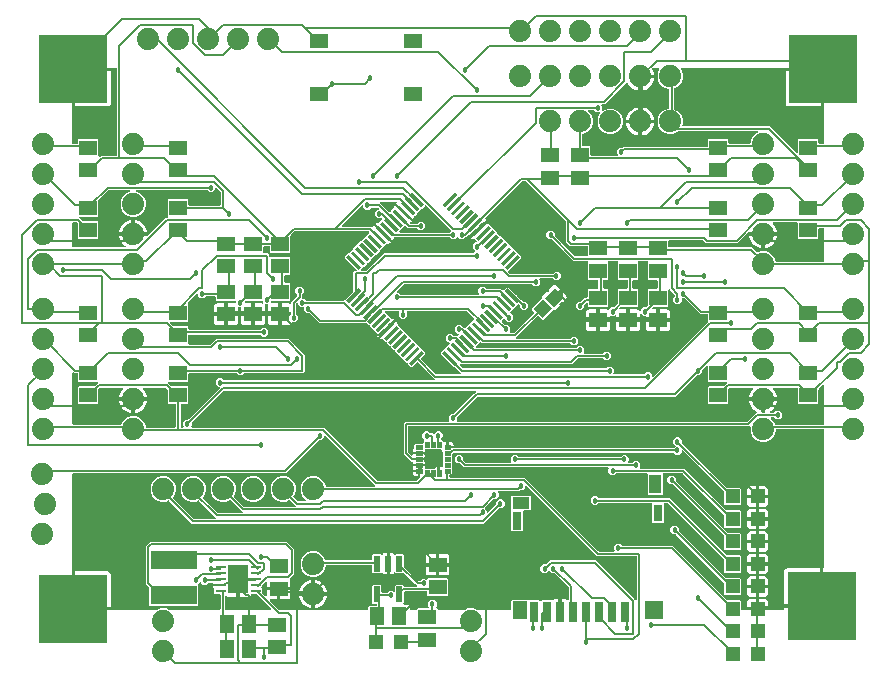
<source format=gbr>
G04 EAGLE Gerber RS-274X export*
G75*
%MOMM*%
%FSLAX34Y34*%
%LPD*%
%INTop Copper*%
%IPPOS*%
%AMOC8*
5,1,8,0,0,1.08239X$1,22.5*%
G01*
%ADD10R,1.475000X0.300000*%
%ADD11C,1.879600*%
%ADD12R,0.700000X1.750000*%
%ADD13R,1.300000X1.500000*%
%ADD14R,1.500000X1.500000*%
%ADD15R,0.800000X1.500000*%
%ADD16R,1.450000X1.000000*%
%ADD17R,0.800000X1.400000*%
%ADD18R,1.000000X1.550000*%
%ADD19R,1.500000X1.300000*%
%ADD20R,1.550000X1.300000*%
%ADD21R,1.200000X1.200000*%
%ADD22R,0.508000X1.320800*%
%ADD23C,0.031500*%
%ADD24R,0.812800X0.254000*%
%ADD25R,1.752600X2.489200*%
%ADD26R,3.900000X1.600000*%
%ADD27R,1.092200X1.167350*%
%ADD28R,5.842000X5.842000*%
%ADD29C,0.127000*%
%ADD30C,0.457200*%
%ADD31C,0.525000*%
%ADD32C,0.127000*%

G36*
X629518Y50042D02*
X629518Y50042D01*
X629537Y50040D01*
X629639Y50062D01*
X629741Y50079D01*
X629758Y50088D01*
X629778Y50092D01*
X629867Y50145D01*
X629958Y50194D01*
X629972Y50208D01*
X629989Y50218D01*
X630056Y50297D01*
X630127Y50372D01*
X630136Y50390D01*
X630149Y50405D01*
X630188Y50501D01*
X630231Y50595D01*
X630233Y50615D01*
X630241Y50633D01*
X630259Y50800D01*
X630259Y50801D01*
X630261Y50801D01*
X630261Y50800D01*
X630264Y50780D01*
X630262Y50761D01*
X630284Y50659D01*
X630301Y50557D01*
X630310Y50540D01*
X630314Y50520D01*
X630367Y50431D01*
X630416Y50340D01*
X630430Y50326D01*
X630440Y50309D01*
X630519Y50242D01*
X630594Y50171D01*
X630612Y50162D01*
X630627Y50149D01*
X630723Y50110D01*
X630817Y50067D01*
X630837Y50065D01*
X630855Y50057D01*
X631022Y50039D01*
X652018Y50039D01*
X652038Y50042D01*
X652057Y50040D01*
X652159Y50062D01*
X652261Y50079D01*
X652278Y50088D01*
X652298Y50092D01*
X652387Y50145D01*
X652478Y50194D01*
X652492Y50208D01*
X652509Y50218D01*
X652576Y50297D01*
X652648Y50372D01*
X652656Y50390D01*
X652669Y50405D01*
X652708Y50501D01*
X652751Y50595D01*
X652753Y50615D01*
X652761Y50633D01*
X652779Y50800D01*
X652779Y51817D01*
X683768Y51817D01*
X683788Y51820D01*
X683807Y51818D01*
X683909Y51840D01*
X684011Y51857D01*
X684028Y51866D01*
X684048Y51870D01*
X684137Y51923D01*
X684228Y51972D01*
X684242Y51986D01*
X684259Y51996D01*
X684326Y52075D01*
X684397Y52150D01*
X684406Y52168D01*
X684419Y52183D01*
X684457Y52279D01*
X684501Y52373D01*
X684503Y52393D01*
X684511Y52411D01*
X684529Y52578D01*
X684529Y53341D01*
X685292Y53341D01*
X685312Y53344D01*
X685331Y53342D01*
X685433Y53364D01*
X685535Y53381D01*
X685552Y53390D01*
X685572Y53394D01*
X685661Y53447D01*
X685752Y53496D01*
X685766Y53510D01*
X685783Y53520D01*
X685850Y53599D01*
X685921Y53674D01*
X685930Y53692D01*
X685943Y53707D01*
X685982Y53803D01*
X686025Y53897D01*
X686027Y53917D01*
X686035Y53935D01*
X686053Y54102D01*
X686053Y85136D01*
X686060Y85140D01*
X686080Y85144D01*
X686169Y85197D01*
X686260Y85246D01*
X686274Y85260D01*
X686291Y85270D01*
X686358Y85349D01*
X686430Y85424D01*
X686438Y85442D01*
X686451Y85457D01*
X686490Y85553D01*
X686533Y85647D01*
X686535Y85667D01*
X686543Y85685D01*
X686561Y85852D01*
X686561Y202333D01*
X686558Y202353D01*
X686560Y202372D01*
X686538Y202474D01*
X686522Y202576D01*
X686512Y202593D01*
X686508Y202613D01*
X686455Y202702D01*
X686406Y202793D01*
X686392Y202807D01*
X686382Y202824D01*
X686303Y202891D01*
X686228Y202963D01*
X686210Y202971D01*
X686195Y202984D01*
X686099Y203023D01*
X686005Y203066D01*
X685985Y203068D01*
X685967Y203076D01*
X685800Y203094D01*
X646430Y203094D01*
X646410Y203091D01*
X646391Y203093D01*
X646289Y203071D01*
X646187Y203055D01*
X646170Y203045D01*
X646150Y203041D01*
X646061Y202988D01*
X645970Y202939D01*
X645956Y202925D01*
X645939Y202915D01*
X645872Y202836D01*
X645800Y202761D01*
X645792Y202743D01*
X645779Y202728D01*
X645740Y202632D01*
X645697Y202538D01*
X645695Y202518D01*
X645687Y202500D01*
X645669Y202333D01*
X645669Y201078D01*
X644045Y197157D01*
X641043Y194155D01*
X637122Y192531D01*
X632878Y192531D01*
X628957Y194155D01*
X625955Y197157D01*
X624331Y201078D01*
X624331Y204833D01*
X624328Y204853D01*
X624330Y204872D01*
X624308Y204974D01*
X624292Y205076D01*
X624282Y205093D01*
X624278Y205113D01*
X624225Y205202D01*
X624176Y205293D01*
X624162Y205307D01*
X624152Y205324D01*
X624073Y205391D01*
X623998Y205463D01*
X623980Y205471D01*
X623965Y205484D01*
X623869Y205523D01*
X623775Y205566D01*
X623755Y205568D01*
X623737Y205576D01*
X623570Y205594D01*
X335167Y205594D01*
X335147Y205591D01*
X335128Y205593D01*
X335026Y205571D01*
X334924Y205555D01*
X334907Y205545D01*
X334887Y205541D01*
X334798Y205488D01*
X334707Y205439D01*
X334693Y205425D01*
X334676Y205415D01*
X334609Y205336D01*
X334537Y205261D01*
X334529Y205243D01*
X334516Y205228D01*
X334477Y205132D01*
X334434Y205038D01*
X334432Y205018D01*
X334424Y205000D01*
X334406Y204833D01*
X334406Y183605D01*
X334420Y183515D01*
X334428Y183424D01*
X334440Y183394D01*
X334445Y183362D01*
X334488Y183281D01*
X334524Y183197D01*
X334550Y183165D01*
X334561Y183145D01*
X334584Y183122D01*
X334629Y183066D01*
X336910Y180785D01*
X336968Y180744D01*
X337020Y180694D01*
X337067Y180672D01*
X337109Y180642D01*
X337178Y180621D01*
X337243Y180591D01*
X337295Y180585D01*
X337345Y180569D01*
X337416Y180571D01*
X337487Y180563D01*
X337538Y180574D01*
X337590Y180576D01*
X337658Y180600D01*
X337728Y180616D01*
X337773Y180642D01*
X337821Y180660D01*
X337877Y180705D01*
X337939Y180742D01*
X337973Y180781D01*
X338013Y180814D01*
X338052Y180874D01*
X338099Y180929D01*
X338118Y180977D01*
X338146Y181021D01*
X338164Y181090D01*
X338191Y181157D01*
X338199Y181228D01*
X338207Y181259D01*
X338205Y181283D01*
X338209Y181324D01*
X338209Y181926D01*
X343287Y181926D01*
X343306Y181929D01*
X343326Y181927D01*
X343386Y181940D01*
X343513Y181926D01*
X348591Y181926D01*
X348591Y180852D01*
X348407Y180166D01*
X348052Y179551D01*
X347544Y179043D01*
X347491Y178969D01*
X347431Y178899D01*
X347419Y178869D01*
X347400Y178843D01*
X347373Y178756D01*
X347339Y178671D01*
X347335Y178630D01*
X347328Y178608D01*
X347329Y178576D01*
X347321Y178505D01*
X347321Y177095D01*
X347335Y177005D01*
X347343Y176914D01*
X347355Y176885D01*
X347360Y176853D01*
X347403Y176772D01*
X347439Y176688D01*
X347465Y176656D01*
X347476Y176635D01*
X347499Y176613D01*
X347544Y176557D01*
X348052Y176049D01*
X348407Y175434D01*
X348591Y174748D01*
X348591Y173674D01*
X343513Y173674D01*
X343494Y173671D01*
X343474Y173673D01*
X343414Y173660D01*
X343287Y173674D01*
X338209Y173674D01*
X338209Y174833D01*
X338206Y174853D01*
X338208Y174872D01*
X338186Y174974D01*
X338170Y175076D01*
X338160Y175093D01*
X338156Y175113D01*
X338103Y175202D01*
X338054Y175293D01*
X338040Y175307D01*
X338030Y175324D01*
X337951Y175391D01*
X337876Y175463D01*
X337858Y175471D01*
X337843Y175484D01*
X337747Y175523D01*
X337653Y175566D01*
X337633Y175568D01*
X337615Y175576D01*
X337448Y175594D01*
X336711Y175594D01*
X330594Y181711D01*
X330594Y208289D01*
X331711Y209406D01*
X368726Y209406D01*
X368797Y209417D01*
X368869Y209419D01*
X368918Y209437D01*
X368969Y209445D01*
X369033Y209479D01*
X369100Y209504D01*
X369141Y209536D01*
X369187Y209561D01*
X369236Y209613D01*
X369292Y209657D01*
X369320Y209701D01*
X369356Y209739D01*
X369386Y209804D01*
X369425Y209864D01*
X369438Y209915D01*
X369460Y209962D01*
X369468Y210033D01*
X369485Y210103D01*
X369481Y210155D01*
X369487Y210206D01*
X369471Y210277D01*
X369466Y210348D01*
X369446Y210396D01*
X369434Y210447D01*
X369398Y210508D01*
X369370Y210574D01*
X369325Y210630D01*
X369308Y210658D01*
X369291Y210673D01*
X369265Y210705D01*
X368943Y211027D01*
X368943Y213973D01*
X371027Y216057D01*
X373046Y216057D01*
X373136Y216071D01*
X373227Y216079D01*
X373257Y216091D01*
X373289Y216096D01*
X373370Y216139D01*
X373454Y216175D01*
X373486Y216201D01*
X373506Y216212D01*
X373529Y216235D01*
X373585Y216280D01*
X390371Y233066D01*
X391600Y234295D01*
X391641Y234353D01*
X391691Y234405D01*
X391713Y234452D01*
X391743Y234494D01*
X391764Y234563D01*
X391794Y234628D01*
X391800Y234680D01*
X391816Y234730D01*
X391814Y234801D01*
X391822Y234872D01*
X391811Y234923D01*
X391809Y234975D01*
X391785Y235043D01*
X391769Y235113D01*
X391743Y235158D01*
X391725Y235206D01*
X391680Y235262D01*
X391643Y235324D01*
X391604Y235358D01*
X391571Y235398D01*
X391511Y235437D01*
X391456Y235484D01*
X391408Y235503D01*
X391364Y235531D01*
X391295Y235549D01*
X391228Y235576D01*
X391157Y235584D01*
X391126Y235592D01*
X391102Y235590D01*
X391061Y235594D01*
X178605Y235594D01*
X178515Y235580D01*
X178424Y235572D01*
X178394Y235560D01*
X178362Y235555D01*
X178281Y235512D01*
X178197Y235476D01*
X178165Y235450D01*
X178145Y235439D01*
X178122Y235416D01*
X178066Y235371D01*
X151280Y208585D01*
X151227Y208511D01*
X151167Y208441D01*
X151155Y208411D01*
X151136Y208385D01*
X151109Y208298D01*
X151075Y208213D01*
X151071Y208172D01*
X151064Y208150D01*
X151065Y208118D01*
X151057Y208046D01*
X151057Y206027D01*
X150735Y205705D01*
X150693Y205647D01*
X150644Y205595D01*
X150622Y205548D01*
X150592Y205506D01*
X150571Y205437D01*
X150540Y205372D01*
X150535Y205320D01*
X150519Y205270D01*
X150521Y205199D01*
X150513Y205128D01*
X150524Y205077D01*
X150526Y205025D01*
X150550Y204957D01*
X150566Y204887D01*
X150592Y204842D01*
X150610Y204794D01*
X150655Y204738D01*
X150692Y204676D01*
X150731Y204642D01*
X150764Y204602D01*
X150824Y204563D01*
X150879Y204516D01*
X150927Y204497D01*
X150971Y204469D01*
X151040Y204451D01*
X151107Y204424D01*
X151178Y204416D01*
X151209Y204408D01*
X151233Y204410D01*
X151274Y204406D01*
X263289Y204406D01*
X308066Y159629D01*
X308140Y159576D01*
X308210Y159516D01*
X308240Y159504D01*
X308266Y159485D01*
X308353Y159458D01*
X308438Y159424D01*
X308479Y159420D01*
X308501Y159413D01*
X308533Y159414D01*
X308605Y159406D01*
X341395Y159406D01*
X341485Y159420D01*
X341576Y159428D01*
X341606Y159440D01*
X341638Y159445D01*
X341719Y159488D01*
X341803Y159524D01*
X341835Y159550D01*
X341855Y159561D01*
X341878Y159584D01*
X341934Y159629D01*
X344515Y162210D01*
X344556Y162268D01*
X344606Y162320D01*
X344628Y162367D01*
X344658Y162409D01*
X344679Y162478D01*
X344709Y162543D01*
X344715Y162595D01*
X344731Y162645D01*
X344729Y162716D01*
X344737Y162787D01*
X344726Y162838D01*
X344724Y162890D01*
X344700Y162958D01*
X344684Y163028D01*
X344658Y163073D01*
X344640Y163121D01*
X344595Y163177D01*
X344558Y163239D01*
X344519Y163273D01*
X344486Y163313D01*
X344426Y163352D01*
X344371Y163399D01*
X344323Y163418D01*
X344279Y163446D01*
X344274Y163448D01*
X344274Y167687D01*
X344271Y167706D01*
X344273Y167726D01*
X344260Y167786D01*
X344274Y167913D01*
X344274Y172091D01*
X346248Y172091D01*
X346767Y171952D01*
X346782Y171950D01*
X346797Y171944D01*
X346964Y171926D01*
X348591Y171926D01*
X348591Y170852D01*
X348496Y170497D01*
X348484Y170383D01*
X348470Y170269D01*
X348472Y170259D01*
X348471Y170252D01*
X348476Y170230D01*
X348495Y170103D01*
X348500Y170085D01*
X348518Y170045D01*
X348528Y170002D01*
X348569Y169934D01*
X348601Y169861D01*
X348631Y169829D01*
X348654Y169791D01*
X348714Y169739D01*
X348769Y169681D01*
X348807Y169660D01*
X348841Y169631D01*
X348915Y169601D01*
X348985Y169563D01*
X349028Y169556D01*
X349069Y169539D01*
X349213Y169523D01*
X349227Y169521D01*
X349230Y169521D01*
X349236Y169521D01*
X353099Y169521D01*
X353100Y169521D01*
X353101Y169521D01*
X356305Y169521D01*
X356395Y169535D01*
X356486Y169543D01*
X356515Y169555D01*
X356547Y169560D01*
X356628Y169603D01*
X356712Y169639D01*
X356744Y169665D01*
X356765Y169676D01*
X356787Y169699D01*
X356843Y169744D01*
X357351Y170252D01*
X357966Y170607D01*
X358652Y170791D01*
X359726Y170791D01*
X359726Y165713D01*
X359729Y165694D01*
X359727Y165674D01*
X359749Y165572D01*
X359765Y165470D01*
X359775Y165453D01*
X359779Y165433D01*
X359832Y165344D01*
X359881Y165253D01*
X359895Y165239D01*
X359905Y165222D01*
X359984Y165155D01*
X360059Y165084D01*
X360077Y165075D01*
X360092Y165062D01*
X360188Y165024D01*
X360282Y164980D01*
X360302Y164978D01*
X360320Y164970D01*
X360487Y164952D01*
X360713Y164952D01*
X360733Y164955D01*
X360752Y164953D01*
X360854Y164975D01*
X360956Y164992D01*
X360973Y165001D01*
X360993Y165005D01*
X361082Y165058D01*
X361173Y165107D01*
X361187Y165121D01*
X361204Y165131D01*
X361271Y165210D01*
X361343Y165285D01*
X361351Y165303D01*
X361364Y165318D01*
X361403Y165415D01*
X361446Y165508D01*
X361448Y165528D01*
X361456Y165546D01*
X361474Y165713D01*
X361474Y170791D01*
X362548Y170791D01*
X362921Y170691D01*
X363040Y170679D01*
X363157Y170666D01*
X363162Y170667D01*
X363166Y170666D01*
X363281Y170693D01*
X363398Y170718D01*
X363401Y170720D01*
X363405Y170721D01*
X363507Y170783D01*
X363609Y170844D01*
X363612Y170847D01*
X363615Y170850D01*
X363691Y170940D01*
X363769Y171031D01*
X363770Y171035D01*
X363773Y171038D01*
X363816Y171147D01*
X363861Y171259D01*
X363861Y171264D01*
X363863Y171267D01*
X363863Y171281D01*
X363879Y171426D01*
X363879Y175299D01*
X363879Y175300D01*
X363879Y175301D01*
X363879Y180299D01*
X363879Y180300D01*
X363879Y180301D01*
X363879Y183505D01*
X363865Y183595D01*
X363857Y183686D01*
X363845Y183715D01*
X363840Y183747D01*
X363797Y183828D01*
X363761Y183912D01*
X363735Y183944D01*
X363724Y183965D01*
X363701Y183987D01*
X363656Y184043D01*
X363148Y184551D01*
X362793Y185166D01*
X362700Y185515D01*
X362682Y185555D01*
X362672Y185598D01*
X362631Y185666D01*
X362598Y185739D01*
X362569Y185771D01*
X362546Y185809D01*
X362485Y185861D01*
X362431Y185919D01*
X362393Y185940D01*
X362359Y185969D01*
X362285Y185999D01*
X362215Y186037D01*
X362172Y186044D01*
X362131Y186061D01*
X361986Y186077D01*
X361973Y186079D01*
X361969Y186079D01*
X361964Y186079D01*
X358101Y186079D01*
X358100Y186079D01*
X358099Y186079D01*
X353101Y186079D01*
X353100Y186079D01*
X353099Y186079D01*
X349226Y186079D01*
X349109Y186060D01*
X348991Y186042D01*
X348987Y186040D01*
X348983Y186040D01*
X348879Y185984D01*
X348772Y185929D01*
X348770Y185926D01*
X348766Y185924D01*
X348685Y185839D01*
X348601Y185753D01*
X348599Y185749D01*
X348597Y185746D01*
X348547Y185639D01*
X348495Y185531D01*
X348495Y185527D01*
X348493Y185523D01*
X348480Y185403D01*
X348465Y185287D01*
X348466Y185282D01*
X348466Y185279D01*
X348469Y185265D01*
X348491Y185121D01*
X348591Y184748D01*
X348591Y183674D01*
X343513Y183674D01*
X343494Y183671D01*
X343474Y183673D01*
X343414Y183660D01*
X343287Y183674D01*
X338209Y183674D01*
X338209Y184748D01*
X338393Y185434D01*
X338748Y186049D01*
X339256Y186557D01*
X339303Y186622D01*
X339316Y186636D01*
X339319Y186642D01*
X339369Y186701D01*
X339381Y186731D01*
X339400Y186757D01*
X339427Y186844D01*
X339461Y186929D01*
X339465Y186970D01*
X339472Y186992D01*
X339471Y187024D01*
X339479Y187095D01*
X339479Y189984D01*
X340316Y190821D01*
X346677Y190821D01*
X346714Y190809D01*
X346786Y190811D01*
X346857Y190803D01*
X346908Y190814D01*
X346960Y190815D01*
X347027Y190840D01*
X347098Y190855D01*
X347142Y190882D01*
X347191Y190900D01*
X347247Y190945D01*
X347309Y190982D01*
X347343Y191021D01*
X347383Y191053D01*
X347422Y191114D01*
X347469Y191168D01*
X347488Y191217D01*
X347516Y191260D01*
X347534Y191330D01*
X347561Y191397D01*
X347569Y191467D01*
X347576Y191498D01*
X347575Y191522D01*
X347579Y191563D01*
X347579Y193084D01*
X347944Y193449D01*
X347956Y193465D01*
X347972Y193478D01*
X348027Y193565D01*
X348088Y193649D01*
X348094Y193668D01*
X348105Y193685D01*
X348130Y193785D01*
X348160Y193884D01*
X348160Y193904D01*
X348165Y193923D01*
X348157Y194026D01*
X348154Y194130D01*
X348147Y194149D01*
X348145Y194168D01*
X348105Y194263D01*
X348069Y194361D01*
X348057Y194376D01*
X348049Y194395D01*
X347944Y194526D01*
X346443Y196027D01*
X346443Y198973D01*
X348527Y201057D01*
X351473Y201057D01*
X352901Y199629D01*
X352975Y199576D01*
X353045Y199516D01*
X353075Y199504D01*
X353101Y199485D01*
X353188Y199458D01*
X353273Y199424D01*
X353314Y199420D01*
X353336Y199413D01*
X353368Y199414D01*
X353440Y199406D01*
X355789Y199406D01*
X355794Y199401D01*
X355810Y199389D01*
X355823Y199374D01*
X355910Y199317D01*
X355994Y199257D01*
X356013Y199251D01*
X356030Y199241D01*
X356130Y199215D01*
X356229Y199185D01*
X356249Y199185D01*
X356268Y199181D01*
X356371Y199189D01*
X356475Y199191D01*
X356494Y199198D01*
X356514Y199200D01*
X356608Y199240D01*
X356706Y199276D01*
X356722Y199288D01*
X356740Y199296D01*
X356871Y199401D01*
X358527Y201057D01*
X361473Y201057D01*
X363557Y198973D01*
X363557Y196027D01*
X362656Y195126D01*
X362644Y195110D01*
X362628Y195097D01*
X362572Y195010D01*
X362512Y194926D01*
X362506Y194907D01*
X362495Y194890D01*
X362470Y194790D01*
X362440Y194691D01*
X362440Y194671D01*
X362435Y194652D01*
X362443Y194549D01*
X362446Y194445D01*
X362453Y194426D01*
X362455Y194406D01*
X362495Y194311D01*
X362531Y194214D01*
X362543Y194198D01*
X362551Y194180D01*
X362656Y194049D01*
X363621Y193084D01*
X363621Y192726D01*
X363640Y192609D01*
X363658Y192491D01*
X363660Y192487D01*
X363660Y192483D01*
X363716Y192379D01*
X363771Y192272D01*
X363774Y192270D01*
X363776Y192266D01*
X363861Y192185D01*
X363947Y192101D01*
X363951Y192099D01*
X363954Y192097D01*
X364061Y192047D01*
X364169Y191995D01*
X364173Y191995D01*
X364177Y191993D01*
X364295Y191980D01*
X364413Y191965D01*
X364418Y191966D01*
X364421Y191966D01*
X364435Y191969D01*
X364579Y191991D01*
X364952Y192091D01*
X366926Y192091D01*
X366926Y187913D01*
X366929Y187894D01*
X366927Y187874D01*
X366949Y187772D01*
X366965Y187670D01*
X366975Y187653D01*
X366979Y187633D01*
X367032Y187544D01*
X367081Y187453D01*
X367095Y187439D01*
X367105Y187422D01*
X367184Y187355D01*
X367259Y187284D01*
X367277Y187275D01*
X367285Y187269D01*
X367307Y187227D01*
X367321Y187213D01*
X367331Y187196D01*
X367410Y187129D01*
X367485Y187057D01*
X367503Y187049D01*
X367518Y187036D01*
X367615Y186997D01*
X367708Y186954D01*
X367728Y186952D01*
X367746Y186944D01*
X367913Y186926D01*
X373582Y186926D01*
X373585Y186924D01*
X373752Y186906D01*
X559060Y186906D01*
X559151Y186920D01*
X559241Y186928D01*
X559271Y186940D01*
X559303Y186945D01*
X559384Y186988D01*
X559468Y187024D01*
X559500Y187050D01*
X559521Y187061D01*
X559543Y187084D01*
X559599Y187129D01*
X560682Y188212D01*
X560693Y188228D01*
X560709Y188240D01*
X560765Y188328D01*
X560825Y188411D01*
X560831Y188430D01*
X560842Y188447D01*
X560867Y188548D01*
X560898Y188647D01*
X560897Y188666D01*
X560902Y188686D01*
X560894Y188789D01*
X560891Y188892D01*
X560884Y188911D01*
X560883Y188931D01*
X560843Y189026D01*
X560807Y189123D01*
X560794Y189139D01*
X560787Y189157D01*
X560682Y189288D01*
X558943Y191027D01*
X558943Y193973D01*
X561027Y196057D01*
X563973Y196057D01*
X566057Y193973D01*
X566057Y191954D01*
X566071Y191864D01*
X566079Y191773D01*
X566091Y191743D01*
X566096Y191711D01*
X566139Y191630D01*
X566175Y191546D01*
X566201Y191514D01*
X566212Y191494D01*
X566235Y191471D01*
X566280Y191415D01*
X604151Y153544D01*
X604225Y153491D01*
X604295Y153431D01*
X604325Y153419D01*
X604351Y153400D01*
X604438Y153373D01*
X604523Y153339D01*
X604564Y153335D01*
X604586Y153328D01*
X604618Y153329D01*
X604690Y153321D01*
X615786Y153321D01*
X616531Y152576D01*
X616531Y139524D01*
X615786Y138779D01*
X602734Y138779D01*
X601989Y139524D01*
X601989Y150000D01*
X601975Y150090D01*
X601967Y150181D01*
X601955Y150211D01*
X601950Y150243D01*
X601907Y150324D01*
X601871Y150408D01*
X601845Y150440D01*
X601834Y150460D01*
X601811Y150483D01*
X601766Y150539D01*
X567356Y184949D01*
X567298Y184990D01*
X567246Y185040D01*
X567199Y185062D01*
X567157Y185092D01*
X567088Y185113D01*
X567023Y185143D01*
X566971Y185149D01*
X566921Y185165D01*
X566850Y185163D01*
X566779Y185171D01*
X566728Y185160D01*
X566676Y185158D01*
X566608Y185134D01*
X566538Y185118D01*
X566493Y185092D01*
X566445Y185074D01*
X566389Y185029D01*
X566327Y184992D01*
X566293Y184953D01*
X566253Y184920D01*
X566214Y184860D01*
X566167Y184805D01*
X566148Y184757D01*
X566120Y184713D01*
X566102Y184644D01*
X566075Y184577D01*
X566067Y184506D01*
X566059Y184475D01*
X566061Y184451D01*
X566057Y184410D01*
X566057Y183527D01*
X563973Y181443D01*
X561027Y181443D01*
X559599Y182871D01*
X559525Y182924D01*
X559455Y182984D01*
X559425Y182996D01*
X559399Y183015D01*
X559312Y183042D01*
X559227Y183076D01*
X559186Y183080D01*
X559164Y183087D01*
X559132Y183086D01*
X559060Y183094D01*
X373605Y183094D01*
X373515Y183080D01*
X373424Y183072D01*
X373394Y183060D01*
X373362Y183055D01*
X373281Y183012D01*
X373197Y182976D01*
X373165Y182950D01*
X373145Y182939D01*
X373122Y182916D01*
X373066Y182871D01*
X371983Y181788D01*
X371960Y181755D01*
X371930Y181729D01*
X371888Y181656D01*
X371839Y181588D01*
X371828Y181550D01*
X371808Y181515D01*
X371767Y181354D01*
X371767Y181353D01*
X371767Y181352D01*
X371753Y181250D01*
X371749Y181241D01*
X371747Y181222D01*
X371739Y181203D01*
X371721Y181037D01*
X371721Y180301D01*
X371721Y180300D01*
X371721Y180299D01*
X371721Y175301D01*
X371721Y175300D01*
X371721Y175299D01*
X371721Y170301D01*
X371721Y170300D01*
X371721Y170299D01*
X371721Y165616D01*
X370884Y164779D01*
X370167Y164779D01*
X370147Y164776D01*
X370128Y164778D01*
X370026Y164756D01*
X369924Y164740D01*
X369907Y164730D01*
X369887Y164726D01*
X369798Y164673D01*
X369707Y164624D01*
X369693Y164610D01*
X369676Y164600D01*
X369609Y164521D01*
X369537Y164446D01*
X369529Y164428D01*
X369516Y164413D01*
X369477Y164317D01*
X369434Y164223D01*
X369432Y164203D01*
X369424Y164185D01*
X369406Y164018D01*
X369406Y162667D01*
X369409Y162647D01*
X369407Y162628D01*
X369429Y162526D01*
X369445Y162424D01*
X369455Y162407D01*
X369459Y162387D01*
X369512Y162298D01*
X369561Y162207D01*
X369575Y162193D01*
X369585Y162176D01*
X369664Y162109D01*
X369739Y162037D01*
X369757Y162029D01*
X369772Y162016D01*
X369868Y161977D01*
X369962Y161934D01*
X369982Y161932D01*
X370000Y161924D01*
X370167Y161906D01*
X433289Y161906D01*
X495566Y99629D01*
X495640Y99576D01*
X495710Y99516D01*
X495740Y99504D01*
X495766Y99485D01*
X495853Y99458D01*
X495938Y99424D01*
X495979Y99420D01*
X496001Y99413D01*
X496033Y99414D01*
X496105Y99406D01*
X508726Y99406D01*
X508797Y99417D01*
X508869Y99419D01*
X508918Y99437D01*
X508969Y99445D01*
X509033Y99479D01*
X509100Y99504D01*
X509141Y99536D01*
X509187Y99561D01*
X509236Y99613D01*
X509292Y99657D01*
X509320Y99701D01*
X509356Y99739D01*
X509386Y99804D01*
X509425Y99864D01*
X509438Y99915D01*
X509460Y99962D01*
X509468Y100033D01*
X509485Y100103D01*
X509481Y100155D01*
X509487Y100206D01*
X509471Y100277D01*
X509466Y100348D01*
X509446Y100396D01*
X509434Y100447D01*
X509398Y100508D01*
X509370Y100574D01*
X509325Y100630D01*
X509308Y100658D01*
X509291Y100673D01*
X509265Y100705D01*
X508943Y101027D01*
X508943Y103973D01*
X511027Y106057D01*
X513973Y106057D01*
X515401Y104629D01*
X515475Y104576D01*
X515545Y104516D01*
X515575Y104504D01*
X515601Y104485D01*
X515688Y104458D01*
X515773Y104424D01*
X515814Y104420D01*
X515836Y104413D01*
X515868Y104414D01*
X515940Y104406D01*
X558289Y104406D01*
X559629Y103066D01*
X604401Y58294D01*
X604475Y58241D01*
X604545Y58181D01*
X604575Y58169D01*
X604601Y58150D01*
X604688Y58123D01*
X604773Y58089D01*
X604814Y58085D01*
X604836Y58078D01*
X604868Y58079D01*
X604940Y58071D01*
X615786Y58071D01*
X616531Y57326D01*
X616531Y50800D01*
X616534Y50780D01*
X616532Y50761D01*
X616554Y50659D01*
X616570Y50557D01*
X616580Y50540D01*
X616584Y50520D01*
X616637Y50431D01*
X616686Y50340D01*
X616700Y50326D01*
X616710Y50309D01*
X616789Y50242D01*
X616864Y50171D01*
X616882Y50162D01*
X616897Y50149D01*
X616993Y50110D01*
X617087Y50067D01*
X617107Y50065D01*
X617125Y50057D01*
X617292Y50039D01*
X629498Y50039D01*
X629518Y50042D01*
G37*
G36*
X121725Y50049D02*
X121725Y50049D01*
X121791Y50050D01*
X121871Y50073D01*
X121903Y50079D01*
X121920Y50088D01*
X121952Y50097D01*
X124878Y51309D01*
X129122Y51309D01*
X132048Y50097D01*
X132112Y50082D01*
X132173Y50057D01*
X132256Y50048D01*
X132288Y50041D01*
X132307Y50042D01*
X132340Y50039D01*
X174833Y50039D01*
X174853Y50042D01*
X174872Y50040D01*
X174974Y50062D01*
X175076Y50079D01*
X175093Y50088D01*
X175113Y50092D01*
X175202Y50145D01*
X175293Y50194D01*
X175307Y50208D01*
X175324Y50218D01*
X175391Y50297D01*
X175463Y50372D01*
X175471Y50390D01*
X175484Y50405D01*
X175523Y50501D01*
X175566Y50595D01*
X175568Y50615D01*
X175576Y50633D01*
X175594Y50800D01*
X175594Y62895D01*
X175591Y62915D01*
X175593Y62935D01*
X175571Y63036D01*
X175555Y63138D01*
X175545Y63156D01*
X175541Y63175D01*
X175488Y63264D01*
X175439Y63356D01*
X175425Y63369D01*
X175415Y63386D01*
X175336Y63454D01*
X175261Y63525D01*
X175243Y63533D01*
X175228Y63546D01*
X175132Y63585D01*
X175038Y63629D01*
X175018Y63631D01*
X175000Y63638D01*
X174833Y63657D01*
X171178Y63657D01*
X170433Y64401D01*
X170433Y67291D01*
X170419Y67381D01*
X170411Y67472D01*
X170399Y67502D01*
X170394Y67534D01*
X170351Y67614D01*
X170315Y67698D01*
X170289Y67730D01*
X170278Y67751D01*
X170255Y67773D01*
X170210Y67829D01*
X169671Y68369D01*
X169336Y68948D01*
X169163Y69594D01*
X169163Y70437D01*
X175768Y70437D01*
X175787Y70441D01*
X175807Y70438D01*
X175908Y70460D01*
X176010Y70477D01*
X176028Y70486D01*
X176047Y70491D01*
X176137Y70544D01*
X176228Y70592D01*
X176241Y70607D01*
X176259Y70617D01*
X176326Y70696D01*
X176397Y70771D01*
X176406Y70789D01*
X176419Y70804D01*
X176457Y70900D01*
X176501Y70994D01*
X176503Y71013D01*
X176510Y71032D01*
X176529Y71199D01*
X176526Y71218D01*
X176528Y71238D01*
X176506Y71340D01*
X176489Y71442D01*
X176480Y71459D01*
X176476Y71479D01*
X176422Y71568D01*
X176374Y71659D01*
X176360Y71673D01*
X176349Y71690D01*
X176271Y71757D01*
X176196Y71828D01*
X176178Y71837D01*
X176163Y71850D01*
X176066Y71889D01*
X175973Y71932D01*
X175953Y71934D01*
X175934Y71942D01*
X175768Y71960D01*
X169163Y71960D01*
X169163Y72333D01*
X169160Y72353D01*
X169162Y72372D01*
X169140Y72474D01*
X169124Y72576D01*
X169114Y72593D01*
X169110Y72613D01*
X169057Y72702D01*
X169008Y72793D01*
X168994Y72807D01*
X168984Y72824D01*
X168905Y72891D01*
X168830Y72963D01*
X168812Y72971D01*
X168797Y72984D01*
X168701Y73023D01*
X168607Y73066D01*
X168587Y73068D01*
X168569Y73076D01*
X168402Y73094D01*
X165940Y73094D01*
X165849Y73080D01*
X165759Y73072D01*
X165729Y73060D01*
X165697Y73055D01*
X165616Y73012D01*
X165532Y72976D01*
X165500Y72950D01*
X165479Y72939D01*
X165457Y72916D01*
X165401Y72871D01*
X163973Y71443D01*
X161027Y71443D01*
X159288Y73182D01*
X159272Y73193D01*
X159260Y73209D01*
X159172Y73265D01*
X159089Y73325D01*
X159070Y73331D01*
X159053Y73342D01*
X158952Y73367D01*
X158853Y73398D01*
X158834Y73397D01*
X158814Y73402D01*
X158711Y73394D01*
X158608Y73391D01*
X158589Y73384D01*
X158569Y73383D01*
X158474Y73342D01*
X158377Y73307D01*
X158361Y73294D01*
X158343Y73287D01*
X158212Y73182D01*
X156884Y71854D01*
X156836Y71787D01*
X156831Y71782D01*
X156829Y71778D01*
X156771Y71710D01*
X156759Y71680D01*
X156740Y71654D01*
X156713Y71567D01*
X156679Y71482D01*
X156675Y71441D01*
X156668Y71419D01*
X156669Y71387D01*
X156661Y71315D01*
X156661Y54444D01*
X155916Y53699D01*
X115864Y53699D01*
X115119Y54444D01*
X115119Y68560D01*
X115105Y68650D01*
X115097Y68741D01*
X115085Y68771D01*
X115080Y68803D01*
X115037Y68884D01*
X115001Y68968D01*
X114975Y69000D01*
X114964Y69020D01*
X114941Y69043D01*
X114896Y69099D01*
X112394Y71601D01*
X112394Y103659D01*
X113733Y104999D01*
X113734Y104999D01*
X114711Y105976D01*
X116051Y107316D01*
X231979Y107316D01*
X233319Y105977D01*
X233319Y105976D01*
X235566Y103729D01*
X235567Y103729D01*
X237129Y102167D01*
X237129Y102166D01*
X238126Y101169D01*
X238126Y80491D01*
X236787Y79151D01*
X236786Y79151D01*
X234569Y76934D01*
X234569Y76933D01*
X234495Y76860D01*
X234470Y76825D01*
X234437Y76795D01*
X234398Y76725D01*
X234352Y76661D01*
X234339Y76619D01*
X234318Y76580D01*
X234303Y76502D01*
X234279Y76426D01*
X234281Y76382D01*
X234273Y76338D01*
X234284Y76259D01*
X234286Y76180D01*
X234301Y76138D01*
X234307Y76095D01*
X234365Y75962D01*
X234370Y75949D01*
X234372Y75946D01*
X234374Y75941D01*
X234658Y75451D01*
X234831Y74804D01*
X234831Y69493D01*
X225552Y69493D01*
X225532Y69490D01*
X225513Y69492D01*
X225411Y69470D01*
X225309Y69453D01*
X225292Y69444D01*
X225272Y69440D01*
X225183Y69387D01*
X225092Y69338D01*
X225078Y69324D01*
X225061Y69314D01*
X224994Y69235D01*
X224923Y69160D01*
X224914Y69142D01*
X224901Y69127D01*
X224862Y69030D01*
X224819Y68937D01*
X224817Y68917D01*
X224809Y68899D01*
X224791Y68732D01*
X224791Y67969D01*
X224789Y67969D01*
X224789Y68732D01*
X224786Y68752D01*
X224788Y68771D01*
X224766Y68873D01*
X224749Y68975D01*
X224740Y68992D01*
X224736Y69012D01*
X224683Y69101D01*
X224634Y69192D01*
X224620Y69206D01*
X224610Y69223D01*
X224531Y69290D01*
X224456Y69361D01*
X224438Y69370D01*
X224423Y69383D01*
X224327Y69422D01*
X224233Y69465D01*
X224213Y69467D01*
X224195Y69475D01*
X224028Y69493D01*
X214749Y69493D01*
X214749Y72716D01*
X214738Y72787D01*
X214736Y72859D01*
X214718Y72908D01*
X214710Y72959D01*
X214676Y73022D01*
X214651Y73090D01*
X214619Y73130D01*
X214594Y73176D01*
X214542Y73226D01*
X214498Y73282D01*
X214454Y73310D01*
X214416Y73346D01*
X214351Y73376D01*
X214291Y73415D01*
X214240Y73428D01*
X214193Y73449D01*
X214122Y73457D01*
X214052Y73475D01*
X214000Y73471D01*
X213949Y73477D01*
X213878Y73461D01*
X213807Y73456D01*
X213759Y73435D01*
X213708Y73424D01*
X213647Y73388D01*
X213581Y73359D01*
X213525Y73315D01*
X213497Y73298D01*
X213482Y73280D01*
X213450Y73255D01*
X210790Y70595D01*
X210737Y70521D01*
X210677Y70451D01*
X210665Y70421D01*
X210646Y70395D01*
X210619Y70308D01*
X210585Y70223D01*
X210581Y70182D01*
X210574Y70160D01*
X210575Y70128D01*
X210567Y70056D01*
X210567Y69402D01*
X210401Y69236D01*
X210389Y69220D01*
X210373Y69208D01*
X210317Y69121D01*
X210257Y69037D01*
X210251Y69018D01*
X210241Y69001D01*
X210215Y68901D01*
X210185Y68802D01*
X210185Y68782D01*
X210180Y68762D01*
X210188Y68659D01*
X210191Y68556D01*
X210198Y68537D01*
X210200Y68517D01*
X210240Y68422D01*
X210276Y68325D01*
X210288Y68309D01*
X210296Y68291D01*
X210401Y68160D01*
X210567Y67994D01*
X210567Y64944D01*
X210581Y64854D01*
X210589Y64763D01*
X210601Y64733D01*
X210606Y64701D01*
X210649Y64620D01*
X210685Y64536D01*
X210711Y64504D01*
X210722Y64484D01*
X210745Y64461D01*
X210790Y64405D01*
X213450Y61745D01*
X213508Y61704D01*
X213560Y61654D01*
X213607Y61632D01*
X213649Y61602D01*
X213718Y61581D01*
X213783Y61551D01*
X213835Y61545D01*
X213885Y61529D01*
X213956Y61531D01*
X214027Y61523D01*
X214078Y61534D01*
X214130Y61536D01*
X214198Y61560D01*
X214268Y61576D01*
X214312Y61602D01*
X214361Y61620D01*
X214417Y61665D01*
X214479Y61702D01*
X214513Y61741D01*
X214553Y61774D01*
X214592Y61834D01*
X214639Y61889D01*
X214658Y61937D01*
X214686Y61981D01*
X214704Y62050D01*
X214731Y62117D01*
X214739Y62188D01*
X214747Y62219D01*
X214745Y62243D01*
X214749Y62284D01*
X214749Y66447D01*
X223267Y66447D01*
X223267Y58929D01*
X218104Y58929D01*
X218033Y58918D01*
X217961Y58916D01*
X217912Y58898D01*
X217861Y58890D01*
X217798Y58856D01*
X217730Y58831D01*
X217690Y58799D01*
X217644Y58774D01*
X217594Y58722D01*
X217538Y58678D01*
X217510Y58634D01*
X217474Y58596D01*
X217444Y58531D01*
X217405Y58471D01*
X217392Y58420D01*
X217371Y58373D01*
X217363Y58302D01*
X217345Y58232D01*
X217349Y58180D01*
X217343Y58129D01*
X217359Y58058D01*
X217364Y57987D01*
X217385Y57939D01*
X217396Y57888D01*
X217433Y57827D01*
X217461Y57761D01*
X217505Y57705D01*
X217522Y57677D01*
X217540Y57662D01*
X217565Y57630D01*
X224933Y50262D01*
X225007Y50209D01*
X225077Y50149D01*
X225107Y50137D01*
X225133Y50118D01*
X225220Y50091D01*
X225305Y50057D01*
X225346Y50053D01*
X225368Y50046D01*
X225400Y50047D01*
X225472Y50039D01*
X299468Y50039D01*
X299488Y50042D01*
X299507Y50040D01*
X299609Y50062D01*
X299711Y50079D01*
X299728Y50088D01*
X299748Y50092D01*
X299837Y50145D01*
X299928Y50194D01*
X299942Y50208D01*
X299959Y50218D01*
X300026Y50297D01*
X300098Y50372D01*
X300106Y50390D01*
X300119Y50405D01*
X300158Y50501D01*
X300201Y50595D01*
X300203Y50615D01*
X300211Y50633D01*
X300229Y50800D01*
X300229Y52476D01*
X300974Y53221D01*
X307333Y53221D01*
X307353Y53224D01*
X307372Y53222D01*
X307474Y53244D01*
X307576Y53260D01*
X307593Y53270D01*
X307613Y53274D01*
X307702Y53327D01*
X307793Y53376D01*
X307807Y53390D01*
X307824Y53400D01*
X307891Y53479D01*
X307963Y53554D01*
X307971Y53572D01*
X307984Y53587D01*
X308023Y53683D01*
X308066Y53777D01*
X308068Y53797D01*
X308076Y53815D01*
X308094Y53982D01*
X308094Y54610D01*
X308091Y54628D01*
X308093Y54646D01*
X308093Y54647D01*
X308093Y54649D01*
X308071Y54751D01*
X308055Y54853D01*
X308045Y54870D01*
X308041Y54890D01*
X307988Y54979D01*
X307939Y55070D01*
X307925Y55084D01*
X307915Y55101D01*
X307836Y55168D01*
X307761Y55240D01*
X307743Y55248D01*
X307728Y55261D01*
X307632Y55300D01*
X307538Y55343D01*
X307518Y55345D01*
X307500Y55353D01*
X307333Y55371D01*
X304934Y55371D01*
X304189Y56116D01*
X304189Y70376D01*
X304934Y71121D01*
X311066Y71121D01*
X311811Y70376D01*
X311811Y65167D01*
X311814Y65147D01*
X311812Y65128D01*
X311834Y65026D01*
X311850Y64924D01*
X311860Y64907D01*
X311864Y64887D01*
X311917Y64798D01*
X311966Y64707D01*
X311980Y64693D01*
X311990Y64676D01*
X312069Y64609D01*
X312144Y64537D01*
X312162Y64529D01*
X312177Y64516D01*
X312273Y64477D01*
X312367Y64434D01*
X312387Y64432D01*
X312405Y64424D01*
X312572Y64406D01*
X316560Y64406D01*
X316651Y64420D01*
X316741Y64428D01*
X316771Y64440D01*
X316803Y64445D01*
X316884Y64488D01*
X316968Y64524D01*
X317000Y64550D01*
X317021Y64561D01*
X317043Y64584D01*
X317099Y64629D01*
X318527Y66057D01*
X321473Y66057D01*
X321890Y65640D01*
X321948Y65598D01*
X322000Y65549D01*
X322047Y65527D01*
X322089Y65497D01*
X322158Y65476D01*
X322223Y65445D01*
X322275Y65440D01*
X322325Y65424D01*
X322396Y65426D01*
X322467Y65418D01*
X322518Y65429D01*
X322570Y65431D01*
X322638Y65455D01*
X322708Y65471D01*
X322753Y65497D01*
X322801Y65515D01*
X322857Y65560D01*
X322919Y65597D01*
X322953Y65636D01*
X322993Y65669D01*
X323032Y65729D01*
X323079Y65784D01*
X323098Y65832D01*
X323126Y65876D01*
X323144Y65945D01*
X323171Y66012D01*
X323179Y66083D01*
X323187Y66114D01*
X323185Y66138D01*
X323189Y66179D01*
X323189Y70376D01*
X323934Y71121D01*
X330066Y71121D01*
X330811Y70376D01*
X330811Y70167D01*
X330814Y70147D01*
X330812Y70128D01*
X330834Y70026D01*
X330850Y69924D01*
X330860Y69907D01*
X330864Y69887D01*
X330917Y69798D01*
X330966Y69707D01*
X330980Y69693D01*
X330990Y69676D01*
X331069Y69609D01*
X331144Y69537D01*
X331162Y69529D01*
X331177Y69516D01*
X331273Y69477D01*
X331367Y69434D01*
X331387Y69432D01*
X331405Y69424D01*
X331572Y69406D01*
X341061Y69406D01*
X341132Y69417D01*
X341204Y69419D01*
X341253Y69437D01*
X341304Y69445D01*
X341367Y69479D01*
X341435Y69504D01*
X341475Y69536D01*
X341521Y69561D01*
X341571Y69613D01*
X341627Y69657D01*
X341655Y69701D01*
X341691Y69739D01*
X341721Y69804D01*
X341760Y69864D01*
X341773Y69915D01*
X341794Y69962D01*
X341802Y70033D01*
X341820Y70103D01*
X341816Y70155D01*
X341822Y70206D01*
X341806Y70277D01*
X341801Y70348D01*
X341780Y70396D01*
X341769Y70447D01*
X341733Y70508D01*
X341704Y70574D01*
X341660Y70630D01*
X341643Y70658D01*
X341625Y70673D01*
X341600Y70705D01*
X340371Y71934D01*
X331084Y81221D01*
X331068Y81232D01*
X331056Y81248D01*
X330969Y81304D01*
X330885Y81364D01*
X330866Y81370D01*
X330849Y81381D01*
X330748Y81406D01*
X330649Y81437D01*
X330629Y81436D01*
X330610Y81441D01*
X330507Y81433D01*
X330404Y81430D01*
X330385Y81423D01*
X330365Y81422D01*
X330270Y81381D01*
X330173Y81346D01*
X330157Y81333D01*
X330139Y81325D01*
X330081Y81279D01*
X323934Y81279D01*
X323561Y81651D01*
X323467Y81719D01*
X323369Y81791D01*
X323365Y81793D01*
X323362Y81795D01*
X323249Y81830D01*
X323135Y81866D01*
X323131Y81866D01*
X323127Y81867D01*
X323008Y81864D01*
X322889Y81862D01*
X322885Y81861D01*
X322881Y81861D01*
X322768Y81820D01*
X322657Y81781D01*
X322654Y81778D01*
X322650Y81777D01*
X322556Y81702D01*
X322463Y81629D01*
X322460Y81625D01*
X322458Y81623D01*
X322450Y81611D01*
X322364Y81494D01*
X322073Y80990D01*
X321600Y80517D01*
X321021Y80182D01*
X320374Y80009D01*
X318769Y80009D01*
X318769Y88646D01*
X318766Y88665D01*
X318768Y88685D01*
X318746Y88787D01*
X318730Y88889D01*
X318720Y88906D01*
X318716Y88926D01*
X318663Y89015D01*
X318614Y89106D01*
X318600Y89120D01*
X318590Y89137D01*
X318565Y89158D01*
X318566Y89159D01*
X318638Y89234D01*
X318646Y89252D01*
X318659Y89267D01*
X318698Y89364D01*
X318741Y89457D01*
X318743Y89477D01*
X318751Y89495D01*
X318769Y89662D01*
X318769Y98299D01*
X320374Y98299D01*
X321021Y98126D01*
X321600Y97791D01*
X322073Y97318D01*
X322364Y96814D01*
X322410Y96758D01*
X322418Y96745D01*
X322427Y96737D01*
X322440Y96722D01*
X322514Y96629D01*
X322517Y96627D01*
X322520Y96624D01*
X322620Y96561D01*
X322720Y96496D01*
X322725Y96495D01*
X322728Y96493D01*
X322843Y96466D01*
X322959Y96436D01*
X322963Y96437D01*
X322967Y96436D01*
X323086Y96446D01*
X323204Y96455D01*
X323208Y96457D01*
X323212Y96457D01*
X323322Y96506D01*
X323431Y96552D01*
X323434Y96555D01*
X323437Y96556D01*
X323448Y96566D01*
X323561Y96657D01*
X323934Y97029D01*
X330066Y97029D01*
X330811Y96284D01*
X330811Y87200D01*
X330825Y87110D01*
X330833Y87019D01*
X330845Y86989D01*
X330850Y86957D01*
X330893Y86876D01*
X330929Y86792D01*
X330955Y86760D01*
X330966Y86740D01*
X330989Y86717D01*
X331034Y86661D01*
X343066Y74629D01*
X343140Y74576D01*
X343210Y74516D01*
X343240Y74504D01*
X343266Y74485D01*
X343353Y74458D01*
X343438Y74424D01*
X343479Y74420D01*
X343501Y74413D01*
X343533Y74414D01*
X343605Y74406D01*
X344060Y74406D01*
X344151Y74420D01*
X344241Y74428D01*
X344271Y74440D01*
X344303Y74445D01*
X344384Y74488D01*
X344468Y74524D01*
X344500Y74550D01*
X344521Y74561D01*
X344543Y74584D01*
X344599Y74629D01*
X346027Y76057D01*
X348973Y76057D01*
X349340Y75690D01*
X349398Y75648D01*
X349450Y75599D01*
X349497Y75577D01*
X349539Y75547D01*
X349608Y75526D01*
X349673Y75495D01*
X349725Y75490D01*
X349775Y75474D01*
X349846Y75476D01*
X349917Y75468D01*
X349968Y75479D01*
X350020Y75481D01*
X350088Y75505D01*
X350158Y75521D01*
X350203Y75547D01*
X350251Y75565D01*
X350307Y75610D01*
X350369Y75647D01*
X350403Y75686D01*
X350443Y75719D01*
X350482Y75779D01*
X350529Y75834D01*
X350548Y75882D01*
X350576Y75926D01*
X350594Y75995D01*
X350621Y76062D01*
X350629Y76133D01*
X350637Y76164D01*
X350635Y76188D01*
X350639Y76229D01*
X350639Y76266D01*
X351384Y77011D01*
X367436Y77011D01*
X368181Y76266D01*
X368181Y62214D01*
X367436Y61469D01*
X351384Y61469D01*
X350639Y62214D01*
X350639Y64833D01*
X350636Y64853D01*
X350638Y64872D01*
X350616Y64974D01*
X350600Y65076D01*
X350590Y65093D01*
X350586Y65113D01*
X350533Y65202D01*
X350484Y65293D01*
X350470Y65307D01*
X350460Y65324D01*
X350381Y65391D01*
X350306Y65463D01*
X350288Y65471D01*
X350273Y65484D01*
X350177Y65523D01*
X350083Y65566D01*
X350063Y65568D01*
X350045Y65576D01*
X349878Y65594D01*
X331572Y65594D01*
X331552Y65591D01*
X331533Y65593D01*
X331431Y65571D01*
X331329Y65555D01*
X331312Y65545D01*
X331292Y65541D01*
X331203Y65488D01*
X331112Y65439D01*
X331098Y65425D01*
X331081Y65415D01*
X331014Y65336D01*
X330942Y65261D01*
X330934Y65243D01*
X330921Y65228D01*
X330882Y65132D01*
X330839Y65038D01*
X330837Y65018D01*
X330829Y65000D01*
X330811Y64833D01*
X330811Y56116D01*
X330485Y55790D01*
X330443Y55732D01*
X330394Y55680D01*
X330372Y55633D01*
X330342Y55591D01*
X330321Y55522D01*
X330290Y55457D01*
X330285Y55405D01*
X330269Y55355D01*
X330271Y55284D01*
X330263Y55213D01*
X330274Y55162D01*
X330276Y55110D01*
X330300Y55042D01*
X330316Y54972D01*
X330342Y54927D01*
X330360Y54879D01*
X330405Y54823D01*
X330442Y54761D01*
X330481Y54727D01*
X330514Y54687D01*
X330574Y54648D01*
X330629Y54601D01*
X330677Y54582D01*
X330721Y54554D01*
X330790Y54536D01*
X330857Y54509D01*
X330928Y54501D01*
X330959Y54493D01*
X330983Y54495D01*
X331024Y54491D01*
X333834Y54491D01*
X334481Y54318D01*
X335060Y53983D01*
X335533Y53510D01*
X335868Y52931D01*
X336041Y52284D01*
X336041Y50800D01*
X336044Y50780D01*
X336042Y50761D01*
X336064Y50659D01*
X336080Y50557D01*
X336090Y50540D01*
X336094Y50520D01*
X336147Y50431D01*
X336196Y50340D01*
X336210Y50326D01*
X336220Y50309D01*
X336299Y50242D01*
X336374Y50171D01*
X336392Y50162D01*
X336407Y50149D01*
X336503Y50110D01*
X336597Y50067D01*
X336617Y50065D01*
X336635Y50057D01*
X336802Y50039D01*
X340988Y50039D01*
X341008Y50042D01*
X341027Y50040D01*
X341129Y50062D01*
X341231Y50079D01*
X341248Y50088D01*
X341268Y50092D01*
X341357Y50145D01*
X341448Y50194D01*
X341462Y50208D01*
X341479Y50218D01*
X341546Y50297D01*
X341618Y50372D01*
X341626Y50390D01*
X341639Y50405D01*
X341678Y50501D01*
X341721Y50595D01*
X341723Y50615D01*
X341731Y50633D01*
X341749Y50800D01*
X341749Y50816D01*
X342494Y51561D01*
X351571Y51561D01*
X351642Y51572D01*
X351714Y51574D01*
X351763Y51592D01*
X351814Y51600D01*
X351878Y51634D01*
X351945Y51659D01*
X351986Y51691D01*
X352032Y51716D01*
X352081Y51768D01*
X352137Y51812D01*
X352165Y51856D01*
X352201Y51894D01*
X352231Y51959D01*
X352270Y52019D01*
X352283Y52070D01*
X352305Y52117D01*
X352313Y52188D01*
X352330Y52258D01*
X352326Y52310D01*
X352332Y52361D01*
X352316Y52432D01*
X352311Y52503D01*
X352291Y52551D01*
X352279Y52602D01*
X352243Y52663D01*
X352215Y52729D01*
X352170Y52785D01*
X352153Y52813D01*
X352135Y52828D01*
X352110Y52860D01*
X351443Y53527D01*
X351443Y56473D01*
X353527Y58557D01*
X356473Y58557D01*
X358557Y56473D01*
X358557Y53527D01*
X357890Y52860D01*
X357848Y52802D01*
X357799Y52750D01*
X357777Y52703D01*
X357747Y52661D01*
X357726Y52592D01*
X357695Y52527D01*
X357690Y52475D01*
X357674Y52425D01*
X357676Y52354D01*
X357668Y52283D01*
X357679Y52232D01*
X357681Y52180D01*
X357705Y52112D01*
X357721Y52042D01*
X357747Y51997D01*
X357765Y51949D01*
X357810Y51893D01*
X357847Y51831D01*
X357886Y51797D01*
X357919Y51757D01*
X357979Y51718D01*
X358034Y51671D01*
X358082Y51652D01*
X358126Y51624D01*
X358195Y51606D01*
X358262Y51579D01*
X358333Y51571D01*
X358364Y51563D01*
X358388Y51565D01*
X358429Y51561D01*
X358546Y51561D01*
X359291Y50816D01*
X359291Y50800D01*
X359294Y50780D01*
X359292Y50761D01*
X359314Y50659D01*
X359330Y50557D01*
X359340Y50540D01*
X359344Y50520D01*
X359397Y50431D01*
X359446Y50340D01*
X359460Y50326D01*
X359470Y50309D01*
X359549Y50242D01*
X359624Y50171D01*
X359642Y50162D01*
X359657Y50149D01*
X359753Y50110D01*
X359847Y50067D01*
X359867Y50065D01*
X359885Y50057D01*
X360052Y50039D01*
X382010Y50039D01*
X382075Y50049D01*
X382141Y50050D01*
X382221Y50073D01*
X382253Y50079D01*
X382270Y50088D01*
X382302Y50097D01*
X385228Y51309D01*
X389472Y51309D01*
X392398Y50097D01*
X392462Y50082D01*
X392523Y50057D01*
X392606Y50048D01*
X392638Y50041D01*
X392657Y50042D01*
X392690Y50039D01*
X420608Y50039D01*
X420628Y50042D01*
X420647Y50040D01*
X420749Y50062D01*
X420851Y50079D01*
X420868Y50088D01*
X420888Y50092D01*
X420977Y50145D01*
X421068Y50194D01*
X421082Y50208D01*
X421099Y50218D01*
X421166Y50297D01*
X421238Y50372D01*
X421246Y50390D01*
X421259Y50405D01*
X421298Y50501D01*
X421341Y50595D01*
X421343Y50615D01*
X421351Y50633D01*
X421369Y50800D01*
X421369Y57536D01*
X422114Y58281D01*
X436189Y58281D01*
X436218Y58262D01*
X436301Y58202D01*
X436320Y58196D01*
X436337Y58185D01*
X436438Y58160D01*
X436537Y58129D01*
X436557Y58130D01*
X436576Y58125D01*
X436679Y58133D01*
X436782Y58136D01*
X436801Y58143D01*
X436821Y58144D01*
X436916Y58185D01*
X437013Y58220D01*
X437029Y58233D01*
X437047Y58241D01*
X437098Y58281D01*
X445166Y58281D01*
X446102Y57345D01*
X446118Y57334D01*
X446130Y57318D01*
X446218Y57262D01*
X446301Y57202D01*
X446320Y57196D01*
X446337Y57185D01*
X446438Y57160D01*
X446537Y57129D01*
X446556Y57130D01*
X446576Y57125D01*
X446679Y57133D01*
X446782Y57136D01*
X446801Y57143D01*
X446821Y57144D01*
X446916Y57185D01*
X447013Y57220D01*
X447029Y57233D01*
X447047Y57241D01*
X447178Y57345D01*
X448114Y58281D01*
X456166Y58281D01*
X456272Y58175D01*
X456369Y58105D01*
X456465Y58035D01*
X456469Y58034D01*
X456472Y58031D01*
X456586Y57996D01*
X456699Y57960D01*
X456703Y57960D01*
X456707Y57959D01*
X456825Y57962D01*
X456945Y57964D01*
X456949Y57965D01*
X456953Y57965D01*
X457064Y58006D01*
X457177Y58046D01*
X457180Y58048D01*
X457184Y58050D01*
X457276Y58124D01*
X457370Y58197D01*
X457373Y58201D01*
X457376Y58203D01*
X457383Y58215D01*
X457470Y58333D01*
X457607Y58570D01*
X458080Y59043D01*
X458659Y59378D01*
X459306Y59551D01*
X461617Y59551D01*
X461617Y50800D01*
X461620Y50780D01*
X461618Y50761D01*
X461640Y50659D01*
X461657Y50557D01*
X461666Y50540D01*
X461670Y50520D01*
X461723Y50431D01*
X461772Y50340D01*
X461786Y50326D01*
X461796Y50309D01*
X461875Y50242D01*
X461950Y50171D01*
X461968Y50162D01*
X461983Y50149D01*
X462079Y50110D01*
X462173Y50067D01*
X462193Y50065D01*
X462211Y50057D01*
X462378Y50039D01*
X463902Y50039D01*
X463922Y50042D01*
X463941Y50040D01*
X464043Y50062D01*
X464145Y50079D01*
X464162Y50088D01*
X464182Y50092D01*
X464271Y50145D01*
X464362Y50194D01*
X464376Y50208D01*
X464393Y50218D01*
X464460Y50297D01*
X464531Y50372D01*
X464540Y50390D01*
X464553Y50405D01*
X464592Y50501D01*
X464635Y50595D01*
X464637Y50615D01*
X464645Y50633D01*
X464663Y50800D01*
X464663Y59551D01*
X466974Y59551D01*
X467621Y59378D01*
X468200Y59043D01*
X468673Y58570D01*
X468810Y58333D01*
X468886Y58240D01*
X468960Y58148D01*
X468963Y58145D01*
X468966Y58142D01*
X469067Y58079D01*
X469167Y58015D01*
X469171Y58014D01*
X469174Y58011D01*
X469291Y57983D01*
X469405Y57955D01*
X469409Y57955D01*
X469413Y57954D01*
X469532Y57965D01*
X469650Y57974D01*
X469654Y57975D01*
X469658Y57976D01*
X469768Y58024D01*
X469877Y58070D01*
X469881Y58073D01*
X469884Y58074D01*
X469894Y58084D01*
X470008Y58175D01*
X470241Y58408D01*
X470293Y58436D01*
X470307Y58450D01*
X470324Y58460D01*
X470391Y58539D01*
X470463Y58614D01*
X470471Y58632D01*
X470484Y58647D01*
X470523Y58743D01*
X470566Y58837D01*
X470568Y58857D01*
X470576Y58875D01*
X470594Y59042D01*
X470594Y68895D01*
X470580Y68985D01*
X470572Y69076D01*
X470560Y69106D01*
X470555Y69138D01*
X470512Y69219D01*
X470476Y69303D01*
X470450Y69335D01*
X470439Y69355D01*
X470416Y69378D01*
X470371Y69434D01*
X458585Y81220D01*
X458511Y81273D01*
X458441Y81333D01*
X458411Y81345D01*
X458385Y81364D01*
X458298Y81391D01*
X458213Y81425D01*
X458172Y81429D01*
X458150Y81436D01*
X458118Y81435D01*
X458046Y81443D01*
X456027Y81443D01*
X454288Y83182D01*
X454272Y83193D01*
X454260Y83209D01*
X454172Y83265D01*
X454089Y83325D01*
X454070Y83331D01*
X454053Y83342D01*
X453952Y83367D01*
X453853Y83398D01*
X453834Y83397D01*
X453814Y83402D01*
X453711Y83394D01*
X453608Y83391D01*
X453589Y83384D01*
X453569Y83383D01*
X453474Y83342D01*
X453377Y83307D01*
X453361Y83294D01*
X453343Y83287D01*
X453212Y83182D01*
X451473Y81443D01*
X448527Y81443D01*
X446443Y83527D01*
X446443Y86473D01*
X448527Y88557D01*
X450546Y88557D01*
X450636Y88571D01*
X450727Y88579D01*
X450757Y88591D01*
X450789Y88596D01*
X450870Y88639D01*
X450954Y88675D01*
X450986Y88701D01*
X451006Y88712D01*
X451029Y88735D01*
X451085Y88780D01*
X452871Y90566D01*
X454211Y91906D01*
X493289Y91906D01*
X525566Y59629D01*
X526795Y58400D01*
X526853Y58359D01*
X526905Y58309D01*
X526952Y58287D01*
X526994Y58257D01*
X527063Y58236D01*
X527128Y58206D01*
X527180Y58200D01*
X527230Y58184D01*
X527301Y58186D01*
X527372Y58178D01*
X527423Y58189D01*
X527475Y58191D01*
X527543Y58215D01*
X527613Y58231D01*
X527658Y58257D01*
X527706Y58275D01*
X527762Y58320D01*
X527824Y58357D01*
X527858Y58396D01*
X527898Y58429D01*
X527937Y58489D01*
X527984Y58544D01*
X528003Y58592D01*
X528031Y58636D01*
X528049Y58705D01*
X528076Y58772D01*
X528084Y58843D01*
X528092Y58874D01*
X528090Y58898D01*
X528094Y58939D01*
X528094Y94833D01*
X528091Y94853D01*
X528093Y94872D01*
X528071Y94974D01*
X528055Y95076D01*
X528045Y95093D01*
X528041Y95113D01*
X527988Y95202D01*
X527939Y95293D01*
X527925Y95307D01*
X527915Y95324D01*
X527836Y95391D01*
X527761Y95463D01*
X527743Y95471D01*
X527728Y95484D01*
X527632Y95523D01*
X527538Y95566D01*
X527518Y95568D01*
X527500Y95576D01*
X527333Y95594D01*
X494211Y95594D01*
X434856Y154949D01*
X434798Y154990D01*
X434746Y155040D01*
X434699Y155062D01*
X434657Y155092D01*
X434588Y155113D01*
X434523Y155143D01*
X434471Y155149D01*
X434421Y155165D01*
X434350Y155163D01*
X434279Y155171D01*
X434228Y155160D01*
X434176Y155158D01*
X434108Y155134D01*
X434038Y155118D01*
X433993Y155092D01*
X433945Y155074D01*
X433889Y155029D01*
X433827Y154992D01*
X433793Y154953D01*
X433753Y154920D01*
X433714Y154860D01*
X433667Y154805D01*
X433648Y154757D01*
X433620Y154713D01*
X433602Y154644D01*
X433575Y154577D01*
X433567Y154506D01*
X433559Y154475D01*
X433561Y154451D01*
X433557Y154410D01*
X433557Y153527D01*
X431473Y151443D01*
X429454Y151443D01*
X429364Y151429D01*
X429273Y151421D01*
X429243Y151409D01*
X429211Y151404D01*
X429130Y151361D01*
X429046Y151325D01*
X429014Y151299D01*
X428994Y151288D01*
X428971Y151265D01*
X428915Y151220D01*
X428289Y150594D01*
X411274Y150594D01*
X411203Y150583D01*
X411131Y150581D01*
X411082Y150563D01*
X411031Y150555D01*
X410967Y150521D01*
X410900Y150496D01*
X410859Y150464D01*
X410813Y150439D01*
X410764Y150387D01*
X410708Y150343D01*
X410680Y150299D01*
X410644Y150261D01*
X410614Y150196D01*
X410575Y150136D01*
X410562Y150085D01*
X410540Y150038D01*
X410532Y149967D01*
X410515Y149897D01*
X410519Y149845D01*
X410513Y149794D01*
X410529Y149723D01*
X410534Y149652D01*
X410554Y149604D01*
X410566Y149553D01*
X410602Y149492D01*
X410630Y149426D01*
X410675Y149370D01*
X410692Y149342D01*
X410709Y149327D01*
X410735Y149295D01*
X411057Y148973D01*
X411057Y146027D01*
X408973Y143943D01*
X406954Y143943D01*
X406864Y143929D01*
X406773Y143921D01*
X406743Y143909D01*
X406711Y143904D01*
X406630Y143861D01*
X406546Y143825D01*
X406514Y143799D01*
X406494Y143788D01*
X406471Y143765D01*
X406415Y143720D01*
X399401Y136706D01*
X399389Y136690D01*
X399374Y136677D01*
X399317Y136590D01*
X399257Y136506D01*
X399251Y136487D01*
X399241Y136470D01*
X399215Y136370D01*
X399185Y136271D01*
X399185Y136251D01*
X399181Y136232D01*
X399189Y136129D01*
X399191Y136025D01*
X399198Y136006D01*
X399200Y135986D01*
X399240Y135892D01*
X399276Y135794D01*
X399288Y135778D01*
X399296Y135760D01*
X399401Y135629D01*
X401057Y133973D01*
X401057Y133090D01*
X401068Y133019D01*
X401070Y132947D01*
X401088Y132898D01*
X401096Y132847D01*
X401130Y132784D01*
X401155Y132716D01*
X401187Y132676D01*
X401212Y132630D01*
X401264Y132580D01*
X401308Y132524D01*
X401352Y132496D01*
X401390Y132460D01*
X401455Y132430D01*
X401515Y132391D01*
X401566Y132378D01*
X401613Y132357D01*
X401684Y132349D01*
X401754Y132331D01*
X401806Y132335D01*
X401857Y132329D01*
X401928Y132345D01*
X401999Y132350D01*
X402047Y132371D01*
X402098Y132382D01*
X402159Y132419D01*
X402225Y132447D01*
X402281Y132491D01*
X402309Y132508D01*
X402324Y132526D01*
X402356Y132551D01*
X408720Y138915D01*
X408773Y138989D01*
X408833Y139059D01*
X408845Y139089D01*
X408864Y139115D01*
X408891Y139202D01*
X408925Y139287D01*
X408929Y139328D01*
X408936Y139350D01*
X408935Y139382D01*
X408943Y139454D01*
X408943Y141473D01*
X411027Y143557D01*
X413973Y143557D01*
X416057Y141473D01*
X416057Y138527D01*
X413973Y136443D01*
X411954Y136443D01*
X411864Y136429D01*
X411773Y136421D01*
X411743Y136409D01*
X411711Y136404D01*
X411630Y136361D01*
X411546Y136325D01*
X411514Y136299D01*
X411494Y136288D01*
X411471Y136265D01*
X411415Y136220D01*
X398289Y123094D01*
X151711Y123094D01*
X132276Y142529D01*
X132182Y142596D01*
X132087Y142667D01*
X132081Y142669D01*
X132076Y142672D01*
X131965Y142707D01*
X131853Y142743D01*
X131847Y142743D01*
X131841Y142745D01*
X131724Y142742D01*
X131607Y142741D01*
X131600Y142739D01*
X131595Y142738D01*
X131578Y142732D01*
X131446Y142694D01*
X129122Y141731D01*
X124878Y141731D01*
X120957Y143355D01*
X117955Y146357D01*
X116331Y150278D01*
X116331Y154522D01*
X117955Y158443D01*
X120957Y161445D01*
X124878Y163069D01*
X129122Y163069D01*
X133043Y161445D01*
X136045Y158443D01*
X137669Y154522D01*
X137669Y150278D01*
X136045Y146357D01*
X135480Y145792D01*
X135468Y145776D01*
X135453Y145763D01*
X135397Y145676D01*
X135336Y145592D01*
X135330Y145573D01*
X135320Y145556D01*
X135294Y145456D01*
X135264Y145357D01*
X135264Y145337D01*
X135260Y145318D01*
X135268Y145215D01*
X135270Y145111D01*
X135277Y145092D01*
X135279Y145073D01*
X135319Y144978D01*
X135355Y144880D01*
X135367Y144865D01*
X135375Y144846D01*
X135480Y144715D01*
X153066Y127129D01*
X153140Y127076D01*
X153210Y127016D01*
X153240Y127004D01*
X153266Y126985D01*
X153353Y126958D01*
X153438Y126924D01*
X153479Y126920D01*
X153501Y126913D01*
X153533Y126914D01*
X153605Y126906D01*
X171061Y126906D01*
X171132Y126917D01*
X171204Y126919D01*
X171253Y126937D01*
X171304Y126945D01*
X171367Y126979D01*
X171435Y127004D01*
X171476Y127036D01*
X171521Y127061D01*
X171571Y127112D01*
X171627Y127157D01*
X171655Y127201D01*
X171691Y127239D01*
X171721Y127304D01*
X171760Y127364D01*
X171773Y127415D01*
X171794Y127462D01*
X171802Y127533D01*
X171820Y127603D01*
X171816Y127655D01*
X171822Y127706D01*
X171806Y127777D01*
X171801Y127848D01*
X171780Y127896D01*
X171769Y127947D01*
X171732Y128008D01*
X171704Y128074D01*
X171660Y128130D01*
X171643Y128158D01*
X171627Y128172D01*
X171624Y128177D01*
X171618Y128182D01*
X171600Y128205D01*
X157393Y142412D01*
X157299Y142479D01*
X157204Y142550D01*
X157198Y142552D01*
X157193Y142555D01*
X157083Y142589D01*
X156971Y142626D01*
X156964Y142626D01*
X156958Y142628D01*
X156842Y142625D01*
X156725Y142624D01*
X156717Y142621D01*
X156712Y142621D01*
X156695Y142615D01*
X156564Y142577D01*
X154522Y141731D01*
X150278Y141731D01*
X146357Y143355D01*
X143355Y146357D01*
X141731Y150278D01*
X141731Y154522D01*
X143355Y158443D01*
X146357Y161445D01*
X150278Y163069D01*
X154522Y163069D01*
X158443Y161445D01*
X161445Y158443D01*
X163069Y154522D01*
X163069Y150278D01*
X161445Y146357D01*
X160680Y145592D01*
X160668Y145576D01*
X160653Y145563D01*
X160597Y145476D01*
X160536Y145392D01*
X160530Y145373D01*
X160520Y145356D01*
X160494Y145256D01*
X160464Y145157D01*
X160464Y145137D01*
X160460Y145118D01*
X160468Y145015D01*
X160470Y144911D01*
X160477Y144892D01*
X160479Y144873D01*
X160519Y144778D01*
X160555Y144680D01*
X160567Y144665D01*
X160575Y144646D01*
X160680Y144515D01*
X173066Y132129D01*
X173140Y132076D01*
X173210Y132016D01*
X173240Y132004D01*
X173266Y131985D01*
X173353Y131958D01*
X173438Y131924D01*
X173479Y131920D01*
X173501Y131913D01*
X173533Y131914D01*
X173605Y131906D01*
X193561Y131906D01*
X193632Y131917D01*
X193704Y131919D01*
X193753Y131937D01*
X193804Y131945D01*
X193867Y131979D01*
X193935Y132004D01*
X193976Y132036D01*
X194021Y132061D01*
X194071Y132112D01*
X194127Y132157D01*
X194155Y132201D01*
X194191Y132239D01*
X194221Y132304D01*
X194260Y132364D01*
X194273Y132415D01*
X194294Y132462D01*
X194302Y132533D01*
X194320Y132603D01*
X194316Y132655D01*
X194322Y132706D01*
X194306Y132777D01*
X194301Y132848D01*
X194280Y132896D01*
X194269Y132947D01*
X194232Y133008D01*
X194204Y133074D01*
X194160Y133130D01*
X194143Y133158D01*
X194125Y133173D01*
X194100Y133205D01*
X184278Y143027D01*
X184184Y143094D01*
X184089Y143165D01*
X184083Y143167D01*
X184078Y143170D01*
X183967Y143205D01*
X183855Y143241D01*
X183849Y143241D01*
X183843Y143243D01*
X183726Y143240D01*
X183610Y143239D01*
X183602Y143237D01*
X183597Y143236D01*
X183580Y143230D01*
X183448Y143192D01*
X179922Y141731D01*
X175678Y141731D01*
X171757Y143355D01*
X168755Y146357D01*
X167131Y150278D01*
X167131Y154522D01*
X168755Y158443D01*
X171757Y161445D01*
X175678Y163069D01*
X179922Y163069D01*
X183843Y161445D01*
X186845Y158443D01*
X188469Y154522D01*
X188469Y150278D01*
X186891Y146469D01*
X186864Y146355D01*
X186836Y146242D01*
X186836Y146235D01*
X186835Y146229D01*
X186846Y146113D01*
X186855Y145996D01*
X186857Y145991D01*
X186858Y145984D01*
X186906Y145877D01*
X186951Y145770D01*
X186956Y145764D01*
X186958Y145760D01*
X186971Y145746D01*
X187056Y145639D01*
X195566Y137129D01*
X195640Y137076D01*
X195710Y137016D01*
X195740Y137004D01*
X195766Y136985D01*
X195853Y136958D01*
X195938Y136924D01*
X195979Y136920D01*
X196001Y136913D01*
X196033Y136914D01*
X196105Y136906D01*
X238561Y136906D01*
X238632Y136917D01*
X238704Y136919D01*
X238753Y136937D01*
X238804Y136945D01*
X238867Y136979D01*
X238935Y137004D01*
X238975Y137036D01*
X239021Y137061D01*
X239071Y137113D01*
X239127Y137157D01*
X239155Y137201D01*
X239191Y137239D01*
X239221Y137304D01*
X239260Y137364D01*
X239273Y137415D01*
X239294Y137462D01*
X239302Y137533D01*
X239320Y137603D01*
X239316Y137655D01*
X239322Y137706D01*
X239306Y137777D01*
X239301Y137848D01*
X239280Y137896D01*
X239269Y137947D01*
X239232Y138008D01*
X239204Y138074D01*
X239160Y138130D01*
X239143Y138158D01*
X239125Y138173D01*
X239100Y138205D01*
X234512Y142793D01*
X234418Y142861D01*
X234324Y142930D01*
X234318Y142932D01*
X234313Y142936D01*
X234201Y142970D01*
X234090Y143007D01*
X234084Y143007D01*
X234078Y143008D01*
X233961Y143005D01*
X233844Y143004D01*
X233837Y143002D01*
X233832Y143002D01*
X233814Y142996D01*
X233683Y142958D01*
X230722Y141731D01*
X226478Y141731D01*
X222557Y143355D01*
X219555Y146357D01*
X217931Y150278D01*
X217931Y154522D01*
X219555Y158443D01*
X222557Y161445D01*
X226478Y163069D01*
X230722Y163069D01*
X234643Y161445D01*
X237645Y158443D01*
X239269Y154522D01*
X239269Y150278D01*
X237645Y146357D01*
X237530Y146242D01*
X237518Y146226D01*
X237503Y146213D01*
X237447Y146126D01*
X237386Y146042D01*
X237380Y146023D01*
X237370Y146006D01*
X237344Y145906D01*
X237314Y145807D01*
X237314Y145787D01*
X237310Y145768D01*
X237318Y145665D01*
X237320Y145561D01*
X237327Y145542D01*
X237329Y145523D01*
X237369Y145427D01*
X237405Y145330D01*
X237417Y145315D01*
X237425Y145296D01*
X237530Y145165D01*
X240566Y142129D01*
X240640Y142076D01*
X240710Y142016D01*
X240740Y142004D01*
X240766Y141985D01*
X240853Y141958D01*
X240938Y141924D01*
X240979Y141920D01*
X241001Y141913D01*
X241033Y141914D01*
X241105Y141906D01*
X247630Y141906D01*
X247726Y141921D01*
X247823Y141931D01*
X247847Y141941D01*
X247872Y141945D01*
X247958Y141991D01*
X248048Y142031D01*
X248067Y142048D01*
X248090Y142061D01*
X248157Y142131D01*
X248229Y142197D01*
X248241Y142220D01*
X248259Y142239D01*
X248300Y142327D01*
X248347Y142413D01*
X248352Y142438D01*
X248363Y142462D01*
X248373Y142559D01*
X248391Y142655D01*
X248387Y142681D01*
X248390Y142706D01*
X248369Y142802D01*
X248355Y142898D01*
X248343Y142921D01*
X248338Y142947D01*
X248288Y143031D01*
X248243Y143117D01*
X248225Y143136D01*
X248211Y143158D01*
X248137Y143221D01*
X248068Y143290D01*
X248039Y143305D01*
X248024Y143318D01*
X247994Y143330D01*
X247967Y143345D01*
X244955Y146357D01*
X243331Y150278D01*
X243331Y154522D01*
X244955Y158443D01*
X247957Y161445D01*
X251878Y163069D01*
X256122Y163069D01*
X260043Y161445D01*
X263045Y158443D01*
X264522Y154876D01*
X264584Y154776D01*
X264644Y154676D01*
X264649Y154672D01*
X264652Y154667D01*
X264742Y154592D01*
X264831Y154516D01*
X264837Y154514D01*
X264841Y154510D01*
X264950Y154468D01*
X265059Y154424D01*
X265066Y154423D01*
X265071Y154422D01*
X265089Y154421D01*
X265226Y154406D01*
X306061Y154406D01*
X306132Y154417D01*
X306204Y154419D01*
X306253Y154437D01*
X306304Y154445D01*
X306367Y154479D01*
X306435Y154504D01*
X306476Y154536D01*
X306521Y154561D01*
X306571Y154612D01*
X306627Y154657D01*
X306655Y154701D01*
X306691Y154739D01*
X306721Y154804D01*
X306760Y154864D01*
X306773Y154915D01*
X306794Y154962D01*
X306802Y155033D01*
X306820Y155103D01*
X306816Y155155D01*
X306822Y155206D01*
X306806Y155277D01*
X306801Y155348D01*
X306780Y155396D01*
X306769Y155447D01*
X306732Y155508D01*
X306704Y155574D01*
X306660Y155630D01*
X306643Y155658D01*
X306625Y155673D01*
X306600Y155705D01*
X264856Y197449D01*
X264798Y197490D01*
X264746Y197540D01*
X264699Y197562D01*
X264657Y197592D01*
X264588Y197613D01*
X264523Y197643D01*
X264471Y197649D01*
X264421Y197665D01*
X264350Y197663D01*
X264279Y197671D01*
X264228Y197660D01*
X264176Y197658D01*
X264108Y197634D01*
X264038Y197618D01*
X263994Y197592D01*
X263945Y197574D01*
X263889Y197529D01*
X263827Y197492D01*
X263793Y197453D01*
X263753Y197420D01*
X263714Y197360D01*
X263667Y197305D01*
X263648Y197257D01*
X263620Y197213D01*
X263602Y197144D01*
X263575Y197077D01*
X263567Y197006D01*
X263559Y196975D01*
X263561Y196951D01*
X263557Y196910D01*
X263557Y196027D01*
X261473Y193943D01*
X259454Y193943D01*
X259364Y193929D01*
X259273Y193921D01*
X259243Y193909D01*
X259211Y193904D01*
X259130Y193861D01*
X259046Y193825D01*
X259014Y193799D01*
X258994Y193788D01*
X258971Y193765D01*
X258915Y193720D01*
X232129Y166934D01*
X230789Y165594D01*
X50800Y165594D01*
X50780Y165591D01*
X50761Y165593D01*
X50659Y165571D01*
X50557Y165555D01*
X50540Y165545D01*
X50520Y165541D01*
X50431Y165488D01*
X50340Y165439D01*
X50326Y165425D01*
X50309Y165415D01*
X50242Y165336D01*
X50171Y165261D01*
X50162Y165243D01*
X50149Y165228D01*
X50110Y165131D01*
X50067Y165038D01*
X50065Y165018D01*
X50057Y165000D01*
X50039Y164833D01*
X50039Y51562D01*
X50042Y51542D01*
X50040Y51523D01*
X50062Y51421D01*
X50079Y51319D01*
X50088Y51302D01*
X50092Y51282D01*
X50145Y51193D01*
X50194Y51102D01*
X50208Y51088D01*
X50218Y51071D01*
X50297Y51004D01*
X50372Y50933D01*
X50390Y50924D01*
X50405Y50911D01*
X50501Y50873D01*
X50595Y50829D01*
X50615Y50827D01*
X50633Y50819D01*
X50800Y50801D01*
X50801Y50801D01*
X50801Y50800D01*
X50804Y50780D01*
X50802Y50761D01*
X50824Y50659D01*
X50841Y50557D01*
X50850Y50540D01*
X50854Y50520D01*
X50907Y50431D01*
X50956Y50340D01*
X50970Y50326D01*
X50980Y50309D01*
X51059Y50242D01*
X51134Y50171D01*
X51152Y50162D01*
X51167Y50149D01*
X51263Y50110D01*
X51357Y50067D01*
X51377Y50065D01*
X51395Y50057D01*
X51562Y50039D01*
X121660Y50039D01*
X121725Y50049D01*
G37*
G36*
X541928Y247345D02*
X541928Y247345D01*
X541999Y247350D01*
X542047Y247371D01*
X542098Y247382D01*
X542159Y247419D01*
X542225Y247447D01*
X542281Y247491D01*
X542309Y247508D01*
X542324Y247526D01*
X542356Y247551D01*
X587871Y293066D01*
X588216Y293411D01*
X588227Y293427D01*
X588243Y293439D01*
X588299Y293527D01*
X588359Y293610D01*
X588365Y293630D01*
X588376Y293646D01*
X588401Y293746D01*
X588432Y293846D01*
X588431Y293866D01*
X588436Y293885D01*
X588428Y293988D01*
X588425Y294091D01*
X588418Y294110D01*
X588417Y294130D01*
X588376Y294225D01*
X588341Y294322D01*
X588328Y294338D01*
X588320Y294356D01*
X588216Y294487D01*
X588129Y294574D01*
X588129Y299833D01*
X588126Y299853D01*
X588128Y299872D01*
X588106Y299974D01*
X588090Y300076D01*
X588080Y300093D01*
X588076Y300113D01*
X588023Y300202D01*
X587974Y300293D01*
X587960Y300307D01*
X587950Y300324D01*
X587871Y300391D01*
X587796Y300463D01*
X587778Y300471D01*
X587763Y300484D01*
X587667Y300523D01*
X587573Y300566D01*
X587553Y300568D01*
X587535Y300576D01*
X587368Y300594D01*
X581711Y300594D01*
X580371Y301934D01*
X568585Y313720D01*
X568511Y313773D01*
X568441Y313833D01*
X568411Y313845D01*
X568385Y313864D01*
X568298Y313891D01*
X568213Y313925D01*
X568172Y313929D01*
X568150Y313936D01*
X568118Y313935D01*
X568046Y313943D01*
X566818Y313943D01*
X566798Y313940D01*
X566779Y313942D01*
X566677Y313920D01*
X566575Y313904D01*
X566558Y313894D01*
X566538Y313890D01*
X566449Y313837D01*
X566358Y313788D01*
X566344Y313774D01*
X566327Y313764D01*
X566260Y313685D01*
X566188Y313610D01*
X566180Y313592D01*
X566167Y313577D01*
X566128Y313481D01*
X566085Y313387D01*
X566083Y313367D01*
X566075Y313349D01*
X566057Y313182D01*
X566057Y311027D01*
X563973Y308943D01*
X561027Y308943D01*
X558943Y311027D01*
X558943Y313973D01*
X560371Y315401D01*
X560424Y315475D01*
X560484Y315545D01*
X560496Y315575D01*
X560515Y315601D01*
X560542Y315688D01*
X560576Y315773D01*
X560580Y315814D01*
X560587Y315836D01*
X560586Y315868D01*
X560594Y315940D01*
X560594Y316395D01*
X560580Y316485D01*
X560572Y316576D01*
X560560Y316606D01*
X560555Y316638D01*
X560512Y316719D01*
X560476Y316803D01*
X560450Y316835D01*
X560439Y316855D01*
X560416Y316878D01*
X560371Y316934D01*
X556934Y320371D01*
X556170Y321135D01*
X556112Y321176D01*
X556060Y321226D01*
X556013Y321248D01*
X555971Y321278D01*
X555902Y321299D01*
X555837Y321329D01*
X555785Y321335D01*
X555735Y321351D01*
X555664Y321349D01*
X555593Y321357D01*
X555542Y321346D01*
X555490Y321344D01*
X555422Y321320D01*
X555352Y321304D01*
X555307Y321278D01*
X555259Y321260D01*
X555203Y321215D01*
X555141Y321178D01*
X555107Y321139D01*
X555067Y321106D01*
X555028Y321046D01*
X554981Y320991D01*
X554962Y320943D01*
X554934Y320899D01*
X554916Y320830D01*
X554889Y320763D01*
X554881Y320692D01*
X554873Y320661D01*
X554875Y320637D01*
X554871Y320596D01*
X554871Y307274D01*
X554126Y306529D01*
X542040Y306529D01*
X541950Y306515D01*
X541859Y306507D01*
X541829Y306495D01*
X541797Y306490D01*
X541716Y306447D01*
X541632Y306411D01*
X541600Y306385D01*
X541580Y306374D01*
X541557Y306351D01*
X541501Y306306D01*
X540835Y305640D01*
X540794Y305582D01*
X540744Y305530D01*
X540722Y305483D01*
X540692Y305441D01*
X540671Y305372D01*
X540641Y305307D01*
X540635Y305255D01*
X540619Y305205D01*
X540621Y305134D01*
X540613Y305063D01*
X540624Y305012D01*
X540626Y304960D01*
X540650Y304892D01*
X540666Y304822D01*
X540692Y304778D01*
X540710Y304729D01*
X540755Y304673D01*
X540792Y304611D01*
X540831Y304577D01*
X540864Y304537D01*
X540924Y304498D01*
X540979Y304451D01*
X541027Y304432D01*
X541071Y304404D01*
X541140Y304386D01*
X541207Y304359D01*
X541278Y304351D01*
X541309Y304343D01*
X541333Y304345D01*
X541374Y304341D01*
X544577Y304341D01*
X544577Y296823D01*
X536059Y296823D01*
X536059Y298182D01*
X536056Y298202D01*
X536058Y298221D01*
X536036Y298323D01*
X536020Y298425D01*
X536010Y298442D01*
X536006Y298462D01*
X535953Y298551D01*
X535904Y298642D01*
X535890Y298656D01*
X535880Y298673D01*
X535801Y298740D01*
X535726Y298812D01*
X535708Y298820D01*
X535693Y298833D01*
X535597Y298872D01*
X535503Y298915D01*
X535483Y298917D01*
X535465Y298925D01*
X535298Y298943D01*
X533527Y298943D01*
X532040Y300430D01*
X531982Y300472D01*
X531930Y300521D01*
X531883Y300543D01*
X531841Y300573D01*
X531772Y300594D01*
X531707Y300625D01*
X531655Y300630D01*
X531605Y300646D01*
X531534Y300644D01*
X531463Y300652D01*
X531412Y300641D01*
X531360Y300639D01*
X531292Y300615D01*
X531222Y300599D01*
X531177Y300573D01*
X531129Y300555D01*
X531073Y300510D01*
X531011Y300473D01*
X530977Y300434D01*
X530937Y300401D01*
X530898Y300341D01*
X530851Y300286D01*
X530832Y300238D01*
X530804Y300194D01*
X530786Y300125D01*
X530759Y300058D01*
X530751Y299987D01*
X530743Y299956D01*
X530745Y299932D01*
X530741Y299891D01*
X530741Y296823D01*
X522223Y296823D01*
X522223Y304341D01*
X528534Y304341D01*
X529181Y304168D01*
X529760Y303833D01*
X530144Y303449D01*
X530202Y303407D01*
X530254Y303358D01*
X530301Y303336D01*
X530343Y303306D01*
X530412Y303285D01*
X530477Y303255D01*
X530529Y303249D01*
X530579Y303233D01*
X530650Y303235D01*
X530721Y303227D01*
X530772Y303239D01*
X530824Y303240D01*
X530892Y303264D01*
X530962Y303280D01*
X531007Y303306D01*
X531055Y303324D01*
X531111Y303369D01*
X531173Y303406D01*
X531207Y303445D01*
X531247Y303478D01*
X531286Y303538D01*
X531333Y303593D01*
X531352Y303641D01*
X531380Y303685D01*
X531398Y303754D01*
X531425Y303821D01*
X531433Y303892D01*
X531441Y303923D01*
X531439Y303947D01*
X531441Y303971D01*
X533527Y306057D01*
X535546Y306057D01*
X535636Y306071D01*
X535727Y306079D01*
X535757Y306091D01*
X535789Y306096D01*
X535870Y306139D01*
X535954Y306175D01*
X535986Y306201D01*
X536006Y306212D01*
X536029Y306235D01*
X536085Y306280D01*
X537106Y307301D01*
X537159Y307375D01*
X537219Y307445D01*
X537231Y307475D01*
X537250Y307501D01*
X537277Y307588D01*
X537311Y307673D01*
X537315Y307714D01*
X537322Y307736D01*
X537321Y307768D01*
X537329Y307840D01*
X537329Y321326D01*
X538074Y322071D01*
X544833Y322071D01*
X544853Y322074D01*
X544872Y322072D01*
X544974Y322094D01*
X545076Y322110D01*
X545093Y322120D01*
X545113Y322124D01*
X545202Y322177D01*
X545293Y322226D01*
X545307Y322240D01*
X545324Y322250D01*
X545391Y322329D01*
X545463Y322404D01*
X545471Y322422D01*
X545484Y322437D01*
X545523Y322533D01*
X545566Y322627D01*
X545568Y322647D01*
X545576Y322665D01*
X545594Y322832D01*
X545594Y328678D01*
X545592Y328689D01*
X545593Y328696D01*
X545592Y328703D01*
X545593Y328717D01*
X545571Y328819D01*
X545555Y328921D01*
X545545Y328938D01*
X545541Y328958D01*
X545488Y329047D01*
X545439Y329138D01*
X545425Y329152D01*
X545415Y329169D01*
X545336Y329236D01*
X545261Y329308D01*
X545243Y329316D01*
X545228Y329329D01*
X545132Y329368D01*
X545038Y329411D01*
X545018Y329413D01*
X545000Y329421D01*
X544833Y329439D01*
X538074Y329439D01*
X537329Y330184D01*
X537329Y344236D01*
X537388Y344295D01*
X537430Y344353D01*
X537479Y344405D01*
X537501Y344452D01*
X537531Y344494D01*
X537552Y344563D01*
X537583Y344628D01*
X537588Y344680D01*
X537604Y344730D01*
X537602Y344801D01*
X537610Y344872D01*
X537599Y344923D01*
X537597Y344975D01*
X537573Y345043D01*
X537557Y345113D01*
X537531Y345158D01*
X537513Y345206D01*
X537468Y345262D01*
X537431Y345324D01*
X537392Y345358D01*
X537359Y345398D01*
X537299Y345437D01*
X537244Y345484D01*
X537196Y345503D01*
X537152Y345531D01*
X537083Y345549D01*
X537016Y345576D01*
X536945Y345584D01*
X536914Y345592D01*
X536890Y345590D01*
X536849Y345594D01*
X529951Y345594D01*
X529880Y345583D01*
X529808Y345581D01*
X529759Y345563D01*
X529708Y345555D01*
X529645Y345521D01*
X529577Y345496D01*
X529536Y345464D01*
X529490Y345439D01*
X529441Y345388D01*
X529385Y345343D01*
X529357Y345299D01*
X529321Y345261D01*
X529291Y345196D01*
X529252Y345136D01*
X529239Y345085D01*
X529217Y345038D01*
X529210Y344967D01*
X529192Y344897D01*
X529196Y344845D01*
X529190Y344794D01*
X529206Y344723D01*
X529211Y344652D01*
X529232Y344604D01*
X529243Y344553D01*
X529279Y344492D01*
X529308Y344426D01*
X529352Y344370D01*
X529369Y344342D01*
X529387Y344327D01*
X529412Y344295D01*
X529471Y344236D01*
X529471Y330184D01*
X528726Y329439D01*
X525167Y329439D01*
X525147Y329436D01*
X525128Y329438D01*
X525026Y329416D01*
X524924Y329400D01*
X524907Y329390D01*
X524887Y329386D01*
X524798Y329333D01*
X524707Y329284D01*
X524693Y329270D01*
X524676Y329260D01*
X524609Y329181D01*
X524537Y329106D01*
X524529Y329088D01*
X524516Y329073D01*
X524477Y328977D01*
X524434Y328883D01*
X524432Y328863D01*
X524424Y328845D01*
X524406Y328678D01*
X524406Y322832D01*
X524409Y322812D01*
X524407Y322793D01*
X524429Y322691D01*
X524445Y322589D01*
X524455Y322572D01*
X524459Y322552D01*
X524512Y322463D01*
X524561Y322372D01*
X524575Y322358D01*
X524585Y322341D01*
X524664Y322274D01*
X524739Y322202D01*
X524757Y322194D01*
X524772Y322181D01*
X524868Y322142D01*
X524962Y322099D01*
X524982Y322097D01*
X525000Y322089D01*
X525167Y322071D01*
X528726Y322071D01*
X529471Y321326D01*
X529471Y307274D01*
X528726Y306529D01*
X514540Y306529D01*
X514450Y306515D01*
X514359Y306507D01*
X514329Y306495D01*
X514297Y306490D01*
X514216Y306447D01*
X514132Y306411D01*
X514100Y306385D01*
X514080Y306374D01*
X514057Y306351D01*
X514001Y306306D01*
X513335Y305640D01*
X513294Y305582D01*
X513244Y305530D01*
X513222Y305483D01*
X513192Y305441D01*
X513171Y305372D01*
X513141Y305307D01*
X513135Y305255D01*
X513119Y305205D01*
X513121Y305134D01*
X513113Y305063D01*
X513124Y305012D01*
X513126Y304960D01*
X513150Y304892D01*
X513166Y304822D01*
X513192Y304778D01*
X513210Y304729D01*
X513255Y304673D01*
X513292Y304611D01*
X513331Y304577D01*
X513364Y304537D01*
X513424Y304498D01*
X513479Y304451D01*
X513527Y304432D01*
X513571Y304404D01*
X513640Y304386D01*
X513707Y304359D01*
X513778Y304351D01*
X513809Y304343D01*
X513833Y304345D01*
X513874Y304341D01*
X519177Y304341D01*
X519177Y296823D01*
X510659Y296823D01*
X510659Y298791D01*
X510648Y298862D01*
X510646Y298934D01*
X510628Y298983D01*
X510620Y299034D01*
X510586Y299098D01*
X510561Y299165D01*
X510529Y299206D01*
X510504Y299252D01*
X510453Y299301D01*
X510408Y299357D01*
X510364Y299385D01*
X510326Y299421D01*
X510261Y299451D01*
X510201Y299490D01*
X510150Y299503D01*
X510103Y299525D01*
X510032Y299533D01*
X509962Y299550D01*
X509910Y299546D01*
X509859Y299552D01*
X509788Y299536D01*
X509717Y299531D01*
X509669Y299511D01*
X509618Y299499D01*
X509557Y299463D01*
X509491Y299435D01*
X509435Y299390D01*
X509407Y299373D01*
X509392Y299356D01*
X509360Y299330D01*
X508973Y298943D01*
X506102Y298943D01*
X506082Y298940D01*
X506063Y298942D01*
X505961Y298920D01*
X505859Y298904D01*
X505842Y298894D01*
X505822Y298890D01*
X505733Y298837D01*
X505642Y298788D01*
X505628Y298774D01*
X505611Y298764D01*
X505544Y298685D01*
X505472Y298610D01*
X505464Y298592D01*
X505451Y298577D01*
X505412Y298481D01*
X505369Y298387D01*
X505367Y298367D01*
X505359Y298349D01*
X505341Y298182D01*
X505341Y296823D01*
X496823Y296823D01*
X496823Y304341D01*
X503134Y304341D01*
X503638Y304206D01*
X503705Y304199D01*
X503770Y304183D01*
X503826Y304187D01*
X503882Y304181D01*
X503948Y304197D01*
X504016Y304202D01*
X504067Y304224D01*
X504122Y304236D01*
X504180Y304272D01*
X504242Y304298D01*
X504304Y304348D01*
X504332Y304365D01*
X504345Y304381D01*
X504373Y304403D01*
X506027Y306057D01*
X508046Y306057D01*
X508136Y306071D01*
X508227Y306079D01*
X508257Y306091D01*
X508289Y306096D01*
X508370Y306139D01*
X508454Y306175D01*
X508486Y306201D01*
X508506Y306212D01*
X508529Y306235D01*
X508585Y306280D01*
X511706Y309401D01*
X511759Y309475D01*
X511819Y309545D01*
X511831Y309575D01*
X511850Y309601D01*
X511877Y309688D01*
X511911Y309773D01*
X511915Y309814D01*
X511922Y309836D01*
X511921Y309868D01*
X511929Y309940D01*
X511929Y321326D01*
X512674Y322071D01*
X519833Y322071D01*
X519853Y322074D01*
X519872Y322072D01*
X519974Y322094D01*
X520076Y322110D01*
X520093Y322120D01*
X520113Y322124D01*
X520202Y322177D01*
X520293Y322226D01*
X520307Y322240D01*
X520324Y322250D01*
X520391Y322329D01*
X520463Y322404D01*
X520471Y322422D01*
X520484Y322437D01*
X520523Y322533D01*
X520566Y322627D01*
X520568Y322647D01*
X520576Y322665D01*
X520594Y322832D01*
X520594Y328678D01*
X520592Y328689D01*
X520593Y328696D01*
X520592Y328703D01*
X520593Y328717D01*
X520571Y328819D01*
X520555Y328921D01*
X520545Y328938D01*
X520541Y328958D01*
X520488Y329047D01*
X520439Y329138D01*
X520425Y329152D01*
X520415Y329169D01*
X520336Y329236D01*
X520261Y329308D01*
X520243Y329316D01*
X520228Y329329D01*
X520132Y329368D01*
X520038Y329411D01*
X520018Y329413D01*
X520000Y329421D01*
X519833Y329439D01*
X512674Y329439D01*
X511929Y330184D01*
X511929Y344236D01*
X511988Y344295D01*
X512030Y344353D01*
X512079Y344405D01*
X512101Y344452D01*
X512131Y344494D01*
X512152Y344563D01*
X512183Y344628D01*
X512188Y344680D01*
X512204Y344730D01*
X512202Y344801D01*
X512210Y344872D01*
X512199Y344923D01*
X512197Y344975D01*
X512173Y345043D01*
X512157Y345113D01*
X512131Y345158D01*
X512113Y345206D01*
X512068Y345262D01*
X512031Y345324D01*
X511992Y345358D01*
X511959Y345398D01*
X511899Y345437D01*
X511844Y345484D01*
X511796Y345503D01*
X511752Y345531D01*
X511683Y345549D01*
X511616Y345576D01*
X511545Y345584D01*
X511514Y345592D01*
X511490Y345590D01*
X511449Y345594D01*
X504551Y345594D01*
X504480Y345583D01*
X504408Y345581D01*
X504359Y345563D01*
X504308Y345555D01*
X504245Y345521D01*
X504177Y345496D01*
X504136Y345464D01*
X504090Y345439D01*
X504041Y345388D01*
X503985Y345343D01*
X503957Y345299D01*
X503921Y345261D01*
X503891Y345196D01*
X503852Y345136D01*
X503839Y345085D01*
X503817Y345038D01*
X503810Y344967D01*
X503792Y344897D01*
X503796Y344845D01*
X503790Y344794D01*
X503806Y344723D01*
X503811Y344652D01*
X503832Y344604D01*
X503843Y344553D01*
X503879Y344492D01*
X503908Y344426D01*
X503952Y344370D01*
X503969Y344342D01*
X503987Y344327D01*
X504012Y344295D01*
X504071Y344236D01*
X504071Y330184D01*
X503326Y329439D01*
X500167Y329439D01*
X500147Y329436D01*
X500128Y329438D01*
X500026Y329416D01*
X499924Y329400D01*
X499907Y329390D01*
X499887Y329386D01*
X499798Y329333D01*
X499707Y329284D01*
X499693Y329270D01*
X499676Y329260D01*
X499609Y329181D01*
X499537Y329106D01*
X499529Y329088D01*
X499516Y329073D01*
X499477Y328977D01*
X499434Y328883D01*
X499432Y328863D01*
X499424Y328845D01*
X499406Y328678D01*
X499406Y322832D01*
X499409Y322812D01*
X499407Y322793D01*
X499429Y322691D01*
X499445Y322589D01*
X499455Y322572D01*
X499459Y322552D01*
X499512Y322463D01*
X499561Y322372D01*
X499575Y322358D01*
X499585Y322341D01*
X499664Y322274D01*
X499739Y322202D01*
X499757Y322194D01*
X499772Y322181D01*
X499868Y322142D01*
X499962Y322099D01*
X499982Y322097D01*
X500000Y322089D01*
X500167Y322071D01*
X503326Y322071D01*
X504071Y321326D01*
X504071Y307274D01*
X503326Y306529D01*
X487274Y306529D01*
X486529Y307274D01*
X486529Y309496D01*
X486518Y309567D01*
X486516Y309639D01*
X486498Y309688D01*
X486490Y309739D01*
X486456Y309802D01*
X486431Y309870D01*
X486399Y309910D01*
X486374Y309956D01*
X486322Y310006D01*
X486278Y310062D01*
X486234Y310090D01*
X486196Y310126D01*
X486131Y310156D01*
X486071Y310195D01*
X486020Y310208D01*
X485973Y310229D01*
X485902Y310237D01*
X485832Y310255D01*
X485780Y310251D01*
X485729Y310257D01*
X485658Y310241D01*
X485587Y310236D01*
X485539Y310215D01*
X485488Y310204D01*
X485427Y310168D01*
X485361Y310139D01*
X485305Y310095D01*
X485277Y310078D01*
X485262Y310060D01*
X485230Y310035D01*
X483780Y308585D01*
X483727Y308511D01*
X483667Y308441D01*
X483655Y308411D01*
X483636Y308385D01*
X483609Y308298D01*
X483575Y308213D01*
X483571Y308172D01*
X483564Y308150D01*
X483565Y308118D01*
X483557Y308046D01*
X483557Y306027D01*
X481473Y303943D01*
X478527Y303943D01*
X476443Y306027D01*
X476443Y308973D01*
X478527Y311057D01*
X480546Y311057D01*
X480636Y311071D01*
X480727Y311079D01*
X480757Y311091D01*
X480789Y311096D01*
X480870Y311139D01*
X480954Y311175D01*
X480986Y311201D01*
X481006Y311212D01*
X481029Y311235D01*
X481085Y311280D01*
X484211Y314406D01*
X485768Y314406D01*
X485788Y314409D01*
X485807Y314407D01*
X485909Y314429D01*
X486011Y314445D01*
X486028Y314455D01*
X486048Y314459D01*
X486137Y314512D01*
X486228Y314561D01*
X486242Y314575D01*
X486259Y314585D01*
X486326Y314664D01*
X486398Y314739D01*
X486406Y314757D01*
X486419Y314772D01*
X486458Y314868D01*
X486501Y314962D01*
X486503Y314982D01*
X486511Y315000D01*
X486529Y315167D01*
X486529Y321326D01*
X487274Y322071D01*
X494833Y322071D01*
X494853Y322074D01*
X494872Y322072D01*
X494974Y322094D01*
X495076Y322110D01*
X495093Y322120D01*
X495113Y322124D01*
X495202Y322177D01*
X495293Y322226D01*
X495307Y322240D01*
X495324Y322250D01*
X495391Y322329D01*
X495463Y322404D01*
X495471Y322422D01*
X495484Y322437D01*
X495523Y322533D01*
X495566Y322627D01*
X495568Y322647D01*
X495576Y322665D01*
X495594Y322832D01*
X495594Y328678D01*
X495592Y328689D01*
X495593Y328696D01*
X495592Y328703D01*
X495593Y328717D01*
X495571Y328819D01*
X495555Y328921D01*
X495545Y328938D01*
X495541Y328958D01*
X495488Y329047D01*
X495439Y329138D01*
X495425Y329152D01*
X495415Y329169D01*
X495336Y329236D01*
X495261Y329308D01*
X495243Y329316D01*
X495228Y329329D01*
X495132Y329368D01*
X495038Y329411D01*
X495018Y329413D01*
X495000Y329421D01*
X494833Y329439D01*
X487274Y329439D01*
X486529Y330184D01*
X486529Y344236D01*
X486588Y344295D01*
X486630Y344353D01*
X486679Y344405D01*
X486701Y344452D01*
X486731Y344494D01*
X486752Y344563D01*
X486783Y344628D01*
X486788Y344680D01*
X486804Y344730D01*
X486802Y344801D01*
X486810Y344872D01*
X486799Y344923D01*
X486797Y344975D01*
X486773Y345043D01*
X486757Y345113D01*
X486731Y345158D01*
X486713Y345206D01*
X486668Y345262D01*
X486631Y345324D01*
X486592Y345358D01*
X486559Y345398D01*
X486499Y345437D01*
X486444Y345484D01*
X486396Y345503D01*
X486352Y345531D01*
X486283Y345549D01*
X486216Y345576D01*
X486145Y345584D01*
X486114Y345592D01*
X486090Y345590D01*
X486049Y345594D01*
X474211Y345594D01*
X456085Y363720D01*
X456011Y363773D01*
X455941Y363833D01*
X455911Y363845D01*
X455885Y363864D01*
X455798Y363891D01*
X455713Y363925D01*
X455672Y363929D01*
X455650Y363936D01*
X455618Y363935D01*
X455546Y363943D01*
X453527Y363943D01*
X451443Y366027D01*
X451443Y368973D01*
X453527Y371057D01*
X456473Y371057D01*
X458557Y368973D01*
X458557Y366954D01*
X458571Y366864D01*
X458579Y366773D01*
X458591Y366743D01*
X458596Y366711D01*
X458639Y366630D01*
X458675Y366546D01*
X458701Y366514D01*
X458712Y366494D01*
X458735Y366471D01*
X458780Y366415D01*
X475566Y349629D01*
X475640Y349576D01*
X475710Y349516D01*
X475740Y349504D01*
X475766Y349485D01*
X475853Y349458D01*
X475938Y349424D01*
X475979Y349420D01*
X476001Y349413D01*
X476033Y349414D01*
X476105Y349406D01*
X485768Y349406D01*
X485788Y349409D01*
X485807Y349407D01*
X485909Y349429D01*
X486011Y349445D01*
X486028Y349455D01*
X486048Y349459D01*
X486137Y349512D01*
X486228Y349561D01*
X486242Y349575D01*
X486259Y349585D01*
X486326Y349664D01*
X486398Y349739D01*
X486406Y349757D01*
X486419Y349772D01*
X486458Y349868D01*
X486501Y349962D01*
X486503Y349982D01*
X486511Y350000D01*
X486529Y350167D01*
X486529Y357333D01*
X486526Y357353D01*
X486528Y357372D01*
X486506Y357473D01*
X486490Y357576D01*
X486480Y357593D01*
X486476Y357613D01*
X486423Y357702D01*
X486374Y357793D01*
X486360Y357807D01*
X486350Y357824D01*
X486271Y357891D01*
X486196Y357963D01*
X486178Y357971D01*
X486163Y357984D01*
X486067Y358023D01*
X485973Y358066D01*
X485953Y358068D01*
X485935Y358076D01*
X485768Y358094D01*
X471711Y358094D01*
X468094Y361711D01*
X468094Y378895D01*
X468089Y378929D01*
X468090Y378938D01*
X468079Y378986D01*
X468072Y379076D01*
X468060Y379106D01*
X468055Y379138D01*
X468041Y379164D01*
X468038Y379179D01*
X468008Y379229D01*
X467976Y379303D01*
X467950Y379335D01*
X467939Y379355D01*
X467922Y379372D01*
X467911Y379390D01*
X467896Y379403D01*
X467871Y379434D01*
X434434Y412871D01*
X434360Y412924D01*
X434290Y412984D01*
X434260Y412996D01*
X434234Y413015D01*
X434147Y413042D01*
X434062Y413076D01*
X434021Y413080D01*
X433999Y413087D01*
X433967Y413086D01*
X433895Y413094D01*
X431105Y413094D01*
X431015Y413080D01*
X430924Y413072D01*
X430894Y413060D01*
X430862Y413055D01*
X430781Y413012D01*
X430697Y412976D01*
X430665Y412950D01*
X430645Y412939D01*
X430622Y412916D01*
X430566Y412871D01*
X399823Y382128D01*
X399754Y382032D01*
X399683Y381936D01*
X399682Y381932D01*
X399680Y381928D01*
X399645Y381815D01*
X399609Y381701D01*
X399609Y381697D01*
X399607Y381693D01*
X399610Y381575D01*
X399612Y381456D01*
X399614Y381452D01*
X399614Y381447D01*
X399655Y381336D01*
X399694Y381224D01*
X399697Y381220D01*
X399698Y381216D01*
X399773Y381123D01*
X399846Y381030D01*
X399850Y381027D01*
X399852Y381024D01*
X399864Y381017D01*
X399981Y380931D01*
X400120Y380850D01*
X400879Y380091D01*
X393868Y373080D01*
X393867Y373080D01*
X386856Y366068D01*
X386097Y366827D01*
X386017Y366967D01*
X385942Y367058D01*
X385867Y367151D01*
X385864Y367154D01*
X385861Y367157D01*
X385760Y367220D01*
X385660Y367284D01*
X385656Y367286D01*
X385653Y367288D01*
X385537Y367315D01*
X385422Y367345D01*
X385418Y367344D01*
X385414Y367345D01*
X385294Y367335D01*
X385177Y367325D01*
X385173Y367324D01*
X385169Y367323D01*
X385059Y367275D01*
X384950Y367229D01*
X384946Y367226D01*
X384943Y367225D01*
X384933Y367215D01*
X384819Y367124D01*
X384629Y366934D01*
X384629Y366933D01*
X383268Y365573D01*
X383259Y365572D01*
X383229Y365560D01*
X383197Y365555D01*
X383116Y365512D01*
X383032Y365476D01*
X383000Y365450D01*
X382979Y365439D01*
X382957Y365416D01*
X382901Y365371D01*
X381473Y363943D01*
X378527Y363943D01*
X376788Y365682D01*
X376772Y365693D01*
X376760Y365709D01*
X376672Y365765D01*
X376589Y365825D01*
X376570Y365831D01*
X376553Y365842D01*
X376452Y365867D01*
X376353Y365898D01*
X376334Y365897D01*
X376314Y365902D01*
X376211Y365894D01*
X376108Y365891D01*
X376089Y365884D01*
X376069Y365883D01*
X375974Y365842D01*
X375877Y365807D01*
X375861Y365794D01*
X375843Y365787D01*
X375712Y365682D01*
X373973Y363943D01*
X371027Y363943D01*
X369599Y365371D01*
X369525Y365424D01*
X369455Y365484D01*
X369425Y365496D01*
X369399Y365515D01*
X369312Y365542D01*
X369227Y365576D01*
X369186Y365580D01*
X369164Y365587D01*
X369132Y365586D01*
X369060Y365594D01*
X322836Y365594D01*
X322816Y365591D01*
X322797Y365593D01*
X322695Y365571D01*
X322593Y365555D01*
X322576Y365545D01*
X322556Y365541D01*
X322467Y365488D01*
X322376Y365439D01*
X322362Y365425D01*
X322345Y365415D01*
X322278Y365336D01*
X322206Y365261D01*
X322198Y365243D01*
X322185Y365228D01*
X322146Y365132D01*
X322103Y365038D01*
X322101Y365018D01*
X322093Y365000D01*
X322075Y364833D01*
X322075Y364517D01*
X321902Y363871D01*
X321567Y363292D01*
X320808Y362533D01*
X313797Y369544D01*
X313797Y369545D01*
X306785Y376556D01*
X307544Y377315D01*
X308123Y377649D01*
X308770Y377822D01*
X309533Y377822D01*
X309623Y377837D01*
X309714Y377844D01*
X309743Y377857D01*
X309775Y377862D01*
X309856Y377905D01*
X309940Y377940D01*
X309972Y377966D01*
X309993Y377977D01*
X310015Y378000D01*
X310071Y378045D01*
X312169Y380144D01*
X312211Y380202D01*
X312261Y380254D01*
X312282Y380301D01*
X312313Y380343D01*
X312334Y380412D01*
X312364Y380477D01*
X312370Y380529D01*
X312385Y380579D01*
X312383Y380650D01*
X312391Y380721D01*
X312380Y380772D01*
X312379Y380824D01*
X312354Y380892D01*
X312339Y380962D01*
X312312Y381007D01*
X312294Y381055D01*
X312250Y381111D01*
X312213Y381173D01*
X312173Y381207D01*
X312141Y381247D01*
X312080Y381286D01*
X312026Y381333D01*
X311978Y381352D01*
X311934Y381380D01*
X311864Y381398D01*
X311798Y381425D01*
X311726Y381433D01*
X311695Y381441D01*
X311672Y381439D01*
X311631Y381443D01*
X308527Y381443D01*
X306443Y383527D01*
X306443Y386473D01*
X308527Y388557D01*
X309410Y388557D01*
X309481Y388568D01*
X309553Y388570D01*
X309602Y388588D01*
X309653Y388596D01*
X309716Y388630D01*
X309784Y388655D01*
X309825Y388687D01*
X309870Y388712D01*
X309920Y388764D01*
X309976Y388808D01*
X310004Y388852D01*
X310040Y388890D01*
X310070Y388955D01*
X310109Y389015D01*
X310122Y389066D01*
X310143Y389113D01*
X310151Y389184D01*
X310169Y389254D01*
X310165Y389306D01*
X310171Y389357D01*
X310155Y389428D01*
X310150Y389499D01*
X310129Y389547D01*
X310118Y389598D01*
X310082Y389659D01*
X310053Y389725D01*
X310009Y389781D01*
X309992Y389809D01*
X309974Y389824D01*
X309949Y389856D01*
X309434Y390371D01*
X309359Y390425D01*
X309290Y390484D01*
X309260Y390496D01*
X309234Y390515D01*
X309147Y390542D01*
X309062Y390576D01*
X309021Y390580D01*
X308999Y390587D01*
X308967Y390586D01*
X308895Y390594D01*
X303440Y390594D01*
X303349Y390580D01*
X303259Y390572D01*
X303229Y390560D01*
X303197Y390555D01*
X303116Y390512D01*
X303032Y390476D01*
X303000Y390450D01*
X302979Y390439D01*
X302957Y390416D01*
X302901Y390371D01*
X301473Y388943D01*
X298527Y388943D01*
X296443Y391027D01*
X296443Y391910D01*
X296432Y391981D01*
X296430Y392053D01*
X296412Y392102D01*
X296404Y392153D01*
X296370Y392216D01*
X296345Y392284D01*
X296313Y392325D01*
X296288Y392370D01*
X296237Y392420D01*
X296192Y392476D01*
X296148Y392504D01*
X296110Y392540D01*
X296045Y392570D01*
X295985Y392609D01*
X295934Y392622D01*
X295887Y392643D01*
X295816Y392651D01*
X295746Y392669D01*
X295694Y392665D01*
X295643Y392671D01*
X295572Y392655D01*
X295501Y392650D01*
X295453Y392629D01*
X295402Y392618D01*
X295341Y392581D01*
X295275Y392553D01*
X295219Y392509D01*
X295191Y392492D01*
X295176Y392474D01*
X295144Y392449D01*
X278400Y375705D01*
X278359Y375647D01*
X278309Y375595D01*
X278287Y375548D01*
X278257Y375506D01*
X278236Y375437D01*
X278206Y375372D01*
X278200Y375320D01*
X278184Y375270D01*
X278186Y375199D01*
X278178Y375128D01*
X278189Y375077D01*
X278191Y375025D01*
X278215Y374957D01*
X278231Y374887D01*
X278257Y374843D01*
X278275Y374794D01*
X278320Y374738D01*
X278357Y374676D01*
X278396Y374642D01*
X278429Y374602D01*
X278489Y374563D01*
X278544Y374516D01*
X278592Y374497D01*
X278636Y374469D01*
X278705Y374451D01*
X278772Y374424D01*
X278843Y374416D01*
X278874Y374408D01*
X278898Y374410D01*
X278939Y374406D01*
X303289Y374406D01*
X303525Y374170D01*
X303623Y374100D01*
X303718Y374030D01*
X303722Y374029D01*
X303725Y374026D01*
X303838Y373991D01*
X303952Y373955D01*
X303956Y373955D01*
X303960Y373954D01*
X304079Y373957D01*
X304198Y373959D01*
X304202Y373960D01*
X304206Y373960D01*
X304317Y374001D01*
X304430Y374041D01*
X304433Y374043D01*
X304437Y374045D01*
X304530Y374119D01*
X304624Y374192D01*
X304627Y374196D01*
X304629Y374198D01*
X304637Y374210D01*
X304723Y374327D01*
X304950Y374720D01*
X305709Y375479D01*
X312720Y368468D01*
X312720Y368467D01*
X319732Y361456D01*
X318973Y360697D01*
X318393Y360363D01*
X317747Y360190D01*
X316984Y360190D01*
X316894Y360175D01*
X316803Y360168D01*
X316774Y360155D01*
X316742Y360150D01*
X316661Y360107D01*
X316577Y360072D01*
X316545Y360046D01*
X316524Y360035D01*
X316502Y360012D01*
X316446Y359967D01*
X314388Y357908D01*
X314354Y357901D01*
X314252Y357884D01*
X314235Y357875D01*
X314215Y357871D01*
X314126Y357818D01*
X314035Y357769D01*
X314021Y357755D01*
X314004Y357745D01*
X313937Y357666D01*
X313865Y357591D01*
X313857Y357573D01*
X313844Y357558D01*
X313805Y357462D01*
X313762Y357368D01*
X313760Y357348D01*
X313752Y357330D01*
X313745Y357266D01*
X310852Y354373D01*
X310819Y354366D01*
X310717Y354349D01*
X310699Y354340D01*
X310680Y354335D01*
X310591Y354282D01*
X310499Y354234D01*
X310486Y354219D01*
X310468Y354209D01*
X310401Y354130D01*
X310330Y354055D01*
X310322Y354037D01*
X310309Y354022D01*
X310270Y353926D01*
X310226Y353832D01*
X310224Y353813D01*
X310217Y353794D01*
X310210Y353730D01*
X307317Y350837D01*
X307283Y350830D01*
X307181Y350813D01*
X307164Y350804D01*
X307144Y350800D01*
X307055Y350747D01*
X306964Y350698D01*
X306950Y350684D01*
X306933Y350674D01*
X306866Y350595D01*
X306794Y350520D01*
X306786Y350502D01*
X306773Y350487D01*
X306734Y350391D01*
X306691Y350297D01*
X306689Y350277D01*
X306681Y350259D01*
X306674Y350195D01*
X303781Y347302D01*
X303748Y347295D01*
X303646Y347278D01*
X303628Y347269D01*
X303608Y347264D01*
X303519Y347211D01*
X303428Y347163D01*
X303414Y347148D01*
X303397Y347138D01*
X303330Y347059D01*
X303259Y346984D01*
X303250Y346966D01*
X303237Y346951D01*
X303199Y346855D01*
X303155Y346761D01*
X303153Y346742D01*
X303146Y346723D01*
X303138Y346659D01*
X300246Y343766D01*
X300212Y343759D01*
X300110Y343742D01*
X300092Y343733D01*
X300073Y343729D01*
X299984Y343676D01*
X299893Y343627D01*
X299879Y343613D01*
X299862Y343603D01*
X299794Y343524D01*
X299723Y343449D01*
X299715Y343431D01*
X299702Y343416D01*
X299663Y343319D01*
X299620Y343226D01*
X299617Y343206D01*
X299610Y343188D01*
X299603Y343124D01*
X296710Y340231D01*
X296677Y340223D01*
X296574Y340207D01*
X296557Y340197D01*
X296537Y340193D01*
X296448Y340140D01*
X296357Y340092D01*
X296343Y340077D01*
X296326Y340067D01*
X296259Y339988D01*
X296188Y339913D01*
X296179Y339895D01*
X296166Y339880D01*
X296128Y339784D01*
X296084Y339690D01*
X296082Y339671D01*
X296074Y339652D01*
X296067Y339588D01*
X294685Y338205D01*
X294643Y338147D01*
X294593Y338095D01*
X294571Y338048D01*
X294541Y338006D01*
X294520Y337937D01*
X294490Y337872D01*
X294484Y337820D01*
X294469Y337770D01*
X294471Y337699D01*
X294463Y337628D01*
X294474Y337577D01*
X294475Y337525D01*
X294500Y337457D01*
X294515Y337387D01*
X294542Y337342D01*
X294559Y337294D01*
X294604Y337238D01*
X294641Y337176D01*
X294681Y337142D01*
X294713Y337102D01*
X294773Y337063D01*
X294828Y337016D01*
X294876Y336997D01*
X294920Y336969D01*
X294990Y336951D01*
X295056Y336924D01*
X295127Y336916D01*
X295159Y336908D01*
X295182Y336910D01*
X295223Y336906D01*
X298895Y336906D01*
X298985Y336920D01*
X299076Y336928D01*
X299106Y336940D01*
X299138Y336945D01*
X299219Y336988D01*
X299303Y337024D01*
X299335Y337050D01*
X299355Y337061D01*
X299378Y337084D01*
X299434Y337129D01*
X314211Y351906D01*
X389060Y351906D01*
X389150Y351920D01*
X389241Y351928D01*
X389271Y351940D01*
X389303Y351945D01*
X389384Y351988D01*
X389468Y352024D01*
X389500Y352050D01*
X389521Y352061D01*
X389543Y352084D01*
X389599Y352129D01*
X390682Y353212D01*
X390693Y353228D01*
X390709Y353240D01*
X390765Y353328D01*
X390825Y353411D01*
X390831Y353430D01*
X390842Y353447D01*
X390867Y353548D01*
X390898Y353647D01*
X390897Y353666D01*
X390902Y353686D01*
X390894Y353789D01*
X390891Y353892D01*
X390884Y353911D01*
X390883Y353931D01*
X390842Y354026D01*
X390807Y354123D01*
X390794Y354139D01*
X390787Y354157D01*
X390698Y354268D01*
X390697Y354269D01*
X390682Y354288D01*
X388943Y356027D01*
X388943Y358973D01*
X391027Y361057D01*
X391826Y361057D01*
X391897Y361068D01*
X391969Y361070D01*
X392018Y361088D01*
X392069Y361096D01*
X392132Y361130D01*
X392200Y361155D01*
X392240Y361187D01*
X392286Y361212D01*
X392336Y361263D01*
X392392Y361308D01*
X392420Y361352D01*
X392456Y361390D01*
X392486Y361455D01*
X392525Y361515D01*
X392537Y361566D01*
X392559Y361613D01*
X392567Y361684D01*
X392585Y361754D01*
X392581Y361806D01*
X392586Y361857D01*
X392571Y361928D01*
X392566Y361999D01*
X392545Y362047D01*
X392534Y362098D01*
X392497Y362159D01*
X392469Y362225D01*
X392424Y362281D01*
X392408Y362309D01*
X392390Y362324D01*
X392364Y362356D01*
X391218Y363502D01*
X391144Y363555D01*
X391075Y363615D01*
X391045Y363627D01*
X391019Y363646D01*
X390932Y363673D01*
X390847Y363707D01*
X390806Y363711D01*
X390784Y363718D01*
X390751Y363717D01*
X390680Y363725D01*
X389917Y363725D01*
X389271Y363898D01*
X388692Y364233D01*
X387933Y364992D01*
X394944Y372003D01*
X394945Y372003D01*
X401956Y379015D01*
X402715Y378256D01*
X403049Y377677D01*
X403222Y377030D01*
X403222Y376267D01*
X403237Y376177D01*
X403244Y376086D01*
X403257Y376057D01*
X403262Y376025D01*
X403305Y375944D01*
X403340Y375860D01*
X403366Y375828D01*
X403377Y375807D01*
X403400Y375785D01*
X403445Y375729D01*
X405504Y373671D01*
X405511Y373637D01*
X405528Y373535D01*
X405537Y373518D01*
X405541Y373498D01*
X405594Y373409D01*
X405643Y373318D01*
X405657Y373304D01*
X405667Y373287D01*
X405746Y373220D01*
X405821Y373149D01*
X405839Y373140D01*
X405854Y373127D01*
X405950Y373088D01*
X406044Y373045D01*
X406064Y373043D01*
X406082Y373035D01*
X406146Y373028D01*
X409039Y370135D01*
X409046Y370102D01*
X409063Y370000D01*
X409072Y369982D01*
X409077Y369963D01*
X409130Y369874D01*
X409178Y369782D01*
X409193Y369769D01*
X409203Y369752D01*
X409282Y369684D01*
X409357Y369613D01*
X409375Y369605D01*
X409390Y369592D01*
X409486Y369553D01*
X409580Y369509D01*
X409599Y369507D01*
X409618Y369500D01*
X409682Y369493D01*
X412575Y366600D01*
X412582Y366566D01*
X412599Y366464D01*
X412608Y366447D01*
X412612Y366427D01*
X412665Y366338D01*
X412714Y366247D01*
X412728Y366233D01*
X412738Y366216D01*
X412817Y366149D01*
X412892Y366077D01*
X412910Y366069D01*
X412925Y366056D01*
X413021Y366017D01*
X413115Y365974D01*
X413135Y365972D01*
X413153Y365964D01*
X413217Y365957D01*
X416110Y363064D01*
X416117Y363031D01*
X416134Y362929D01*
X416143Y362911D01*
X416148Y362892D01*
X416201Y362803D01*
X416249Y362711D01*
X416264Y362698D01*
X416274Y362680D01*
X416353Y362613D01*
X416428Y362542D01*
X416446Y362534D01*
X416461Y362521D01*
X416557Y362482D01*
X416651Y362438D01*
X416670Y362436D01*
X416689Y362429D01*
X416753Y362422D01*
X419646Y359529D01*
X419653Y359495D01*
X419670Y359393D01*
X419679Y359376D01*
X419683Y359356D01*
X419736Y359267D01*
X419785Y359176D01*
X419799Y359162D01*
X419809Y359145D01*
X419888Y359078D01*
X419963Y359006D01*
X419981Y358998D01*
X419996Y358985D01*
X420093Y358946D01*
X420186Y358903D01*
X420206Y358901D01*
X420225Y358893D01*
X420288Y358886D01*
X423181Y355993D01*
X423189Y355960D01*
X423205Y355858D01*
X423215Y355840D01*
X423219Y355821D01*
X423272Y355732D01*
X423320Y355640D01*
X423335Y355627D01*
X423345Y355609D01*
X423424Y355542D01*
X423499Y355471D01*
X423517Y355462D01*
X423532Y355450D01*
X423628Y355411D01*
X423722Y355367D01*
X423742Y355365D01*
X423760Y355358D01*
X423824Y355350D01*
X426717Y352458D01*
X426724Y352424D01*
X426741Y352322D01*
X426750Y352305D01*
X426754Y352285D01*
X426808Y352196D01*
X426856Y352105D01*
X426870Y352091D01*
X426881Y352074D01*
X426959Y352007D01*
X427034Y351935D01*
X427052Y351927D01*
X427067Y351914D01*
X427164Y351875D01*
X427257Y351832D01*
X427277Y351830D01*
X427296Y351822D01*
X427360Y351815D01*
X430237Y348938D01*
X430237Y347885D01*
X419312Y336960D01*
X419300Y336944D01*
X419284Y336932D01*
X419228Y336844D01*
X419168Y336760D01*
X419162Y336741D01*
X419151Y336725D01*
X419126Y336624D01*
X419096Y336525D01*
X419096Y336505D01*
X419091Y336486D01*
X419099Y336383D01*
X419102Y336279D01*
X419109Y336261D01*
X419110Y336241D01*
X419151Y336146D01*
X419186Y336048D01*
X419199Y336033D01*
X419207Y336015D01*
X419312Y335884D01*
X420566Y334629D01*
X420640Y334576D01*
X420710Y334516D01*
X420740Y334504D01*
X420766Y334485D01*
X420853Y334458D01*
X420938Y334424D01*
X420979Y334420D01*
X421001Y334413D01*
X421033Y334414D01*
X421105Y334406D01*
X456560Y334406D01*
X456651Y334420D01*
X456741Y334428D01*
X456771Y334440D01*
X456803Y334445D01*
X456884Y334488D01*
X456968Y334524D01*
X457000Y334550D01*
X457021Y334561D01*
X457043Y334584D01*
X457099Y334629D01*
X458527Y336057D01*
X461473Y336057D01*
X463557Y333973D01*
X463557Y331027D01*
X461473Y328943D01*
X458527Y328943D01*
X457099Y330371D01*
X457025Y330424D01*
X456955Y330484D01*
X456925Y330496D01*
X456899Y330515D01*
X456812Y330542D01*
X456727Y330576D01*
X456686Y330580D01*
X456664Y330587D01*
X456632Y330586D01*
X456560Y330594D01*
X446274Y330594D01*
X446203Y330583D01*
X446131Y330581D01*
X446082Y330563D01*
X446031Y330555D01*
X445967Y330521D01*
X445900Y330496D01*
X445859Y330464D01*
X445813Y330439D01*
X445764Y330387D01*
X445708Y330343D01*
X445680Y330299D01*
X445644Y330261D01*
X445614Y330196D01*
X445575Y330136D01*
X445562Y330085D01*
X445540Y330038D01*
X445532Y329967D01*
X445515Y329897D01*
X445519Y329845D01*
X445513Y329794D01*
X445529Y329723D01*
X445534Y329652D01*
X445554Y329604D01*
X445566Y329553D01*
X445602Y329492D01*
X445630Y329426D01*
X445675Y329370D01*
X445692Y329342D01*
X445709Y329327D01*
X445735Y329295D01*
X446057Y328973D01*
X446057Y326027D01*
X443973Y323943D01*
X441027Y323943D01*
X439599Y325371D01*
X439525Y325424D01*
X439455Y325484D01*
X439425Y325496D01*
X439399Y325515D01*
X439312Y325542D01*
X439227Y325576D01*
X439186Y325580D01*
X439164Y325587D01*
X439132Y325586D01*
X439060Y325594D01*
X331105Y325594D01*
X331015Y325580D01*
X330924Y325572D01*
X330894Y325560D01*
X330862Y325555D01*
X330781Y325512D01*
X330697Y325476D01*
X330665Y325450D01*
X330645Y325439D01*
X330622Y325416D01*
X330566Y325371D01*
X325051Y319856D01*
X325010Y319798D01*
X324960Y319746D01*
X324938Y319699D01*
X324908Y319657D01*
X324887Y319588D01*
X324857Y319523D01*
X324851Y319471D01*
X324835Y319421D01*
X324837Y319350D01*
X324829Y319279D01*
X324840Y319228D01*
X324842Y319176D01*
X324866Y319108D01*
X324882Y319038D01*
X324908Y318993D01*
X324926Y318945D01*
X324971Y318889D01*
X325008Y318827D01*
X325047Y318793D01*
X325080Y318753D01*
X325140Y318714D01*
X325195Y318667D01*
X325243Y318648D01*
X325287Y318620D01*
X325356Y318602D01*
X325423Y318575D01*
X325494Y318567D01*
X325525Y318559D01*
X325549Y318561D01*
X325590Y318557D01*
X326473Y318557D01*
X327901Y317129D01*
X327975Y317076D01*
X328045Y317016D01*
X328075Y317004D01*
X328101Y316985D01*
X328188Y316958D01*
X328273Y316924D01*
X328314Y316920D01*
X328336Y316913D01*
X328368Y316914D01*
X328440Y316906D01*
X393726Y316906D01*
X393797Y316917D01*
X393869Y316919D01*
X393918Y316937D01*
X393969Y316945D01*
X394033Y316979D01*
X394100Y317004D01*
X394141Y317036D01*
X394187Y317061D01*
X394236Y317113D01*
X394292Y317157D01*
X394320Y317201D01*
X394356Y317239D01*
X394386Y317304D01*
X394425Y317364D01*
X394438Y317415D01*
X394460Y317462D01*
X394468Y317533D01*
X394485Y317603D01*
X394481Y317655D01*
X394487Y317706D01*
X394471Y317777D01*
X394466Y317848D01*
X394446Y317896D01*
X394434Y317947D01*
X394398Y318008D01*
X394370Y318074D01*
X394325Y318130D01*
X394308Y318158D01*
X394291Y318173D01*
X394265Y318205D01*
X393943Y318527D01*
X393943Y321473D01*
X396027Y323557D01*
X398973Y323557D01*
X400401Y322129D01*
X400475Y322076D01*
X400545Y322016D01*
X400575Y322004D01*
X400601Y321985D01*
X400688Y321958D01*
X400773Y321924D01*
X400814Y321920D01*
X400836Y321913D01*
X400868Y321914D01*
X400940Y321906D01*
X413289Y321906D01*
X414220Y320975D01*
X414236Y320964D01*
X414248Y320948D01*
X414336Y320892D01*
X414419Y320832D01*
X414438Y320826D01*
X414455Y320815D01*
X414556Y320790D01*
X414654Y320760D01*
X414674Y320760D01*
X414694Y320755D01*
X414797Y320763D01*
X414900Y320766D01*
X414919Y320773D01*
X414939Y320774D01*
X415034Y320815D01*
X415131Y320850D01*
X415147Y320863D01*
X415165Y320871D01*
X415296Y320975D01*
X418010Y323689D01*
X419062Y323689D01*
X426149Y316603D01*
X426181Y316579D01*
X426208Y316549D01*
X426346Y316461D01*
X426348Y316459D01*
X426349Y316459D01*
X426350Y316459D01*
X426553Y316358D01*
X426577Y316286D01*
X426619Y316206D01*
X426655Y316122D01*
X426681Y316090D01*
X426692Y316069D01*
X426716Y316047D01*
X426760Y315992D01*
X430332Y312419D01*
X430355Y312367D01*
X430380Y312334D01*
X430391Y312314D01*
X430415Y312292D01*
X430460Y312236D01*
X431415Y311280D01*
X431489Y311227D01*
X431559Y311167D01*
X431589Y311155D01*
X431615Y311136D01*
X431702Y311109D01*
X431787Y311075D01*
X431828Y311071D01*
X431850Y311064D01*
X431882Y311065D01*
X431954Y311057D01*
X433973Y311057D01*
X436057Y308973D01*
X436057Y306027D01*
X433973Y303943D01*
X431027Y303943D01*
X428943Y306027D01*
X428943Y308046D01*
X428929Y308136D01*
X428921Y308227D01*
X428909Y308257D01*
X428904Y308289D01*
X428861Y308370D01*
X428825Y308454D01*
X428799Y308486D01*
X428788Y308506D01*
X428765Y308529D01*
X428720Y308585D01*
X428578Y308727D01*
X428562Y308739D01*
X428549Y308754D01*
X428462Y308810D01*
X428378Y308870D01*
X428359Y308876D01*
X428342Y308887D01*
X428242Y308912D01*
X428143Y308943D01*
X428123Y308942D01*
X428104Y308947D01*
X428001Y308939D01*
X427897Y308936D01*
X427878Y308930D01*
X427859Y308928D01*
X427764Y308888D01*
X427666Y308852D01*
X427651Y308839D01*
X427632Y308832D01*
X427501Y308727D01*
X427355Y308581D01*
X427322Y308573D01*
X427220Y308557D01*
X427202Y308547D01*
X427182Y308543D01*
X427093Y308490D01*
X427002Y308442D01*
X426988Y308427D01*
X426971Y308417D01*
X426904Y308338D01*
X426833Y308263D01*
X426824Y308245D01*
X426811Y308230D01*
X426773Y308134D01*
X426729Y308040D01*
X426727Y308020D01*
X426720Y308002D01*
X426712Y307938D01*
X423820Y305045D01*
X423786Y305038D01*
X423684Y305021D01*
X423666Y305012D01*
X423647Y305008D01*
X423558Y304954D01*
X423467Y304906D01*
X423453Y304892D01*
X423436Y304881D01*
X423368Y304803D01*
X423297Y304728D01*
X423289Y304710D01*
X423276Y304694D01*
X423237Y304598D01*
X423194Y304505D01*
X423191Y304485D01*
X423184Y304466D01*
X423177Y304402D01*
X421131Y302356D01*
X421089Y302298D01*
X421040Y302246D01*
X421018Y302199D01*
X420987Y302157D01*
X420966Y302088D01*
X420936Y302023D01*
X420930Y301971D01*
X420915Y301921D01*
X420917Y301850D01*
X420909Y301779D01*
X420920Y301728D01*
X420921Y301676D01*
X420946Y301608D01*
X420961Y301538D01*
X420988Y301493D01*
X421006Y301445D01*
X421051Y301389D01*
X421087Y301327D01*
X421127Y301293D01*
X421159Y301253D01*
X421220Y301214D01*
X421274Y301167D01*
X421322Y301148D01*
X421366Y301120D01*
X421425Y301105D01*
X423557Y298973D01*
X423557Y296027D01*
X421473Y293943D01*
X418527Y293943D01*
X416405Y296065D01*
X416404Y296074D01*
X416370Y296137D01*
X416345Y296204D01*
X416313Y296245D01*
X416288Y296291D01*
X416237Y296340D01*
X416192Y296396D01*
X416148Y296425D01*
X416110Y296461D01*
X416045Y296491D01*
X415985Y296529D01*
X415934Y296542D01*
X415887Y296564D01*
X415816Y296572D01*
X415746Y296590D01*
X415694Y296585D01*
X415643Y296591D01*
X415572Y296576D01*
X415501Y296570D01*
X415453Y296550D01*
X415402Y296539D01*
X415341Y296502D01*
X415275Y296474D01*
X415219Y296429D01*
X415191Y296413D01*
X415176Y296395D01*
X415144Y296369D01*
X413773Y294999D01*
X413761Y294982D01*
X413746Y294970D01*
X413690Y294883D01*
X413630Y294799D01*
X413624Y294780D01*
X413613Y294763D01*
X413588Y294663D01*
X413557Y294564D01*
X413558Y294544D01*
X413553Y294525D01*
X413561Y294422D01*
X413564Y294318D01*
X413570Y294299D01*
X413572Y294279D01*
X413612Y294184D01*
X413648Y294087D01*
X413660Y294071D01*
X413668Y294053D01*
X413773Y293922D01*
X416415Y291280D01*
X416489Y291227D01*
X416559Y291167D01*
X416589Y291155D01*
X416615Y291136D01*
X416702Y291109D01*
X416787Y291075D01*
X416828Y291071D01*
X416850Y291064D01*
X416882Y291065D01*
X416954Y291057D01*
X418973Y291057D01*
X421057Y288973D01*
X421057Y286027D01*
X420735Y285705D01*
X420693Y285647D01*
X420644Y285595D01*
X420622Y285548D01*
X420592Y285506D01*
X420571Y285437D01*
X420540Y285372D01*
X420535Y285320D01*
X420519Y285270D01*
X420521Y285199D01*
X420513Y285128D01*
X420524Y285077D01*
X420526Y285025D01*
X420550Y284957D01*
X420566Y284887D01*
X420592Y284842D01*
X420610Y284794D01*
X420655Y284738D01*
X420692Y284676D01*
X420731Y284642D01*
X420764Y284602D01*
X420824Y284563D01*
X420879Y284516D01*
X420927Y284497D01*
X420971Y284469D01*
X421040Y284451D01*
X421107Y284424D01*
X421178Y284416D01*
X421209Y284408D01*
X421233Y284410D01*
X421274Y284406D01*
X423895Y284406D01*
X423985Y284420D01*
X424076Y284428D01*
X424106Y284440D01*
X424138Y284445D01*
X424219Y284488D01*
X424303Y284524D01*
X424335Y284550D01*
X424355Y284561D01*
X424378Y284584D01*
X424434Y284629D01*
X441210Y301405D01*
X441222Y301421D01*
X441237Y301434D01*
X441294Y301521D01*
X441354Y301605D01*
X441360Y301624D01*
X441370Y301641D01*
X441396Y301741D01*
X441426Y301840D01*
X441426Y301860D01*
X441430Y301879D01*
X441422Y301982D01*
X441420Y302086D01*
X441413Y302105D01*
X441411Y302125D01*
X441371Y302220D01*
X441335Y302317D01*
X441323Y302333D01*
X441315Y302351D01*
X441210Y302482D01*
X439367Y304325D01*
X439367Y305377D01*
X440826Y306836D01*
X440873Y306902D01*
X440884Y306913D01*
X440887Y306919D01*
X440939Y306980D01*
X440951Y307010D01*
X440970Y307036D01*
X440996Y307123D01*
X441031Y307208D01*
X441032Y307222D01*
X447401Y313591D01*
X447454Y313664D01*
X447513Y313734D01*
X447526Y313764D01*
X447544Y313790D01*
X447571Y313877D01*
X447605Y313962D01*
X447610Y314003D01*
X447617Y314025D01*
X447616Y314058D01*
X447624Y314129D01*
X447624Y314712D01*
X447797Y315358D01*
X448131Y315938D01*
X451418Y319224D01*
X451688Y318954D01*
X451704Y318943D01*
X451717Y318927D01*
X451797Y318876D01*
X451803Y318870D01*
X451807Y318869D01*
X451888Y318811D01*
X451907Y318805D01*
X451924Y318794D01*
X452024Y318769D01*
X452123Y318738D01*
X452143Y318739D01*
X452162Y318734D01*
X452265Y318742D01*
X452369Y318745D01*
X452387Y318752D01*
X452407Y318753D01*
X452502Y318794D01*
X452600Y318829D01*
X452615Y318842D01*
X452634Y318849D01*
X452765Y318954D01*
X453842Y320032D01*
X453854Y320048D01*
X453869Y320060D01*
X453925Y320148D01*
X453986Y320232D01*
X453991Y320251D01*
X454002Y320267D01*
X454028Y320368D01*
X454058Y320467D01*
X454057Y320487D01*
X454062Y320506D01*
X454054Y320609D01*
X454052Y320713D01*
X454045Y320731D01*
X454043Y320751D01*
X454003Y320846D01*
X453967Y320944D01*
X453955Y320959D01*
X453947Y320977D01*
X453842Y321108D01*
X453572Y321378D01*
X456859Y324665D01*
X457438Y324999D01*
X458084Y325173D01*
X458753Y325173D01*
X459400Y324999D01*
X459979Y324665D01*
X463000Y321644D01*
X457615Y316259D01*
X457603Y316243D01*
X457588Y316231D01*
X457536Y316150D01*
X457530Y316143D01*
X457526Y316135D01*
X457472Y316059D01*
X457466Y316040D01*
X457455Y316024D01*
X457432Y315933D01*
X457426Y315920D01*
X457425Y315907D01*
X457399Y315824D01*
X457400Y315804D01*
X457395Y315785D01*
X457402Y315699D01*
X457399Y315676D01*
X457404Y315654D01*
X457406Y315578D01*
X457412Y315560D01*
X457414Y315540D01*
X457444Y315470D01*
X457451Y315435D01*
X457468Y315406D01*
X457490Y315347D01*
X457502Y315332D01*
X457510Y315314D01*
X457564Y315246D01*
X457577Y315224D01*
X457591Y315212D01*
X457615Y315183D01*
X458693Y314105D01*
X458709Y314093D01*
X458721Y314078D01*
X458809Y314022D01*
X458892Y313962D01*
X458911Y313956D01*
X458928Y313945D01*
X459029Y313920D01*
X459127Y313889D01*
X459147Y313890D01*
X459167Y313885D01*
X459270Y313893D01*
X459373Y313896D01*
X459392Y313902D01*
X459412Y313904D01*
X459507Y313944D01*
X459604Y313980D01*
X459620Y313992D01*
X459638Y314000D01*
X459769Y314105D01*
X465154Y319490D01*
X468175Y316469D01*
X468509Y315890D01*
X468683Y315243D01*
X468683Y314574D01*
X468509Y313928D01*
X468175Y313349D01*
X464888Y310062D01*
X464618Y310332D01*
X464602Y310344D01*
X464590Y310359D01*
X464503Y310415D01*
X464419Y310476D01*
X464400Y310481D01*
X464383Y310492D01*
X464282Y310518D01*
X464184Y310548D01*
X464164Y310547D01*
X464144Y310552D01*
X464041Y310544D01*
X463938Y310542D01*
X463919Y310535D01*
X463899Y310533D01*
X463804Y310493D01*
X463707Y310457D01*
X463691Y310445D01*
X463673Y310437D01*
X463542Y310332D01*
X462464Y309255D01*
X462453Y309238D01*
X462437Y309226D01*
X462381Y309139D01*
X462321Y309055D01*
X462315Y309036D01*
X462304Y309019D01*
X462279Y308919D01*
X462248Y308820D01*
X462249Y308800D01*
X462244Y308781D01*
X462252Y308678D01*
X462255Y308574D01*
X462262Y308555D01*
X462263Y308535D01*
X462304Y308440D01*
X462339Y308343D01*
X462352Y308327D01*
X462359Y308309D01*
X462464Y308178D01*
X462734Y307908D01*
X459448Y304621D01*
X458868Y304287D01*
X458222Y304114D01*
X457639Y304114D01*
X457549Y304099D01*
X457458Y304092D01*
X457428Y304079D01*
X457396Y304074D01*
X457315Y304031D01*
X457232Y303996D01*
X457199Y303970D01*
X457179Y303959D01*
X457157Y303936D01*
X457101Y303891D01*
X450729Y297519D01*
X450703Y297517D01*
X450674Y297505D01*
X450642Y297499D01*
X450561Y297457D01*
X450477Y297421D01*
X450445Y297395D01*
X450424Y297384D01*
X450402Y297361D01*
X450346Y297316D01*
X448887Y295857D01*
X447835Y295857D01*
X444982Y298710D01*
X444966Y298722D01*
X444953Y298737D01*
X444866Y298793D01*
X444782Y298854D01*
X444763Y298860D01*
X444746Y298870D01*
X444646Y298896D01*
X444547Y298926D01*
X444527Y298926D01*
X444508Y298930D01*
X444405Y298922D01*
X444301Y298920D01*
X444282Y298913D01*
X444263Y298911D01*
X444168Y298871D01*
X444070Y298835D01*
X444054Y298823D01*
X444036Y298815D01*
X443905Y298710D01*
X427129Y281934D01*
X425900Y280705D01*
X425859Y280647D01*
X425809Y280595D01*
X425787Y280548D01*
X425757Y280506D01*
X425736Y280437D01*
X425706Y280372D01*
X425700Y280320D01*
X425684Y280270D01*
X425686Y280199D01*
X425678Y280128D01*
X425689Y280077D01*
X425691Y280025D01*
X425715Y279957D01*
X425731Y279887D01*
X425757Y279842D01*
X425775Y279794D01*
X425820Y279738D01*
X425857Y279676D01*
X425896Y279642D01*
X425929Y279602D01*
X425989Y279563D01*
X426044Y279516D01*
X426092Y279497D01*
X426136Y279469D01*
X426205Y279451D01*
X426272Y279424D01*
X426343Y279416D01*
X426374Y279408D01*
X426398Y279410D01*
X426439Y279406D01*
X471560Y279406D01*
X471651Y279420D01*
X471741Y279428D01*
X471771Y279440D01*
X471803Y279445D01*
X471884Y279488D01*
X471968Y279524D01*
X472000Y279550D01*
X472021Y279561D01*
X472043Y279584D01*
X472099Y279629D01*
X473527Y281057D01*
X476473Y281057D01*
X478557Y278973D01*
X478557Y276027D01*
X476473Y273943D01*
X473527Y273943D01*
X472099Y275371D01*
X472025Y275424D01*
X471955Y275484D01*
X471925Y275496D01*
X471899Y275515D01*
X471812Y275542D01*
X471727Y275576D01*
X471686Y275580D01*
X471664Y275587D01*
X471632Y275586D01*
X471560Y275594D01*
X396711Y275594D01*
X396078Y276227D01*
X396062Y276239D01*
X396049Y276254D01*
X395962Y276310D01*
X395878Y276370D01*
X395859Y276376D01*
X395842Y276387D01*
X395742Y276412D01*
X395643Y276443D01*
X395623Y276442D01*
X395604Y276447D01*
X395501Y276439D01*
X395397Y276436D01*
X395378Y276430D01*
X395359Y276428D01*
X395264Y276388D01*
X395166Y276352D01*
X395151Y276340D01*
X395132Y276332D01*
X395001Y276227D01*
X391980Y273205D01*
X391938Y273147D01*
X391888Y273095D01*
X391866Y273048D01*
X391836Y273006D01*
X391815Y272937D01*
X391785Y272872D01*
X391779Y272820D01*
X391764Y272770D01*
X391766Y272699D01*
X391758Y272628D01*
X391769Y272577D01*
X391770Y272525D01*
X391795Y272457D01*
X391810Y272387D01*
X391837Y272343D01*
X391855Y272294D01*
X391899Y272238D01*
X391936Y272176D01*
X391976Y272142D01*
X392008Y272102D01*
X392069Y272063D01*
X392123Y272016D01*
X392171Y271997D01*
X392215Y271969D01*
X392285Y271951D01*
X392351Y271924D01*
X392423Y271916D01*
X392454Y271908D01*
X392477Y271910D01*
X392518Y271906D01*
X476560Y271906D01*
X476651Y271920D01*
X476741Y271928D01*
X476771Y271940D01*
X476803Y271945D01*
X476884Y271988D01*
X476968Y272024D01*
X477000Y272050D01*
X477021Y272061D01*
X477043Y272084D01*
X477099Y272129D01*
X478527Y273557D01*
X481473Y273557D01*
X483557Y271473D01*
X483557Y268527D01*
X483235Y268205D01*
X483193Y268147D01*
X483144Y268095D01*
X483122Y268048D01*
X483092Y268006D01*
X483071Y267937D01*
X483040Y267872D01*
X483035Y267820D01*
X483019Y267770D01*
X483021Y267699D01*
X483013Y267628D01*
X483024Y267577D01*
X483026Y267525D01*
X483050Y267457D01*
X483066Y267387D01*
X483092Y267342D01*
X483110Y267294D01*
X483155Y267238D01*
X483192Y267176D01*
X483231Y267142D01*
X483264Y267102D01*
X483324Y267063D01*
X483379Y267016D01*
X483427Y266997D01*
X483471Y266969D01*
X483540Y266951D01*
X483607Y266924D01*
X483678Y266916D01*
X483709Y266908D01*
X483733Y266910D01*
X483774Y266906D01*
X499060Y266906D01*
X499151Y266920D01*
X499241Y266928D01*
X499271Y266940D01*
X499303Y266945D01*
X499384Y266988D01*
X499468Y267024D01*
X499500Y267050D01*
X499521Y267061D01*
X499543Y267084D01*
X499599Y267129D01*
X501027Y268557D01*
X503973Y268557D01*
X506057Y266473D01*
X506057Y263527D01*
X503973Y261443D01*
X501027Y261443D01*
X499599Y262871D01*
X499525Y262924D01*
X499455Y262984D01*
X499425Y262996D01*
X499399Y263015D01*
X499312Y263042D01*
X499227Y263076D01*
X499186Y263080D01*
X499164Y263087D01*
X499132Y263086D01*
X499060Y263094D01*
X478605Y263094D01*
X478515Y263080D01*
X478424Y263072D01*
X478394Y263060D01*
X478362Y263055D01*
X478281Y263012D01*
X478197Y262976D01*
X478165Y262950D01*
X478145Y262939D01*
X478122Y262916D01*
X478066Y262871D01*
X473289Y258094D01*
X378939Y258094D01*
X378868Y258083D01*
X378796Y258081D01*
X378747Y258063D01*
X378696Y258055D01*
X378633Y258021D01*
X378565Y257996D01*
X378525Y257964D01*
X378479Y257939D01*
X378429Y257887D01*
X378373Y257843D01*
X378345Y257799D01*
X378309Y257761D01*
X378279Y257696D01*
X378240Y257636D01*
X378227Y257585D01*
X378206Y257538D01*
X378198Y257467D01*
X378180Y257397D01*
X378184Y257345D01*
X378178Y257294D01*
X378194Y257223D01*
X378199Y257152D01*
X378220Y257104D01*
X378231Y257053D01*
X378267Y256992D01*
X378296Y256926D01*
X378340Y256870D01*
X378357Y256842D01*
X378375Y256827D01*
X378400Y256795D01*
X380566Y254629D01*
X380640Y254576D01*
X380710Y254516D01*
X380740Y254504D01*
X380766Y254485D01*
X380853Y254458D01*
X380938Y254424D01*
X380979Y254420D01*
X381001Y254413D01*
X381033Y254414D01*
X381105Y254406D01*
X501560Y254406D01*
X501651Y254420D01*
X501741Y254428D01*
X501771Y254440D01*
X501803Y254445D01*
X501884Y254488D01*
X501968Y254524D01*
X502000Y254550D01*
X502021Y254561D01*
X502043Y254584D01*
X502099Y254629D01*
X503527Y256057D01*
X506473Y256057D01*
X508557Y253973D01*
X508557Y251027D01*
X508235Y250705D01*
X508193Y250647D01*
X508144Y250595D01*
X508122Y250548D01*
X508092Y250506D01*
X508071Y250437D01*
X508040Y250372D01*
X508035Y250320D01*
X508019Y250270D01*
X508021Y250199D01*
X508013Y250128D01*
X508024Y250077D01*
X508026Y250025D01*
X508050Y249957D01*
X508066Y249887D01*
X508092Y249842D01*
X508110Y249794D01*
X508155Y249738D01*
X508192Y249676D01*
X508231Y249642D01*
X508264Y249602D01*
X508324Y249563D01*
X508379Y249516D01*
X508427Y249497D01*
X508471Y249469D01*
X508540Y249451D01*
X508607Y249424D01*
X508678Y249416D01*
X508709Y249408D01*
X508733Y249410D01*
X508774Y249406D01*
X534060Y249406D01*
X534151Y249420D01*
X534241Y249428D01*
X534271Y249440D01*
X534303Y249445D01*
X534384Y249488D01*
X534468Y249524D01*
X534500Y249550D01*
X534521Y249561D01*
X534543Y249584D01*
X534599Y249629D01*
X536027Y251057D01*
X538973Y251057D01*
X541057Y248973D01*
X541057Y248090D01*
X541068Y248019D01*
X541070Y247947D01*
X541088Y247898D01*
X541096Y247847D01*
X541130Y247784D01*
X541155Y247716D01*
X541187Y247676D01*
X541212Y247630D01*
X541264Y247580D01*
X541308Y247524D01*
X541352Y247496D01*
X541390Y247460D01*
X541455Y247430D01*
X541515Y247391D01*
X541566Y247378D01*
X541613Y247357D01*
X541684Y247349D01*
X541754Y247331D01*
X541806Y247335D01*
X541857Y247329D01*
X541928Y247345D01*
G37*
G36*
X143797Y204417D02*
X143797Y204417D01*
X143869Y204419D01*
X143918Y204437D01*
X143969Y204445D01*
X144033Y204479D01*
X144100Y204504D01*
X144141Y204536D01*
X144187Y204561D01*
X144236Y204613D01*
X144292Y204657D01*
X144320Y204701D01*
X144356Y204739D01*
X144386Y204804D01*
X144425Y204864D01*
X144438Y204915D01*
X144460Y204962D01*
X144468Y205033D01*
X144485Y205103D01*
X144481Y205155D01*
X144487Y205206D01*
X144471Y205277D01*
X144466Y205348D01*
X144446Y205396D01*
X144434Y205447D01*
X144398Y205508D01*
X144370Y205574D01*
X144325Y205630D01*
X144308Y205658D01*
X144291Y205673D01*
X144265Y205705D01*
X143943Y206027D01*
X143943Y208973D01*
X146027Y211057D01*
X148046Y211057D01*
X148136Y211071D01*
X148227Y211079D01*
X148257Y211091D01*
X148289Y211096D01*
X148370Y211139D01*
X148454Y211175D01*
X148486Y211201D01*
X148506Y211212D01*
X148529Y211235D01*
X148585Y211280D01*
X174949Y237644D01*
X174990Y237702D01*
X175040Y237754D01*
X175062Y237801D01*
X175092Y237843D01*
X175113Y237912D01*
X175143Y237977D01*
X175149Y238029D01*
X175165Y238079D01*
X175163Y238150D01*
X175171Y238221D01*
X175160Y238272D01*
X175158Y238324D01*
X175134Y238392D01*
X175118Y238462D01*
X175092Y238507D01*
X175074Y238555D01*
X175029Y238611D01*
X174992Y238673D01*
X174953Y238707D01*
X174920Y238747D01*
X174860Y238786D01*
X174805Y238833D01*
X174757Y238852D01*
X174713Y238880D01*
X174644Y238898D01*
X174577Y238925D01*
X174506Y238933D01*
X174475Y238941D01*
X174451Y238939D01*
X174410Y238943D01*
X173527Y238943D01*
X171443Y241027D01*
X171443Y243973D01*
X173527Y246057D01*
X176473Y246057D01*
X177901Y244629D01*
X177975Y244576D01*
X178045Y244516D01*
X178075Y244504D01*
X178101Y244485D01*
X178188Y244458D01*
X178273Y244424D01*
X178314Y244420D01*
X178336Y244413D01*
X178368Y244414D01*
X178440Y244406D01*
X356061Y244406D01*
X356132Y244417D01*
X356204Y244419D01*
X356253Y244437D01*
X356304Y244445D01*
X356367Y244479D01*
X356435Y244504D01*
X356475Y244536D01*
X356521Y244561D01*
X356571Y244613D01*
X356627Y244657D01*
X356655Y244701D01*
X356691Y244739D01*
X356721Y244804D01*
X356760Y244864D01*
X356773Y244915D01*
X356794Y244962D01*
X356802Y245033D01*
X356820Y245103D01*
X356816Y245155D01*
X356822Y245206D01*
X356806Y245277D01*
X356801Y245348D01*
X356780Y245396D01*
X356769Y245447D01*
X356733Y245508D01*
X356704Y245574D01*
X356660Y245630D01*
X356643Y245658D01*
X356625Y245673D01*
X356600Y245705D01*
X355371Y246934D01*
X342866Y259438D01*
X342850Y259450D01*
X342838Y259466D01*
X342750Y259522D01*
X342667Y259582D01*
X342648Y259588D01*
X342631Y259599D01*
X342530Y259624D01*
X342432Y259654D01*
X342412Y259654D01*
X342392Y259659D01*
X342289Y259651D01*
X342186Y259648D01*
X342167Y259641D01*
X342147Y259640D01*
X342052Y259599D01*
X341955Y259564D01*
X341939Y259551D01*
X341921Y259543D01*
X341790Y259438D01*
X337915Y255563D01*
X336862Y255563D01*
X333981Y258445D01*
X333973Y258478D01*
X333957Y258580D01*
X333947Y258598D01*
X333943Y258617D01*
X333890Y258707D01*
X333842Y258798D01*
X333827Y258811D01*
X333817Y258829D01*
X333738Y258896D01*
X333663Y258967D01*
X333645Y258976D01*
X333630Y258989D01*
X333534Y259027D01*
X333440Y259071D01*
X333420Y259073D01*
X333402Y259080D01*
X333338Y259088D01*
X330445Y261980D01*
X330438Y262014D01*
X330421Y262116D01*
X330412Y262134D01*
X330408Y262153D01*
X330354Y262242D01*
X330306Y262333D01*
X330292Y262347D01*
X330281Y262364D01*
X330203Y262431D01*
X330128Y262503D01*
X330110Y262511D01*
X330094Y262524D01*
X329998Y262563D01*
X329905Y262606D01*
X329885Y262609D01*
X329866Y262616D01*
X329802Y262623D01*
X326910Y265516D01*
X326902Y265549D01*
X326886Y265651D01*
X326876Y265669D01*
X326872Y265689D01*
X326819Y265778D01*
X326771Y265869D01*
X326756Y265883D01*
X326746Y265900D01*
X326667Y265967D01*
X326592Y266038D01*
X326574Y266047D01*
X326559Y266060D01*
X326463Y266098D01*
X326369Y266142D01*
X326349Y266144D01*
X326331Y266152D01*
X326267Y266159D01*
X323374Y269051D01*
X323367Y269085D01*
X323350Y269187D01*
X323341Y269205D01*
X323337Y269224D01*
X323283Y269313D01*
X323235Y269404D01*
X323221Y269418D01*
X323210Y269435D01*
X323132Y269503D01*
X323057Y269574D01*
X323039Y269582D01*
X323023Y269595D01*
X322927Y269634D01*
X322834Y269677D01*
X322814Y269680D01*
X322795Y269687D01*
X322731Y269694D01*
X319839Y272587D01*
X319831Y272621D01*
X319815Y272723D01*
X319805Y272740D01*
X319801Y272760D01*
X319748Y272849D01*
X319699Y272940D01*
X319685Y272954D01*
X319675Y272971D01*
X319596Y273038D01*
X319521Y273109D01*
X319503Y273118D01*
X319488Y273131D01*
X319392Y273169D01*
X319298Y273213D01*
X319278Y273215D01*
X319260Y273223D01*
X319196Y273230D01*
X316303Y276123D01*
X316296Y276156D01*
X316279Y276258D01*
X316270Y276276D01*
X316265Y276295D01*
X316212Y276384D01*
X316164Y276475D01*
X316149Y276489D01*
X316139Y276506D01*
X316061Y276574D01*
X315986Y276645D01*
X315968Y276653D01*
X315952Y276666D01*
X315856Y276705D01*
X315762Y276748D01*
X315743Y276751D01*
X315724Y276758D01*
X315660Y276765D01*
X313606Y278819D01*
X313532Y278872D01*
X313463Y278932D01*
X313433Y278944D01*
X313407Y278963D01*
X313320Y278989D01*
X313235Y279024D01*
X313194Y279028D01*
X313172Y279035D01*
X313139Y279034D01*
X313068Y279042D01*
X312305Y279042D01*
X311659Y279215D01*
X311080Y279550D01*
X310321Y280309D01*
X317332Y287320D01*
X317333Y287320D01*
X324344Y294332D01*
X325103Y293573D01*
X325437Y292993D01*
X325610Y292347D01*
X325610Y291584D01*
X325625Y291494D01*
X325632Y291403D01*
X325645Y291374D01*
X325650Y291342D01*
X325693Y291261D01*
X325728Y291177D01*
X325754Y291145D01*
X325765Y291124D01*
X325788Y291102D01*
X325833Y291046D01*
X327892Y288988D01*
X327899Y288954D01*
X327916Y288852D01*
X327925Y288835D01*
X327929Y288815D01*
X327982Y288726D01*
X328031Y288635D01*
X328045Y288621D01*
X328055Y288604D01*
X328134Y288537D01*
X328209Y288465D01*
X328227Y288457D01*
X328242Y288444D01*
X328338Y288405D01*
X328432Y288362D01*
X328452Y288360D01*
X328470Y288352D01*
X328534Y288345D01*
X331427Y285452D01*
X331434Y285419D01*
X331451Y285317D01*
X331460Y285299D01*
X331465Y285280D01*
X331518Y285191D01*
X331566Y285099D01*
X331581Y285086D01*
X331591Y285068D01*
X331670Y285001D01*
X331745Y284930D01*
X331763Y284922D01*
X331778Y284909D01*
X331874Y284870D01*
X331968Y284826D01*
X331987Y284824D01*
X332006Y284817D01*
X332070Y284810D01*
X334963Y281917D01*
X334970Y281883D01*
X334987Y281781D01*
X334996Y281764D01*
X335000Y281744D01*
X335053Y281655D01*
X335102Y281564D01*
X335116Y281550D01*
X335126Y281533D01*
X335205Y281466D01*
X335280Y281394D01*
X335298Y281386D01*
X335313Y281373D01*
X335409Y281334D01*
X335503Y281291D01*
X335523Y281289D01*
X335541Y281281D01*
X335605Y281274D01*
X338498Y278381D01*
X338505Y278348D01*
X338522Y278246D01*
X338531Y278228D01*
X338536Y278208D01*
X338589Y278119D01*
X338637Y278028D01*
X338652Y278014D01*
X338662Y277997D01*
X338741Y277930D01*
X338816Y277859D01*
X338834Y277850D01*
X338849Y277837D01*
X338945Y277799D01*
X339039Y277755D01*
X339058Y277753D01*
X339077Y277746D01*
X339141Y277738D01*
X342034Y274846D01*
X342041Y274812D01*
X342058Y274710D01*
X342067Y274692D01*
X342071Y274673D01*
X342124Y274584D01*
X342173Y274493D01*
X342187Y274479D01*
X342197Y274462D01*
X342276Y274394D01*
X342351Y274323D01*
X342369Y274315D01*
X342384Y274302D01*
X342481Y274263D01*
X342574Y274220D01*
X342594Y274217D01*
X342612Y274210D01*
X342676Y274203D01*
X345569Y271310D01*
X345576Y271277D01*
X345593Y271174D01*
X345602Y271157D01*
X345607Y271137D01*
X345660Y271048D01*
X345708Y270957D01*
X345723Y270943D01*
X345733Y270926D01*
X345812Y270859D01*
X345887Y270788D01*
X345905Y270779D01*
X345920Y270766D01*
X346016Y270728D01*
X346110Y270684D01*
X346129Y270682D01*
X346148Y270674D01*
X346212Y270667D01*
X349089Y267790D01*
X349089Y266738D01*
X345562Y263210D01*
X345550Y263194D01*
X345534Y263182D01*
X345478Y263094D01*
X345418Y263010D01*
X345412Y262991D01*
X345401Y262975D01*
X345376Y262874D01*
X345346Y262775D01*
X345346Y262755D01*
X345341Y262736D01*
X345349Y262633D01*
X345352Y262529D01*
X345359Y262511D01*
X345360Y262491D01*
X345401Y262396D01*
X345436Y262298D01*
X345449Y262283D01*
X345457Y262265D01*
X345562Y262134D01*
X358066Y249629D01*
X358140Y249576D01*
X358210Y249516D01*
X358240Y249504D01*
X358266Y249485D01*
X358353Y249458D01*
X358438Y249424D01*
X358479Y249420D01*
X358501Y249413D01*
X358533Y249414D01*
X358605Y249406D01*
X378561Y249406D01*
X378632Y249417D01*
X378704Y249419D01*
X378753Y249437D01*
X378804Y249445D01*
X378867Y249479D01*
X378935Y249504D01*
X378975Y249536D01*
X379021Y249561D01*
X379071Y249613D01*
X379127Y249657D01*
X379155Y249701D01*
X379191Y249739D01*
X379221Y249804D01*
X379260Y249864D01*
X379273Y249915D01*
X379294Y249962D01*
X379302Y250033D01*
X379320Y250103D01*
X379316Y250155D01*
X379322Y250206D01*
X379306Y250277D01*
X379301Y250348D01*
X379280Y250396D01*
X379269Y250447D01*
X379233Y250508D01*
X379204Y250574D01*
X379160Y250630D01*
X379143Y250658D01*
X379125Y250673D01*
X379100Y250705D01*
X377871Y251934D01*
X374464Y255340D01*
X374391Y255394D01*
X374321Y255453D01*
X374291Y255465D01*
X374265Y255484D01*
X374178Y255511D01*
X374093Y255545D01*
X374052Y255549D01*
X374030Y255556D01*
X373997Y255555D01*
X373926Y255563D01*
X373285Y255563D01*
X362111Y266738D01*
X362111Y267790D01*
X364992Y270672D01*
X365026Y270679D01*
X365128Y270696D01*
X365146Y270705D01*
X365165Y270709D01*
X365254Y270762D01*
X365345Y270811D01*
X365359Y270825D01*
X365376Y270835D01*
X365444Y270914D01*
X365515Y270989D01*
X365523Y271007D01*
X365536Y271022D01*
X365575Y271119D01*
X365618Y271212D01*
X365621Y271232D01*
X365628Y271251D01*
X365635Y271314D01*
X368528Y274207D01*
X368562Y274215D01*
X368664Y274231D01*
X368681Y274241D01*
X368701Y274245D01*
X368790Y274298D01*
X368881Y274346D01*
X368895Y274361D01*
X368912Y274371D01*
X368979Y274450D01*
X369050Y274525D01*
X369059Y274543D01*
X369072Y274558D01*
X369110Y274654D01*
X369154Y274748D01*
X369156Y274768D01*
X369164Y274786D01*
X369171Y274850D01*
X369464Y275144D01*
X369506Y275202D01*
X369556Y275254D01*
X369578Y275301D01*
X369608Y275343D01*
X369629Y275412D01*
X369659Y275477D01*
X369665Y275529D01*
X369680Y275579D01*
X369678Y275650D01*
X369686Y275721D01*
X369675Y275772D01*
X369674Y275824D01*
X369649Y275892D01*
X369634Y275962D01*
X369607Y276007D01*
X369590Y276055D01*
X369545Y276111D01*
X369508Y276173D01*
X369468Y276207D01*
X369436Y276247D01*
X369376Y276286D01*
X369321Y276333D01*
X369273Y276352D01*
X369229Y276380D01*
X369160Y276398D01*
X369093Y276425D01*
X369022Y276433D01*
X368990Y276441D01*
X368967Y276439D01*
X368926Y276443D01*
X368527Y276443D01*
X366443Y278527D01*
X366443Y281473D01*
X368527Y283557D01*
X371473Y283557D01*
X372901Y282129D01*
X372975Y282076D01*
X373045Y282016D01*
X373075Y282004D01*
X373101Y281985D01*
X373188Y281958D01*
X373273Y281924D01*
X373314Y281920D01*
X373336Y281913D01*
X373368Y281914D01*
X373440Y281906D01*
X375911Y281906D01*
X376001Y281920D01*
X376092Y281928D01*
X376122Y281940D01*
X376154Y281945D01*
X376234Y281988D01*
X376318Y282024D01*
X376351Y282050D01*
X376371Y282061D01*
X376393Y282084D01*
X376449Y282129D01*
X376964Y282644D01*
X377006Y282702D01*
X377056Y282754D01*
X377078Y282801D01*
X377108Y282843D01*
X377129Y282912D01*
X377159Y282977D01*
X377165Y283029D01*
X377180Y283079D01*
X377178Y283150D01*
X377186Y283221D01*
X377175Y283272D01*
X377174Y283324D01*
X377149Y283392D01*
X377134Y283462D01*
X377107Y283507D01*
X377090Y283555D01*
X377045Y283611D01*
X377008Y283673D01*
X376968Y283707D01*
X376936Y283747D01*
X376876Y283786D01*
X376821Y283833D01*
X376773Y283852D01*
X376729Y283880D01*
X376660Y283898D01*
X376593Y283925D01*
X376522Y283933D01*
X376490Y283941D01*
X376467Y283939D01*
X376426Y283943D01*
X376027Y283943D01*
X373943Y286027D01*
X373943Y288973D01*
X376027Y291057D01*
X378973Y291057D01*
X380401Y289629D01*
X380475Y289576D01*
X380545Y289516D01*
X380575Y289504D01*
X380601Y289485D01*
X380688Y289458D01*
X380770Y289426D01*
X381720Y288475D01*
X381736Y288464D01*
X381748Y288448D01*
X381835Y288392D01*
X381919Y288332D01*
X381938Y288326D01*
X381955Y288315D01*
X382056Y288290D01*
X382154Y288260D01*
X382174Y288260D01*
X382194Y288255D01*
X382297Y288263D01*
X382400Y288266D01*
X382419Y288273D01*
X382439Y288274D01*
X382534Y288315D01*
X382592Y288336D01*
X382602Y288335D01*
X382704Y288357D01*
X382806Y288373D01*
X382823Y288383D01*
X382843Y288387D01*
X382932Y288440D01*
X383023Y288488D01*
X383037Y288503D01*
X383054Y288513D01*
X383121Y288592D01*
X383192Y288667D01*
X383201Y288685D01*
X383214Y288700D01*
X383253Y288796D01*
X383296Y288890D01*
X383298Y288910D01*
X383306Y288928D01*
X383313Y288992D01*
X386206Y291885D01*
X386239Y291892D01*
X386341Y291909D01*
X386359Y291918D01*
X386378Y291922D01*
X386467Y291976D01*
X386559Y292024D01*
X386572Y292038D01*
X386589Y292049D01*
X386657Y292127D01*
X386728Y292202D01*
X386736Y292220D01*
X386749Y292236D01*
X386788Y292332D01*
X386832Y292425D01*
X386834Y292445D01*
X386841Y292464D01*
X386848Y292528D01*
X389741Y295420D01*
X389775Y295428D01*
X389877Y295444D01*
X389894Y295454D01*
X389914Y295458D01*
X390003Y295511D01*
X390094Y295560D01*
X390108Y295574D01*
X390125Y295584D01*
X390192Y295663D01*
X390263Y295738D01*
X390272Y295756D01*
X390285Y295771D01*
X390324Y295867D01*
X390367Y295961D01*
X390369Y295981D01*
X390377Y295999D01*
X390389Y296114D01*
X390418Y296153D01*
X390424Y296173D01*
X390435Y296189D01*
X390460Y296290D01*
X390490Y296389D01*
X390490Y296408D01*
X390495Y296428D01*
X390487Y296531D01*
X390484Y296634D01*
X390477Y296653D01*
X390476Y296673D01*
X390435Y296768D01*
X390400Y296865D01*
X390387Y296881D01*
X390379Y296899D01*
X390275Y297030D01*
X384434Y302871D01*
X384360Y302924D01*
X384290Y302984D01*
X384260Y302996D01*
X384234Y303015D01*
X384147Y303042D01*
X384062Y303076D01*
X384021Y303080D01*
X383999Y303087D01*
X383967Y303086D01*
X383895Y303094D01*
X333774Y303094D01*
X333703Y303083D01*
X333631Y303081D01*
X333582Y303063D01*
X333531Y303055D01*
X333467Y303021D01*
X333400Y302996D01*
X333359Y302964D01*
X333313Y302939D01*
X333264Y302887D01*
X333208Y302843D01*
X333180Y302799D01*
X333144Y302761D01*
X333114Y302696D01*
X333075Y302636D01*
X333062Y302585D01*
X333040Y302538D01*
X333032Y302467D01*
X333015Y302397D01*
X333019Y302345D01*
X333013Y302294D01*
X333029Y302223D01*
X333034Y302152D01*
X333054Y302104D01*
X333066Y302053D01*
X333102Y301992D01*
X333130Y301926D01*
X333175Y301870D01*
X333192Y301842D01*
X333209Y301827D01*
X333235Y301795D01*
X333557Y301473D01*
X333557Y298527D01*
X331473Y296443D01*
X328527Y296443D01*
X326443Y298527D01*
X326443Y301473D01*
X326765Y301795D01*
X326807Y301853D01*
X326856Y301905D01*
X326878Y301952D01*
X326908Y301994D01*
X326929Y302063D01*
X326960Y302128D01*
X326965Y302180D01*
X326981Y302230D01*
X326979Y302301D01*
X326987Y302372D01*
X326976Y302423D01*
X326974Y302475D01*
X326950Y302543D01*
X326934Y302613D01*
X326908Y302658D01*
X326890Y302706D01*
X326845Y302762D01*
X326808Y302824D01*
X326769Y302858D01*
X326736Y302898D01*
X326676Y302937D01*
X326621Y302984D01*
X326573Y303003D01*
X326529Y303031D01*
X326460Y303049D01*
X326393Y303076D01*
X326322Y303084D01*
X326291Y303092D01*
X326267Y303090D01*
X326226Y303094D01*
X315623Y303094D01*
X315552Y303083D01*
X315480Y303081D01*
X315431Y303063D01*
X315380Y303055D01*
X315317Y303021D01*
X315249Y302996D01*
X315209Y302964D01*
X315163Y302939D01*
X315113Y302887D01*
X315057Y302843D01*
X315029Y302799D01*
X314993Y302761D01*
X314963Y302696D01*
X314924Y302636D01*
X314912Y302585D01*
X314890Y302538D01*
X314882Y302467D01*
X314864Y302397D01*
X314868Y302345D01*
X314863Y302294D01*
X314878Y302223D01*
X314883Y302152D01*
X314904Y302104D01*
X314915Y302053D01*
X314952Y301992D01*
X314980Y301926D01*
X315025Y301870D01*
X315041Y301842D01*
X315059Y301827D01*
X315085Y301795D01*
X317285Y299594D01*
X317292Y299561D01*
X317309Y299459D01*
X317318Y299441D01*
X317322Y299422D01*
X317376Y299333D01*
X317424Y299241D01*
X317438Y299228D01*
X317449Y299211D01*
X317527Y299143D01*
X317602Y299072D01*
X317620Y299064D01*
X317636Y299051D01*
X317732Y299012D01*
X317825Y298968D01*
X317845Y298966D01*
X317864Y298959D01*
X317928Y298952D01*
X319982Y296898D01*
X320056Y296845D01*
X320125Y296785D01*
X320155Y296773D01*
X320181Y296754D01*
X320268Y296727D01*
X320353Y296693D01*
X320394Y296689D01*
X320416Y296682D01*
X320449Y296683D01*
X320520Y296675D01*
X321283Y296675D01*
X321929Y296502D01*
X322508Y296167D01*
X323267Y295408D01*
X316256Y288397D01*
X316255Y288397D01*
X309244Y281385D01*
X308485Y282144D01*
X308151Y282723D01*
X307978Y283370D01*
X307978Y284133D01*
X307963Y284223D01*
X307956Y284314D01*
X307943Y284343D01*
X307938Y284375D01*
X307895Y284456D01*
X307860Y284540D01*
X307834Y284572D01*
X307823Y284593D01*
X307799Y284615D01*
X307755Y284671D01*
X305696Y286729D01*
X305689Y286763D01*
X305672Y286865D01*
X305663Y286882D01*
X305659Y286902D01*
X305606Y286991D01*
X305557Y287082D01*
X305543Y287096D01*
X305533Y287113D01*
X305454Y287180D01*
X305379Y287251D01*
X305361Y287260D01*
X305346Y287273D01*
X305250Y287312D01*
X305156Y287355D01*
X305136Y287357D01*
X305118Y287365D01*
X305054Y287372D01*
X302161Y290265D01*
X302154Y290298D01*
X302137Y290400D01*
X302128Y290418D01*
X302123Y290437D01*
X302070Y290526D01*
X302022Y290618D01*
X302007Y290631D01*
X301997Y290648D01*
X301918Y290716D01*
X301843Y290787D01*
X301825Y290795D01*
X301810Y290808D01*
X301714Y290847D01*
X301620Y290891D01*
X301601Y290893D01*
X301582Y290900D01*
X301518Y290907D01*
X299349Y293077D01*
X299332Y293089D01*
X299320Y293104D01*
X299233Y293160D01*
X299149Y293220D01*
X299130Y293226D01*
X299113Y293237D01*
X299013Y293262D01*
X298914Y293293D01*
X298894Y293292D01*
X298874Y293297D01*
X298771Y293289D01*
X298668Y293286D01*
X298649Y293280D01*
X298629Y293278D01*
X298534Y293238D01*
X298437Y293202D01*
X298421Y293189D01*
X298403Y293182D01*
X298294Y293094D01*
X259211Y293094D01*
X257871Y294434D01*
X251085Y301220D01*
X251011Y301273D01*
X250941Y301333D01*
X250911Y301345D01*
X250885Y301364D01*
X250798Y301391D01*
X250713Y301425D01*
X250672Y301429D01*
X250650Y301436D01*
X250618Y301435D01*
X250546Y301443D01*
X248527Y301443D01*
X246443Y303527D01*
X246443Y305682D01*
X246440Y305702D01*
X246442Y305721D01*
X246420Y305823D01*
X246404Y305925D01*
X246394Y305942D01*
X246390Y305962D01*
X246337Y306051D01*
X246288Y306142D01*
X246274Y306156D01*
X246264Y306173D01*
X246185Y306240D01*
X246110Y306312D01*
X246092Y306320D01*
X246077Y306333D01*
X245981Y306372D01*
X245887Y306415D01*
X245867Y306417D01*
X245849Y306425D01*
X245682Y306443D01*
X243527Y306443D01*
X241443Y308527D01*
X241443Y309410D01*
X241432Y309481D01*
X241430Y309553D01*
X241412Y309602D01*
X241404Y309653D01*
X241370Y309716D01*
X241345Y309784D01*
X241313Y309825D01*
X241288Y309870D01*
X241236Y309920D01*
X241192Y309976D01*
X241148Y310004D01*
X241110Y310040D01*
X241045Y310070D01*
X240985Y310109D01*
X240934Y310122D01*
X240887Y310143D01*
X240816Y310151D01*
X240746Y310169D01*
X240694Y310165D01*
X240643Y310171D01*
X240572Y310155D01*
X240501Y310150D01*
X240453Y310129D01*
X240402Y310118D01*
X240341Y310082D01*
X240275Y310053D01*
X240219Y310009D01*
X240191Y309992D01*
X240176Y309974D01*
X240144Y309949D01*
X239629Y309434D01*
X239575Y309359D01*
X239516Y309290D01*
X239504Y309260D01*
X239485Y309234D01*
X239458Y309147D01*
X239424Y309062D01*
X239420Y309021D01*
X239413Y308999D01*
X239414Y308967D01*
X239406Y308895D01*
X239406Y300940D01*
X239420Y300849D01*
X239428Y300759D01*
X239440Y300729D01*
X239445Y300697D01*
X239488Y300616D01*
X239524Y300532D01*
X239550Y300500D01*
X239561Y300479D01*
X239584Y300457D01*
X239629Y300401D01*
X241057Y298973D01*
X241057Y296027D01*
X238973Y293943D01*
X236791Y293943D01*
X236748Y293936D01*
X236704Y293938D01*
X236628Y293916D01*
X236549Y293904D01*
X236510Y293883D01*
X236468Y293871D01*
X236402Y293826D01*
X236331Y293788D01*
X236301Y293757D01*
X236265Y293732D01*
X236217Y293668D01*
X236162Y293610D01*
X236144Y293570D01*
X236117Y293535D01*
X236064Y293399D01*
X236058Y293387D01*
X236058Y293384D01*
X236056Y293379D01*
X235928Y292899D01*
X235593Y292320D01*
X235120Y291847D01*
X234541Y291512D01*
X233894Y291339D01*
X227583Y291339D01*
X227583Y298857D01*
X233511Y298857D01*
X233602Y298872D01*
X233692Y298879D01*
X233722Y298891D01*
X233754Y298897D01*
X233835Y298939D01*
X233919Y298975D01*
X233951Y299001D01*
X233972Y299012D01*
X233994Y299035D01*
X234050Y299080D01*
X235371Y300401D01*
X235424Y300475D01*
X235484Y300545D01*
X235496Y300575D01*
X235515Y300601D01*
X235542Y300688D01*
X235576Y300773D01*
X235580Y300814D01*
X235587Y300836D01*
X235586Y300868D01*
X235594Y300940D01*
X235594Y301142D01*
X235591Y301162D01*
X235593Y301181D01*
X235571Y301283D01*
X235555Y301385D01*
X235545Y301402D01*
X235541Y301422D01*
X235488Y301511D01*
X235439Y301602D01*
X235425Y301616D01*
X235415Y301633D01*
X235336Y301700D01*
X235261Y301771D01*
X235243Y301780D01*
X235228Y301793D01*
X235132Y301832D01*
X235038Y301875D01*
X235018Y301877D01*
X235000Y301885D01*
X234833Y301903D01*
X227583Y301903D01*
X227583Y309421D01*
X233894Y309421D01*
X234636Y309222D01*
X234755Y309210D01*
X234872Y309197D01*
X234877Y309198D01*
X234881Y309198D01*
X234996Y309224D01*
X235113Y309249D01*
X235116Y309252D01*
X235120Y309252D01*
X235222Y309314D01*
X235324Y309376D01*
X235327Y309379D01*
X235330Y309381D01*
X235406Y309471D01*
X235484Y309562D01*
X235485Y309566D01*
X235488Y309570D01*
X235531Y309679D01*
X235576Y309791D01*
X235576Y309796D01*
X235578Y309799D01*
X235578Y309812D01*
X235594Y309957D01*
X235594Y310789D01*
X240371Y315566D01*
X240424Y315640D01*
X240484Y315710D01*
X240496Y315740D01*
X240515Y315766D01*
X240542Y315853D01*
X240576Y315938D01*
X240580Y315979D01*
X240587Y316001D01*
X240586Y316033D01*
X240594Y316105D01*
X240594Y316560D01*
X240580Y316651D01*
X240572Y316741D01*
X240560Y316771D01*
X240555Y316803D01*
X240512Y316884D01*
X240476Y316968D01*
X240450Y317000D01*
X240439Y317021D01*
X240416Y317043D01*
X240371Y317099D01*
X238943Y318527D01*
X238943Y321473D01*
X241027Y323557D01*
X243973Y323557D01*
X246057Y321473D01*
X246057Y318527D01*
X244629Y317099D01*
X244576Y317025D01*
X244516Y316955D01*
X244504Y316925D01*
X244485Y316899D01*
X244458Y316812D01*
X244424Y316727D01*
X244420Y316686D01*
X244413Y316664D01*
X244414Y316632D01*
X244406Y316560D01*
X244406Y314318D01*
X244409Y314298D01*
X244407Y314279D01*
X244429Y314177D01*
X244445Y314075D01*
X244455Y314058D01*
X244459Y314038D01*
X244512Y313949D01*
X244561Y313858D01*
X244575Y313844D01*
X244585Y313827D01*
X244664Y313760D01*
X244739Y313688D01*
X244757Y313680D01*
X244772Y313667D01*
X244868Y313628D01*
X244962Y313585D01*
X244982Y313583D01*
X245000Y313575D01*
X245167Y313557D01*
X246473Y313557D01*
X247901Y312129D01*
X247975Y312076D01*
X248045Y312016D01*
X248075Y312004D01*
X248101Y311985D01*
X248188Y311958D01*
X248273Y311924D01*
X248314Y311920D01*
X248336Y311913D01*
X248368Y311914D01*
X248440Y311906D01*
X280202Y311906D01*
X280222Y311909D01*
X280242Y311907D01*
X280343Y311929D01*
X280445Y311945D01*
X280462Y311955D01*
X280482Y311959D01*
X280571Y312012D01*
X280662Y312061D01*
X280676Y312075D01*
X280693Y312085D01*
X280760Y312164D01*
X280832Y312239D01*
X280840Y312257D01*
X280853Y312272D01*
X280892Y312368D01*
X280935Y312462D01*
X280937Y312482D01*
X280942Y312494D01*
X287871Y319423D01*
X287924Y319497D01*
X287984Y319566D01*
X287996Y319596D01*
X288015Y319622D01*
X288042Y319709D01*
X288076Y319794D01*
X288080Y319835D01*
X288087Y319858D01*
X288086Y319890D01*
X288094Y319961D01*
X288094Y335789D01*
X289211Y336906D01*
X290105Y336906D01*
X290176Y336917D01*
X290247Y336919D01*
X290296Y336937D01*
X290348Y336945D01*
X290411Y336979D01*
X290478Y337004D01*
X290519Y337036D01*
X290565Y337061D01*
X290615Y337113D01*
X290671Y337157D01*
X290699Y337201D01*
X290735Y337239D01*
X290765Y337304D01*
X290804Y337364D01*
X290816Y337415D01*
X290838Y337462D01*
X290846Y337533D01*
X290864Y337603D01*
X290860Y337655D01*
X290865Y337706D01*
X290850Y337777D01*
X290844Y337848D01*
X290824Y337896D01*
X290813Y337947D01*
X290776Y338008D01*
X290748Y338074D01*
X290703Y338130D01*
X290687Y338158D01*
X290669Y338173D01*
X290643Y338205D01*
X280963Y347885D01*
X280963Y348938D01*
X283845Y351819D01*
X283878Y351827D01*
X283980Y351843D01*
X283998Y351853D01*
X284017Y351857D01*
X284107Y351910D01*
X284198Y351958D01*
X284211Y351973D01*
X284229Y351983D01*
X284296Y352062D01*
X284367Y352137D01*
X284376Y352155D01*
X284389Y352170D01*
X284427Y352266D01*
X284471Y352360D01*
X284473Y352380D01*
X284480Y352398D01*
X284488Y352462D01*
X287380Y355355D01*
X287414Y355362D01*
X287516Y355379D01*
X287534Y355388D01*
X287553Y355392D01*
X287642Y355446D01*
X287733Y355494D01*
X287747Y355508D01*
X287764Y355519D01*
X287831Y355597D01*
X287903Y355672D01*
X287911Y355690D01*
X287924Y355705D01*
X287963Y355802D01*
X288006Y355895D01*
X288009Y355915D01*
X288016Y355934D01*
X288023Y355998D01*
X290916Y358890D01*
X290949Y358898D01*
X291051Y358914D01*
X291069Y358924D01*
X291089Y358928D01*
X291178Y358981D01*
X291269Y359029D01*
X291283Y359044D01*
X291300Y359054D01*
X291367Y359133D01*
X291438Y359208D01*
X291447Y359226D01*
X291460Y359241D01*
X291498Y359337D01*
X291542Y359431D01*
X291544Y359451D01*
X291552Y359469D01*
X291559Y359533D01*
X294451Y362426D01*
X294485Y362433D01*
X294587Y362450D01*
X294605Y362459D01*
X294624Y362463D01*
X294713Y362517D01*
X294804Y362565D01*
X294818Y362579D01*
X294835Y362590D01*
X294903Y362668D01*
X294974Y362743D01*
X294982Y362761D01*
X294995Y362777D01*
X295034Y362873D01*
X295077Y362966D01*
X295080Y362986D01*
X295087Y363005D01*
X295094Y363069D01*
X297987Y365961D01*
X298021Y365969D01*
X298123Y365985D01*
X298140Y365995D01*
X298160Y365999D01*
X298249Y366052D01*
X298340Y366101D01*
X298354Y366115D01*
X298371Y366125D01*
X298438Y366204D01*
X298509Y366279D01*
X298518Y366297D01*
X298531Y366312D01*
X298569Y366408D01*
X298613Y366502D01*
X298615Y366522D01*
X298623Y366540D01*
X298630Y366604D01*
X301320Y369295D01*
X301362Y369353D01*
X301412Y369405D01*
X301433Y369452D01*
X301464Y369494D01*
X301485Y369563D01*
X301515Y369628D01*
X301521Y369680D01*
X301536Y369730D01*
X301534Y369801D01*
X301542Y369872D01*
X301531Y369923D01*
X301530Y369975D01*
X301505Y370043D01*
X301490Y370113D01*
X301463Y370158D01*
X301445Y370206D01*
X301401Y370262D01*
X301364Y370324D01*
X301324Y370358D01*
X301292Y370398D01*
X301231Y370437D01*
X301177Y370484D01*
X301129Y370503D01*
X301085Y370531D01*
X301015Y370549D01*
X300949Y370576D01*
X300877Y370584D01*
X300846Y370592D01*
X300823Y370590D01*
X300782Y370594D01*
X238605Y370594D01*
X238515Y370580D01*
X238424Y370572D01*
X238394Y370560D01*
X238362Y370555D01*
X238281Y370512D01*
X238197Y370476D01*
X238165Y370450D01*
X238145Y370439D01*
X238122Y370416D01*
X238066Y370371D01*
X235054Y367359D01*
X235000Y367284D01*
X234941Y367215D01*
X234929Y367185D01*
X234910Y367159D01*
X234883Y367072D01*
X234849Y366987D01*
X234845Y366946D01*
X234838Y366924D01*
X234839Y366892D01*
X234831Y366820D01*
X234831Y352994D01*
X234086Y352249D01*
X218034Y352249D01*
X217289Y352994D01*
X217289Y357333D01*
X217286Y357353D01*
X217288Y357372D01*
X217266Y357473D01*
X217250Y357576D01*
X217240Y357593D01*
X217236Y357613D01*
X217183Y357702D01*
X217134Y357793D01*
X217120Y357807D01*
X217110Y357824D01*
X217031Y357891D01*
X216956Y357963D01*
X216938Y357971D01*
X216923Y357984D01*
X216827Y358023D01*
X216733Y358066D01*
X216713Y358068D01*
X216695Y358076D01*
X216528Y358094D01*
X212732Y358094D01*
X212712Y358091D01*
X212693Y358093D01*
X212591Y358071D01*
X212489Y358055D01*
X212472Y358045D01*
X212452Y358041D01*
X212363Y357988D01*
X212272Y357939D01*
X212258Y357925D01*
X212241Y357915D01*
X212174Y357836D01*
X212102Y357761D01*
X212094Y357743D01*
X212081Y357728D01*
X212042Y357632D01*
X211999Y357538D01*
X211997Y357518D01*
X211989Y357500D01*
X211971Y357333D01*
X211971Y352785D01*
X211967Y352771D01*
X211968Y352699D01*
X211960Y352628D01*
X211971Y352577D01*
X211973Y352526D01*
X211997Y352458D01*
X212013Y352387D01*
X212039Y352343D01*
X212057Y352294D01*
X212102Y352238D01*
X212139Y352176D01*
X212178Y352143D01*
X212210Y352102D01*
X212271Y352063D01*
X212326Y352016D01*
X212374Y351997D01*
X212417Y351969D01*
X212487Y351951D01*
X212554Y351924D01*
X212624Y351916D01*
X212655Y351909D01*
X212679Y351910D01*
X212721Y351906D01*
X215789Y351906D01*
X216906Y350789D01*
X216906Y349501D01*
X216917Y349430D01*
X216919Y349358D01*
X216937Y349309D01*
X216945Y349258D01*
X216979Y349194D01*
X217004Y349127D01*
X217036Y349086D01*
X217061Y349040D01*
X217113Y348991D01*
X217158Y348935D01*
X217201Y348907D01*
X217239Y348871D01*
X217304Y348841D01*
X217364Y348802D01*
X217415Y348789D01*
X217462Y348767D01*
X217533Y348760D01*
X217603Y348742D01*
X217655Y348746D01*
X217706Y348740D01*
X217777Y348756D01*
X217848Y348761D01*
X217896Y348782D01*
X217938Y348791D01*
X234086Y348791D01*
X234831Y348046D01*
X234831Y333994D01*
X234086Y333249D01*
X230167Y333249D01*
X230147Y333246D01*
X230128Y333248D01*
X230026Y333226D01*
X229924Y333210D01*
X229907Y333200D01*
X229887Y333196D01*
X229798Y333143D01*
X229707Y333094D01*
X229693Y333080D01*
X229676Y333070D01*
X229609Y332991D01*
X229537Y332916D01*
X229529Y332898D01*
X229516Y332883D01*
X229477Y332787D01*
X229434Y332693D01*
X229432Y332673D01*
X229424Y332655D01*
X229406Y332488D01*
X229406Y327912D01*
X229409Y327892D01*
X229407Y327873D01*
X229429Y327771D01*
X229445Y327669D01*
X229455Y327652D01*
X229459Y327632D01*
X229512Y327543D01*
X229561Y327452D01*
X229575Y327438D01*
X229585Y327421D01*
X229664Y327354D01*
X229739Y327282D01*
X229757Y327274D01*
X229772Y327261D01*
X229868Y327222D01*
X229962Y327179D01*
X229982Y327177D01*
X230000Y327169D01*
X230167Y327151D01*
X234086Y327151D01*
X234831Y326406D01*
X234831Y312354D01*
X234086Y311609D01*
X219318Y311609D01*
X219298Y311606D01*
X219279Y311608D01*
X219177Y311586D01*
X219075Y311570D01*
X219058Y311560D01*
X219038Y311556D01*
X218949Y311503D01*
X218858Y311454D01*
X218844Y311440D01*
X218827Y311430D01*
X218760Y311351D01*
X218688Y311276D01*
X218680Y311258D01*
X218667Y311243D01*
X218628Y311147D01*
X218586Y311057D01*
X218250Y310720D01*
X218208Y310662D01*
X218159Y310610D01*
X218137Y310563D01*
X218107Y310521D01*
X218086Y310452D01*
X218055Y310387D01*
X218050Y310335D01*
X218034Y310285D01*
X218036Y310214D01*
X218028Y310143D01*
X218039Y310092D01*
X218041Y310040D01*
X218065Y309972D01*
X218081Y309902D01*
X218107Y309857D01*
X218125Y309809D01*
X218170Y309753D01*
X218207Y309691D01*
X218246Y309657D01*
X218279Y309617D01*
X218339Y309578D01*
X218394Y309531D01*
X218442Y309512D01*
X218486Y309484D01*
X218555Y309466D01*
X218622Y309439D01*
X218693Y309431D01*
X218724Y309423D01*
X218748Y309425D01*
X218789Y309421D01*
X224537Y309421D01*
X224537Y301903D01*
X216019Y301903D01*
X216019Y307214D01*
X216212Y307934D01*
X216232Y307977D01*
X216235Y308005D01*
X216245Y308031D01*
X216249Y308127D01*
X216259Y308221D01*
X216253Y308249D01*
X216254Y308277D01*
X216227Y308368D01*
X216207Y308462D01*
X216193Y308486D01*
X216185Y308513D01*
X216130Y308591D01*
X216081Y308673D01*
X216060Y308691D01*
X216043Y308714D01*
X215967Y308771D01*
X215894Y308833D01*
X215868Y308843D01*
X215845Y308860D01*
X215754Y308889D01*
X215666Y308925D01*
X215631Y308929D01*
X215611Y308935D01*
X215578Y308934D01*
X215499Y308943D01*
X213761Y308943D01*
X213667Y308928D01*
X213571Y308919D01*
X213546Y308908D01*
X213518Y308904D01*
X213434Y308859D01*
X213346Y308820D01*
X213326Y308801D01*
X213301Y308788D01*
X213235Y308719D01*
X213164Y308655D01*
X213151Y308630D01*
X213132Y308610D01*
X213091Y308523D01*
X213045Y308440D01*
X213040Y308412D01*
X213028Y308387D01*
X213017Y308292D01*
X213000Y308198D01*
X213004Y308170D01*
X213001Y308143D01*
X213021Y308049D01*
X213035Y307954D01*
X213049Y307922D01*
X213053Y307902D01*
X213059Y307892D01*
X213241Y307214D01*
X213241Y301903D01*
X204723Y301903D01*
X204723Y309421D01*
X211034Y309421D01*
X211042Y309419D01*
X211090Y309414D01*
X211136Y309400D01*
X211212Y309402D01*
X211287Y309394D01*
X211334Y309405D01*
X211382Y309406D01*
X211453Y309432D01*
X211527Y309449D01*
X211568Y309474D01*
X211613Y309490D01*
X211672Y309538D01*
X211737Y309577D01*
X211768Y309614D01*
X211805Y309644D01*
X211846Y309708D01*
X211895Y309766D01*
X211912Y309811D01*
X211938Y309851D01*
X211957Y309925D01*
X211984Y309995D01*
X211986Y310043D01*
X211998Y310090D01*
X211992Y310165D01*
X211996Y310241D01*
X211983Y310287D01*
X211979Y310335D01*
X211949Y310404D01*
X211929Y310477D01*
X211901Y310517D01*
X211883Y310561D01*
X211802Y310661D01*
X211790Y310680D01*
X211784Y310684D01*
X211778Y310692D01*
X211408Y311062D01*
X211404Y311091D01*
X211394Y311108D01*
X211390Y311128D01*
X211337Y311217D01*
X211288Y311308D01*
X211274Y311322D01*
X211264Y311339D01*
X211185Y311406D01*
X211110Y311478D01*
X211092Y311486D01*
X211077Y311499D01*
X210981Y311538D01*
X210887Y311581D01*
X210867Y311583D01*
X210849Y311591D01*
X210682Y311609D01*
X197120Y311609D01*
X197030Y311595D01*
X196939Y311587D01*
X196909Y311575D01*
X196877Y311570D01*
X196796Y311527D01*
X196712Y311491D01*
X196680Y311465D01*
X196660Y311454D01*
X196637Y311431D01*
X196581Y311386D01*
X196280Y311085D01*
X196227Y311011D01*
X196167Y310941D01*
X196155Y310911D01*
X196136Y310885D01*
X196109Y310798D01*
X196075Y310713D01*
X196071Y310672D01*
X196064Y310650D01*
X196065Y310618D01*
X196057Y310546D01*
X196057Y310182D01*
X196060Y310162D01*
X196058Y310143D01*
X196080Y310041D01*
X196096Y309939D01*
X196106Y309922D01*
X196110Y309902D01*
X196163Y309813D01*
X196212Y309722D01*
X196226Y309708D01*
X196236Y309691D01*
X196315Y309624D01*
X196390Y309552D01*
X196408Y309544D01*
X196423Y309531D01*
X196519Y309492D01*
X196613Y309449D01*
X196633Y309447D01*
X196651Y309439D01*
X196818Y309421D01*
X201677Y309421D01*
X201677Y301903D01*
X193159Y301903D01*
X193159Y305682D01*
X193156Y305702D01*
X193158Y305721D01*
X193136Y305823D01*
X193120Y305925D01*
X193110Y305942D01*
X193106Y305962D01*
X193053Y306051D01*
X193004Y306142D01*
X192990Y306156D01*
X192980Y306173D01*
X192901Y306240D01*
X192826Y306312D01*
X192808Y306320D01*
X192793Y306333D01*
X192697Y306372D01*
X192603Y306415D01*
X192583Y306417D01*
X192565Y306425D01*
X192398Y306443D01*
X191142Y306443D01*
X191122Y306440D01*
X191103Y306442D01*
X191001Y306420D01*
X190899Y306404D01*
X190882Y306394D01*
X190862Y306390D01*
X190773Y306337D01*
X190682Y306288D01*
X190668Y306274D01*
X190651Y306264D01*
X190584Y306185D01*
X190512Y306110D01*
X190504Y306092D01*
X190491Y306077D01*
X190452Y305981D01*
X190409Y305887D01*
X190407Y305867D01*
X190399Y305849D01*
X190381Y305682D01*
X190381Y301903D01*
X181863Y301903D01*
X181863Y309421D01*
X188182Y309421D01*
X188202Y309424D01*
X188221Y309422D01*
X188323Y309444D01*
X188425Y309460D01*
X188442Y309470D01*
X188462Y309474D01*
X188551Y309527D01*
X188642Y309576D01*
X188656Y309590D01*
X188673Y309600D01*
X188740Y309679D01*
X188812Y309754D01*
X188820Y309772D01*
X188833Y309787D01*
X188872Y309883D01*
X188915Y309977D01*
X188917Y309997D01*
X188925Y310015D01*
X188943Y310182D01*
X188943Y310848D01*
X188940Y310868D01*
X188942Y310887D01*
X188920Y310989D01*
X188904Y311091D01*
X188894Y311108D01*
X188890Y311128D01*
X188837Y311217D01*
X188788Y311308D01*
X188774Y311322D01*
X188764Y311339D01*
X188685Y311406D01*
X188610Y311478D01*
X188592Y311486D01*
X188577Y311499D01*
X188481Y311538D01*
X188387Y311581D01*
X188367Y311583D01*
X188349Y311591D01*
X188182Y311609D01*
X172314Y311609D01*
X171569Y312354D01*
X171569Y314833D01*
X171566Y314853D01*
X171568Y314872D01*
X171546Y314974D01*
X171530Y315076D01*
X171520Y315093D01*
X171516Y315113D01*
X171463Y315202D01*
X171414Y315293D01*
X171400Y315307D01*
X171390Y315324D01*
X171311Y315391D01*
X171236Y315463D01*
X171218Y315471D01*
X171203Y315484D01*
X171107Y315523D01*
X171013Y315566D01*
X170993Y315568D01*
X170975Y315576D01*
X170808Y315594D01*
X163440Y315594D01*
X163349Y315580D01*
X163259Y315572D01*
X163229Y315560D01*
X163197Y315555D01*
X163116Y315512D01*
X163032Y315476D01*
X163000Y315450D01*
X162979Y315439D01*
X162957Y315416D01*
X162901Y315371D01*
X161473Y313943D01*
X158527Y313943D01*
X156443Y316027D01*
X156443Y316910D01*
X156432Y316981D01*
X156430Y317053D01*
X156412Y317102D01*
X156404Y317153D01*
X156370Y317216D01*
X156345Y317284D01*
X156313Y317325D01*
X156288Y317370D01*
X156237Y317420D01*
X156192Y317476D01*
X156148Y317504D01*
X156110Y317540D01*
X156045Y317570D01*
X155985Y317609D01*
X155934Y317622D01*
X155887Y317643D01*
X155816Y317651D01*
X155746Y317669D01*
X155694Y317665D01*
X155643Y317671D01*
X155572Y317655D01*
X155501Y317650D01*
X155453Y317629D01*
X155402Y317618D01*
X155341Y317581D01*
X155275Y317553D01*
X155219Y317509D01*
X155191Y317492D01*
X155176Y317474D01*
X155144Y317449D01*
X147934Y310239D01*
X147923Y310223D01*
X147907Y310211D01*
X147851Y310123D01*
X147791Y310040D01*
X147785Y310021D01*
X147774Y310004D01*
X147749Y309903D01*
X147718Y309804D01*
X147719Y309785D01*
X147714Y309765D01*
X147722Y309662D01*
X147725Y309559D01*
X147732Y309540D01*
X147733Y309520D01*
X147774Y309425D01*
X147809Y309328D01*
X147822Y309312D01*
X147830Y309294D01*
X147934Y309163D01*
X148471Y308626D01*
X148471Y294574D01*
X147726Y293829D01*
X133204Y293829D01*
X133133Y293818D01*
X133061Y293816D01*
X133012Y293798D01*
X132961Y293790D01*
X132898Y293756D01*
X132830Y293731D01*
X132789Y293699D01*
X132744Y293674D01*
X132694Y293623D01*
X132638Y293578D01*
X132610Y293534D01*
X132574Y293496D01*
X132544Y293431D01*
X132505Y293371D01*
X132492Y293320D01*
X132471Y293273D01*
X132463Y293202D01*
X132445Y293132D01*
X132449Y293080D01*
X132443Y293029D01*
X132459Y292958D01*
X132464Y292887D01*
X132485Y292839D01*
X132496Y292788D01*
X132533Y292727D01*
X132561Y292661D01*
X132605Y292605D01*
X132622Y292577D01*
X132640Y292562D01*
X132665Y292530D01*
X134601Y290594D01*
X134675Y290541D01*
X134745Y290481D01*
X134775Y290469D01*
X134801Y290450D01*
X134888Y290423D01*
X134973Y290389D01*
X135014Y290385D01*
X135036Y290378D01*
X135068Y290379D01*
X135140Y290371D01*
X147726Y290371D01*
X148471Y289626D01*
X148471Y287667D01*
X148474Y287647D01*
X148472Y287628D01*
X148494Y287526D01*
X148510Y287424D01*
X148520Y287407D01*
X148524Y287387D01*
X148577Y287298D01*
X148626Y287207D01*
X148640Y287193D01*
X148650Y287176D01*
X148729Y287109D01*
X148804Y287037D01*
X148822Y287029D01*
X148837Y287016D01*
X148933Y286977D01*
X149027Y286934D01*
X149047Y286932D01*
X149065Y286924D01*
X149232Y286906D01*
X209060Y286906D01*
X209151Y286920D01*
X209241Y286928D01*
X209271Y286940D01*
X209303Y286945D01*
X209384Y286988D01*
X209468Y287024D01*
X209500Y287050D01*
X209521Y287061D01*
X209543Y287084D01*
X209599Y287129D01*
X211027Y288557D01*
X213973Y288557D01*
X216057Y286473D01*
X216057Y283527D01*
X213973Y281443D01*
X211027Y281443D01*
X209599Y282871D01*
X209525Y282924D01*
X209455Y282984D01*
X209425Y282996D01*
X209399Y283015D01*
X209312Y283042D01*
X209227Y283076D01*
X209186Y283080D01*
X209164Y283087D01*
X209132Y283086D01*
X209060Y283094D01*
X149232Y283094D01*
X149212Y283091D01*
X149193Y283093D01*
X149091Y283071D01*
X148989Y283055D01*
X148972Y283045D01*
X148952Y283041D01*
X148863Y282988D01*
X148772Y282939D01*
X148758Y282925D01*
X148741Y282915D01*
X148674Y282836D01*
X148602Y282761D01*
X148594Y282743D01*
X148581Y282728D01*
X148542Y282632D01*
X148499Y282538D01*
X148497Y282518D01*
X148489Y282500D01*
X148471Y282333D01*
X148471Y275522D01*
X148459Y275506D01*
X148438Y275437D01*
X148407Y275372D01*
X148402Y275320D01*
X148386Y275271D01*
X148388Y275199D01*
X148380Y275128D01*
X148391Y275077D01*
X148393Y275025D01*
X148417Y274957D01*
X148433Y274887D01*
X148459Y274843D01*
X148477Y274794D01*
X148522Y274738D01*
X148559Y274676D01*
X148598Y274642D01*
X148631Y274602D01*
X148691Y274563D01*
X148746Y274516D01*
X148794Y274497D01*
X148838Y274469D01*
X148907Y274451D01*
X148974Y274424D01*
X149045Y274416D01*
X149076Y274408D01*
X149100Y274410D01*
X149141Y274406D01*
X166395Y274406D01*
X166485Y274420D01*
X166576Y274428D01*
X166606Y274440D01*
X166638Y274445D01*
X166719Y274488D01*
X166803Y274524D01*
X166835Y274550D01*
X166855Y274561D01*
X166878Y274584D01*
X166934Y274629D01*
X171711Y279406D01*
X233289Y279406D01*
X246906Y265789D01*
X246906Y251711D01*
X245789Y250594D01*
X195940Y250594D01*
X195849Y250580D01*
X195759Y250572D01*
X195729Y250560D01*
X195697Y250555D01*
X195616Y250512D01*
X195532Y250476D01*
X195500Y250450D01*
X195479Y250439D01*
X195457Y250416D01*
X195401Y250371D01*
X193973Y248943D01*
X191027Y248943D01*
X189599Y250371D01*
X189525Y250424D01*
X189455Y250484D01*
X189425Y250496D01*
X189399Y250515D01*
X189312Y250542D01*
X189227Y250576D01*
X189186Y250580D01*
X189164Y250587D01*
X189132Y250586D01*
X189060Y250594D01*
X149232Y250594D01*
X149212Y250591D01*
X149193Y250593D01*
X149091Y250571D01*
X148989Y250555D01*
X148972Y250545D01*
X148952Y250541D01*
X148863Y250488D01*
X148772Y250439D01*
X148758Y250425D01*
X148741Y250415D01*
X148674Y250336D01*
X148602Y250261D01*
X148594Y250243D01*
X148581Y250228D01*
X148542Y250132D01*
X148499Y250038D01*
X148497Y250018D01*
X148489Y250000D01*
X148471Y249833D01*
X148471Y243774D01*
X147726Y243029D01*
X131504Y243029D01*
X131433Y243018D01*
X131361Y243016D01*
X131312Y242998D01*
X131261Y242990D01*
X131198Y242956D01*
X131130Y242931D01*
X131089Y242899D01*
X131044Y242874D01*
X130994Y242823D01*
X130938Y242778D01*
X130910Y242734D01*
X130874Y242696D01*
X130844Y242631D01*
X130805Y242571D01*
X130792Y242520D01*
X130771Y242473D01*
X130763Y242402D01*
X130745Y242332D01*
X130749Y242280D01*
X130743Y242229D01*
X130759Y242158D01*
X130764Y242087D01*
X130785Y242039D01*
X130796Y241988D01*
X130833Y241927D01*
X130861Y241861D01*
X130905Y241805D01*
X130922Y241777D01*
X130940Y241762D01*
X130965Y241730D01*
X132901Y239794D01*
X132975Y239741D01*
X133045Y239681D01*
X133075Y239669D01*
X133101Y239650D01*
X133188Y239623D01*
X133273Y239589D01*
X133314Y239585D01*
X133336Y239578D01*
X133368Y239579D01*
X133440Y239571D01*
X147726Y239571D01*
X148471Y238826D01*
X148471Y224774D01*
X147726Y224029D01*
X142667Y224029D01*
X142647Y224026D01*
X142628Y224028D01*
X142526Y224006D01*
X142424Y223990D01*
X142407Y223980D01*
X142387Y223976D01*
X142298Y223923D01*
X142207Y223874D01*
X142193Y223860D01*
X142176Y223850D01*
X142109Y223771D01*
X142037Y223696D01*
X142029Y223678D01*
X142016Y223663D01*
X141977Y223567D01*
X141934Y223473D01*
X141932Y223453D01*
X141924Y223435D01*
X141906Y223268D01*
X141906Y205167D01*
X141909Y205147D01*
X141907Y205128D01*
X141929Y205026D01*
X141945Y204924D01*
X141955Y204907D01*
X141959Y204887D01*
X142012Y204798D01*
X142061Y204707D01*
X142075Y204693D01*
X142085Y204676D01*
X142164Y204609D01*
X142239Y204537D01*
X142257Y204529D01*
X142272Y204516D01*
X142368Y204477D01*
X142462Y204434D01*
X142482Y204432D01*
X142500Y204424D01*
X142667Y204406D01*
X143726Y204406D01*
X143797Y204417D01*
G37*
G36*
X685820Y206909D02*
X685820Y206909D01*
X685839Y206907D01*
X685941Y206929D01*
X686043Y206945D01*
X686060Y206955D01*
X686080Y206959D01*
X686169Y207012D01*
X686260Y207061D01*
X686274Y207075D01*
X686291Y207085D01*
X686358Y207164D01*
X686430Y207239D01*
X686438Y207257D01*
X686451Y207272D01*
X686490Y207368D01*
X686533Y207462D01*
X686535Y207482D01*
X686543Y207500D01*
X686561Y207667D01*
X686561Y239528D01*
X686550Y239599D01*
X686548Y239671D01*
X686530Y239720D01*
X686522Y239771D01*
X686488Y239834D01*
X686463Y239902D01*
X686431Y239943D01*
X686406Y239988D01*
X686355Y240038D01*
X686310Y240094D01*
X686266Y240122D01*
X686228Y240158D01*
X686163Y240188D01*
X686103Y240227D01*
X686052Y240240D01*
X686005Y240261D01*
X685934Y240269D01*
X685864Y240287D01*
X685812Y240283D01*
X685761Y240289D01*
X685690Y240273D01*
X685619Y240268D01*
X685571Y240247D01*
X685520Y240236D01*
X685459Y240199D01*
X685393Y240171D01*
X685337Y240127D01*
X685309Y240110D01*
X685294Y240092D01*
X685262Y240067D01*
X682094Y236899D01*
X682041Y236825D01*
X681981Y236755D01*
X681969Y236725D01*
X681950Y236699D01*
X681923Y236612D01*
X681889Y236527D01*
X681885Y236486D01*
X681878Y236464D01*
X681879Y236432D01*
X681871Y236360D01*
X681871Y224774D01*
X681126Y224029D01*
X665074Y224029D01*
X664329Y224774D01*
X664329Y237333D01*
X664328Y237342D01*
X664328Y237346D01*
X664326Y237355D01*
X664328Y237372D01*
X664306Y237474D01*
X664290Y237576D01*
X664280Y237593D01*
X664276Y237613D01*
X664223Y237702D01*
X664174Y237793D01*
X664160Y237807D01*
X664150Y237824D01*
X664071Y237891D01*
X663996Y237963D01*
X663978Y237971D01*
X663963Y237984D01*
X663867Y238023D01*
X663773Y238066D01*
X663753Y238068D01*
X663735Y238076D01*
X663568Y238094D01*
X644227Y238094D01*
X644157Y238083D01*
X644085Y238081D01*
X644036Y238063D01*
X643985Y238055D01*
X643921Y238021D01*
X643854Y237996D01*
X643813Y237964D01*
X643767Y237939D01*
X643718Y237887D01*
X643662Y237843D01*
X643634Y237799D01*
X643598Y237761D01*
X643568Y237696D01*
X643529Y237636D01*
X643516Y237585D01*
X643494Y237538D01*
X643486Y237467D01*
X643469Y237397D01*
X643473Y237345D01*
X643467Y237294D01*
X643482Y237223D01*
X643488Y237152D01*
X643508Y237104D01*
X643519Y237053D01*
X643556Y236992D01*
X643584Y236926D01*
X643629Y236870D01*
X643646Y236842D01*
X643663Y236827D01*
X643672Y236816D01*
X643672Y236815D01*
X643673Y236815D01*
X643689Y236795D01*
X644106Y236378D01*
X645211Y234857D01*
X646064Y233183D01*
X646645Y231396D01*
X646846Y230123D01*
X635762Y230123D01*
X635742Y230120D01*
X635723Y230122D01*
X635621Y230100D01*
X635519Y230083D01*
X635502Y230074D01*
X635482Y230070D01*
X635393Y230017D01*
X635302Y229968D01*
X635288Y229954D01*
X635271Y229944D01*
X635204Y229865D01*
X635133Y229790D01*
X635124Y229772D01*
X635111Y229757D01*
X635073Y229661D01*
X635029Y229567D01*
X635027Y229547D01*
X635019Y229529D01*
X635001Y229362D01*
X635001Y228599D01*
X634999Y228599D01*
X634999Y229362D01*
X634996Y229382D01*
X634998Y229401D01*
X634976Y229503D01*
X634959Y229605D01*
X634950Y229622D01*
X634946Y229642D01*
X634893Y229731D01*
X634844Y229822D01*
X634830Y229836D01*
X634820Y229853D01*
X634741Y229920D01*
X634666Y229991D01*
X634648Y230000D01*
X634633Y230013D01*
X634537Y230052D01*
X634443Y230095D01*
X634423Y230097D01*
X634405Y230105D01*
X634238Y230123D01*
X623154Y230123D01*
X623355Y231396D01*
X623936Y233183D01*
X624789Y234857D01*
X625894Y236378D01*
X626311Y236795D01*
X626353Y236853D01*
X626402Y236905D01*
X626424Y236952D01*
X626454Y236994D01*
X626475Y237063D01*
X626506Y237128D01*
X626511Y237180D01*
X626527Y237230D01*
X626525Y237301D01*
X626533Y237372D01*
X626522Y237423D01*
X626520Y237475D01*
X626496Y237543D01*
X626481Y237613D01*
X626454Y237658D01*
X626436Y237706D01*
X626391Y237762D01*
X626354Y237824D01*
X626315Y237858D01*
X626282Y237898D01*
X626222Y237937D01*
X626167Y237984D01*
X626119Y238003D01*
X626075Y238031D01*
X626006Y238049D01*
X625939Y238076D01*
X625868Y238084D01*
X625837Y238092D01*
X625813Y238090D01*
X625773Y238094D01*
X606432Y238094D01*
X606412Y238091D01*
X606393Y238093D01*
X606291Y238071D01*
X606189Y238055D01*
X606172Y238045D01*
X606152Y238041D01*
X606063Y237988D01*
X605972Y237939D01*
X605958Y237925D01*
X605941Y237915D01*
X605874Y237836D01*
X605802Y237761D01*
X605794Y237743D01*
X605781Y237728D01*
X605742Y237632D01*
X605699Y237538D01*
X605697Y237518D01*
X605689Y237500D01*
X605671Y237333D01*
X605671Y224774D01*
X604926Y224029D01*
X588874Y224029D01*
X588129Y224774D01*
X588129Y238826D01*
X588874Y239571D01*
X601560Y239571D01*
X601650Y239585D01*
X601741Y239593D01*
X601771Y239605D01*
X601803Y239610D01*
X601884Y239653D01*
X601968Y239689D01*
X602000Y239715D01*
X602020Y239726D01*
X602038Y239744D01*
X602040Y239745D01*
X602047Y239752D01*
X602099Y239794D01*
X602871Y240566D01*
X604035Y241730D01*
X604076Y241788D01*
X604126Y241840D01*
X604148Y241887D01*
X604178Y241929D01*
X604199Y241998D01*
X604229Y242063D01*
X604235Y242115D01*
X604251Y242165D01*
X604249Y242236D01*
X604257Y242307D01*
X604246Y242358D01*
X604244Y242410D01*
X604220Y242478D01*
X604204Y242548D01*
X604178Y242593D01*
X604160Y242641D01*
X604115Y242697D01*
X604078Y242759D01*
X604039Y242793D01*
X604006Y242833D01*
X603946Y242872D01*
X603891Y242919D01*
X603843Y242938D01*
X603799Y242966D01*
X603730Y242984D01*
X603663Y243011D01*
X603592Y243019D01*
X603561Y243027D01*
X603537Y243025D01*
X603496Y243029D01*
X588874Y243029D01*
X588129Y243774D01*
X588129Y256096D01*
X588118Y256167D01*
X588116Y256239D01*
X588098Y256288D01*
X588090Y256339D01*
X588056Y256402D01*
X588031Y256470D01*
X587999Y256511D01*
X587974Y256556D01*
X587923Y256606D01*
X587878Y256662D01*
X587834Y256690D01*
X587796Y256726D01*
X587731Y256756D01*
X587671Y256795D01*
X587620Y256808D01*
X587573Y256829D01*
X587502Y256837D01*
X587432Y256855D01*
X587380Y256851D01*
X587329Y256857D01*
X587258Y256841D01*
X587187Y256836D01*
X587139Y256815D01*
X587088Y256804D01*
X587027Y256767D01*
X586961Y256739D01*
X586905Y256695D01*
X586877Y256678D01*
X586862Y256660D01*
X586830Y256635D01*
X583780Y253585D01*
X583727Y253511D01*
X583667Y253441D01*
X583655Y253411D01*
X583636Y253385D01*
X583609Y253298D01*
X583575Y253213D01*
X583571Y253172D01*
X583564Y253150D01*
X583565Y253118D01*
X583557Y253046D01*
X583557Y251027D01*
X581473Y248943D01*
X579454Y248943D01*
X579364Y248929D01*
X579273Y248921D01*
X579243Y248909D01*
X579211Y248904D01*
X579130Y248861D01*
X579046Y248825D01*
X579014Y248799D01*
X578994Y248788D01*
X578971Y248765D01*
X578915Y248720D01*
X560789Y230594D01*
X393605Y230594D01*
X393515Y230580D01*
X393424Y230572D01*
X393394Y230560D01*
X393362Y230555D01*
X393281Y230512D01*
X393197Y230476D01*
X393165Y230450D01*
X393145Y230439D01*
X393122Y230416D01*
X393066Y230371D01*
X376280Y213585D01*
X376227Y213511D01*
X376167Y213441D01*
X376155Y213411D01*
X376136Y213385D01*
X376109Y213298D01*
X376075Y213213D01*
X376071Y213172D01*
X376064Y213150D01*
X376065Y213118D01*
X376057Y213046D01*
X376057Y211027D01*
X375735Y210705D01*
X375693Y210647D01*
X375644Y210595D01*
X375622Y210548D01*
X375592Y210506D01*
X375571Y210437D01*
X375540Y210372D01*
X375535Y210320D01*
X375519Y210270D01*
X375521Y210199D01*
X375513Y210128D01*
X375524Y210077D01*
X375526Y210025D01*
X375550Y209957D01*
X375566Y209887D01*
X375592Y209842D01*
X375610Y209794D01*
X375655Y209738D01*
X375692Y209676D01*
X375731Y209642D01*
X375764Y209602D01*
X375824Y209563D01*
X375879Y209516D01*
X375927Y209497D01*
X375971Y209469D01*
X376040Y209451D01*
X376107Y209424D01*
X376178Y209416D01*
X376209Y209408D01*
X376233Y209410D01*
X376274Y209406D01*
X621395Y209406D01*
X621485Y209420D01*
X621576Y209428D01*
X621606Y209440D01*
X621638Y209445D01*
X621719Y209488D01*
X621803Y209524D01*
X621835Y209550D01*
X621855Y209561D01*
X621878Y209584D01*
X621934Y209629D01*
X629294Y216990D01*
X629304Y217003D01*
X629316Y217012D01*
X629349Y217062D01*
X629372Y217086D01*
X629386Y217117D01*
X629438Y217189D01*
X629443Y217205D01*
X629451Y217218D01*
X629479Y217322D01*
X629510Y217424D01*
X629510Y217440D01*
X629514Y217456D01*
X629507Y217563D01*
X629504Y217670D01*
X629498Y217685D01*
X629497Y217701D01*
X629457Y217800D01*
X629420Y217901D01*
X629410Y217914D01*
X629403Y217929D01*
X629333Y218010D01*
X629266Y218093D01*
X629252Y218102D01*
X629242Y218114D01*
X629102Y218206D01*
X628743Y218389D01*
X627222Y219494D01*
X625894Y220822D01*
X624789Y222343D01*
X623936Y224017D01*
X623355Y225804D01*
X623154Y227077D01*
X633477Y227077D01*
X633477Y217667D01*
X633480Y217647D01*
X633478Y217628D01*
X633500Y217526D01*
X633517Y217424D01*
X633526Y217407D01*
X633530Y217387D01*
X633583Y217298D01*
X633632Y217207D01*
X633646Y217193D01*
X633656Y217176D01*
X633735Y217109D01*
X633810Y217037D01*
X633828Y217029D01*
X633843Y217016D01*
X633939Y216977D01*
X634033Y216934D01*
X634053Y216932D01*
X634071Y216924D01*
X634238Y216906D01*
X635762Y216906D01*
X635782Y216909D01*
X635801Y216907D01*
X635903Y216929D01*
X636005Y216945D01*
X636022Y216955D01*
X636042Y216959D01*
X636131Y217012D01*
X636222Y217061D01*
X636236Y217075D01*
X636253Y217085D01*
X636320Y217164D01*
X636391Y217239D01*
X636400Y217257D01*
X636413Y217272D01*
X636452Y217368D01*
X636495Y217462D01*
X636497Y217482D01*
X636505Y217500D01*
X636523Y217667D01*
X636523Y227077D01*
X646846Y227077D01*
X646645Y225804D01*
X646064Y224017D01*
X645211Y222343D01*
X644106Y220822D01*
X642778Y219494D01*
X641257Y218389D01*
X641171Y218345D01*
X641117Y218305D01*
X641057Y218273D01*
X641018Y218233D01*
X640973Y218200D01*
X640934Y218144D01*
X640887Y218095D01*
X640864Y218044D01*
X640832Y217998D01*
X640812Y217933D01*
X640784Y217872D01*
X640778Y217816D01*
X640762Y217763D01*
X640764Y217695D01*
X640757Y217628D01*
X640769Y217573D01*
X640771Y217517D01*
X640795Y217453D01*
X640809Y217387D01*
X640838Y217339D01*
X640857Y217287D01*
X640900Y217234D01*
X640935Y217176D01*
X640978Y217140D01*
X641013Y217096D01*
X641070Y217060D01*
X641122Y217016D01*
X641174Y216995D01*
X641221Y216965D01*
X641287Y216950D01*
X641350Y216924D01*
X641429Y216916D01*
X641460Y216908D01*
X641481Y216910D01*
X641517Y216906D01*
X644060Y216906D01*
X644151Y216920D01*
X644241Y216928D01*
X644271Y216940D01*
X644303Y216945D01*
X644384Y216988D01*
X644468Y217024D01*
X644500Y217050D01*
X644521Y217061D01*
X644543Y217084D01*
X644599Y217129D01*
X646027Y218557D01*
X648973Y218557D01*
X651057Y216473D01*
X651057Y213527D01*
X648973Y211443D01*
X646027Y211443D01*
X644599Y212871D01*
X644525Y212924D01*
X644455Y212984D01*
X644425Y212996D01*
X644399Y213015D01*
X644312Y213042D01*
X644227Y213076D01*
X644186Y213080D01*
X644164Y213087D01*
X644132Y213086D01*
X644060Y213094D01*
X642031Y213094D01*
X641961Y213083D01*
X641889Y213081D01*
X641840Y213063D01*
X641789Y213055D01*
X641725Y213021D01*
X641658Y212996D01*
X641617Y212964D01*
X641571Y212939D01*
X641522Y212887D01*
X641466Y212843D01*
X641438Y212799D01*
X641402Y212761D01*
X641372Y212696D01*
X641333Y212636D01*
X641320Y212585D01*
X641298Y212538D01*
X641290Y212467D01*
X641273Y212397D01*
X641277Y212345D01*
X641271Y212294D01*
X641286Y212223D01*
X641292Y212152D01*
X641312Y212104D01*
X641323Y212053D01*
X641360Y211992D01*
X641388Y211926D01*
X641433Y211870D01*
X641450Y211842D01*
X641467Y211827D01*
X641493Y211795D01*
X644045Y209243D01*
X644818Y207376D01*
X644880Y207276D01*
X644940Y207176D01*
X644944Y207172D01*
X644948Y207167D01*
X645038Y207092D01*
X645127Y207016D01*
X645132Y207014D01*
X645137Y207010D01*
X645246Y206968D01*
X645355Y206924D01*
X645362Y206923D01*
X645367Y206922D01*
X645385Y206921D01*
X645521Y206906D01*
X685800Y206906D01*
X685820Y206909D01*
G37*
G36*
X663658Y436954D02*
X663658Y436954D01*
X663710Y436956D01*
X663778Y436980D01*
X663848Y436996D01*
X663893Y437022D01*
X663941Y437040D01*
X663997Y437085D01*
X664059Y437122D01*
X664093Y437161D01*
X664133Y437194D01*
X664172Y437254D01*
X664219Y437309D01*
X664238Y437357D01*
X664266Y437401D01*
X664284Y437470D01*
X664311Y437537D01*
X664319Y437608D01*
X664327Y437639D01*
X664325Y437663D01*
X664329Y437704D01*
X664329Y448326D01*
X665074Y449071D01*
X681126Y449071D01*
X681871Y448326D01*
X681871Y445167D01*
X681874Y445147D01*
X681872Y445128D01*
X681894Y445026D01*
X681910Y444924D01*
X681920Y444907D01*
X681924Y444887D01*
X681977Y444798D01*
X682026Y444707D01*
X682040Y444693D01*
X682050Y444676D01*
X682129Y444609D01*
X682204Y444537D01*
X682222Y444529D01*
X682237Y444516D01*
X682333Y444477D01*
X682427Y444434D01*
X682447Y444432D01*
X682465Y444424D01*
X682632Y444406D01*
X685800Y444406D01*
X685820Y444409D01*
X685839Y444407D01*
X685941Y444429D01*
X686043Y444445D01*
X686060Y444455D01*
X686080Y444459D01*
X686169Y444512D01*
X686260Y444561D01*
X686274Y444575D01*
X686291Y444585D01*
X686358Y444664D01*
X686430Y444739D01*
X686438Y444757D01*
X686451Y444772D01*
X686490Y444868D01*
X686533Y444962D01*
X686535Y444982D01*
X686543Y445000D01*
X686561Y445167D01*
X686561Y507238D01*
X686558Y507258D01*
X686560Y507277D01*
X686538Y507379D01*
X686522Y507481D01*
X686512Y507498D01*
X686508Y507518D01*
X686455Y507607D01*
X686406Y507698D01*
X686392Y507712D01*
X686382Y507729D01*
X686303Y507796D01*
X686228Y507867D01*
X686210Y507876D01*
X686195Y507889D01*
X686099Y507927D01*
X686005Y507971D01*
X685985Y507973D01*
X685967Y507981D01*
X685800Y507999D01*
X685799Y507999D01*
X685799Y508000D01*
X685796Y508020D01*
X685798Y508039D01*
X685776Y508141D01*
X685759Y508243D01*
X685750Y508260D01*
X685746Y508280D01*
X685693Y508369D01*
X685644Y508460D01*
X685630Y508474D01*
X685620Y508491D01*
X685541Y508558D01*
X685466Y508630D01*
X685448Y508638D01*
X685433Y508651D01*
X685337Y508690D01*
X685243Y508733D01*
X685223Y508735D01*
X685205Y508743D01*
X685038Y508761D01*
X566001Y508761D01*
X565956Y508754D01*
X565910Y508756D01*
X565835Y508734D01*
X565759Y508722D01*
X565718Y508700D01*
X565674Y508687D01*
X565610Y508643D01*
X565541Y508606D01*
X565510Y508573D01*
X565472Y508547D01*
X565426Y508484D01*
X565372Y508428D01*
X565353Y508386D01*
X565325Y508350D01*
X565301Y508276D01*
X565268Y508205D01*
X565263Y508159D01*
X565249Y508116D01*
X565250Y508038D01*
X565241Y507961D01*
X565251Y507916D01*
X565251Y507870D01*
X565290Y507738D01*
X565294Y507720D01*
X565296Y507716D01*
X565298Y507709D01*
X566929Y503772D01*
X566929Y499528D01*
X565305Y495607D01*
X562303Y492605D01*
X559876Y491600D01*
X559776Y491538D01*
X559676Y491478D01*
X559672Y491474D01*
X559667Y491470D01*
X559592Y491380D01*
X559516Y491291D01*
X559514Y491286D01*
X559510Y491281D01*
X559468Y491172D01*
X559424Y491063D01*
X559423Y491056D01*
X559422Y491051D01*
X559421Y491033D01*
X559406Y490897D01*
X559406Y474303D01*
X559425Y474189D01*
X559442Y474072D01*
X559444Y474067D01*
X559445Y474061D01*
X559500Y473958D01*
X559553Y473853D01*
X559558Y473849D01*
X559561Y473843D01*
X559645Y473763D01*
X559729Y473681D01*
X559735Y473677D01*
X559739Y473674D01*
X559756Y473666D01*
X559876Y473600D01*
X562303Y472595D01*
X565305Y469593D01*
X566929Y465672D01*
X566929Y461428D01*
X566527Y460458D01*
X566517Y460414D01*
X566497Y460372D01*
X566489Y460295D01*
X566471Y460219D01*
X566475Y460173D01*
X566470Y460128D01*
X566487Y460051D01*
X566494Y459974D01*
X566513Y459932D01*
X566522Y459887D01*
X566562Y459820D01*
X566594Y459749D01*
X566625Y459715D01*
X566649Y459676D01*
X566708Y459625D01*
X566760Y459568D01*
X566801Y459546D01*
X566836Y459516D01*
X566908Y459487D01*
X566976Y459450D01*
X567021Y459441D01*
X567064Y459424D01*
X567200Y459409D01*
X567218Y459406D01*
X567223Y459407D01*
X567230Y459406D01*
X640789Y459406D01*
X663030Y437165D01*
X663088Y437124D01*
X663140Y437074D01*
X663187Y437052D01*
X663229Y437022D01*
X663298Y437001D01*
X663363Y436971D01*
X663415Y436965D01*
X663465Y436949D01*
X663536Y436951D01*
X663607Y436943D01*
X663658Y436954D01*
G37*
G36*
X511297Y434417D02*
X511297Y434417D01*
X511369Y434419D01*
X511418Y434437D01*
X511469Y434445D01*
X511533Y434479D01*
X511600Y434504D01*
X511641Y434536D01*
X511687Y434561D01*
X511736Y434613D01*
X511792Y434657D01*
X511820Y434701D01*
X511856Y434739D01*
X511886Y434804D01*
X511925Y434864D01*
X511938Y434915D01*
X511960Y434962D01*
X511968Y435033D01*
X511985Y435103D01*
X511981Y435155D01*
X511987Y435206D01*
X511971Y435277D01*
X511966Y435348D01*
X511946Y435396D01*
X511934Y435447D01*
X511898Y435508D01*
X511870Y435574D01*
X511825Y435630D01*
X511808Y435658D01*
X511791Y435673D01*
X511765Y435705D01*
X511443Y436027D01*
X511443Y438973D01*
X513527Y441057D01*
X515546Y441057D01*
X515636Y441071D01*
X515727Y441079D01*
X515757Y441091D01*
X515789Y441096D01*
X515870Y441139D01*
X515954Y441175D01*
X515986Y441201D01*
X516006Y441212D01*
X516029Y441235D01*
X516085Y441280D01*
X516711Y441906D01*
X587368Y441906D01*
X587388Y441909D01*
X587407Y441907D01*
X587509Y441929D01*
X587611Y441945D01*
X587628Y441955D01*
X587648Y441959D01*
X587737Y442012D01*
X587828Y442061D01*
X587842Y442075D01*
X587859Y442085D01*
X587926Y442164D01*
X587998Y442239D01*
X588006Y442257D01*
X588019Y442272D01*
X588058Y442368D01*
X588101Y442462D01*
X588103Y442482D01*
X588111Y442500D01*
X588129Y442667D01*
X588129Y448326D01*
X588874Y449071D01*
X604926Y449071D01*
X605671Y448326D01*
X605671Y445167D01*
X605674Y445147D01*
X605672Y445128D01*
X605694Y445026D01*
X605710Y444924D01*
X605720Y444907D01*
X605724Y444887D01*
X605777Y444798D01*
X605826Y444707D01*
X605840Y444693D01*
X605850Y444676D01*
X605929Y444609D01*
X606004Y444537D01*
X606022Y444529D01*
X606037Y444516D01*
X606133Y444477D01*
X606227Y444434D01*
X606247Y444432D01*
X606265Y444424D01*
X606432Y444406D01*
X623570Y444406D01*
X623590Y444409D01*
X623609Y444407D01*
X623711Y444429D01*
X623813Y444445D01*
X623830Y444455D01*
X623850Y444459D01*
X623939Y444512D01*
X624030Y444561D01*
X624044Y444575D01*
X624061Y444585D01*
X624128Y444664D01*
X624200Y444739D01*
X624208Y444757D01*
X624221Y444772D01*
X624260Y444868D01*
X624303Y444962D01*
X624305Y444982D01*
X624313Y445000D01*
X624331Y445167D01*
X624331Y446622D01*
X625955Y450543D01*
X628957Y453545D01*
X630369Y454130D01*
X630452Y454181D01*
X630538Y454227D01*
X630556Y454245D01*
X630579Y454259D01*
X630641Y454335D01*
X630708Y454405D01*
X630719Y454429D01*
X630735Y454449D01*
X630770Y454540D01*
X630811Y454628D01*
X630814Y454654D01*
X630824Y454678D01*
X630828Y454776D01*
X630838Y454872D01*
X630833Y454898D01*
X630834Y454924D01*
X630807Y455018D01*
X630786Y455113D01*
X630773Y455135D01*
X630765Y455160D01*
X630710Y455240D01*
X630660Y455324D01*
X630640Y455341D01*
X630625Y455362D01*
X630547Y455421D01*
X630473Y455484D01*
X630449Y455494D01*
X630428Y455509D01*
X630335Y455539D01*
X630245Y455576D01*
X630212Y455579D01*
X630194Y455585D01*
X630161Y455585D01*
X630078Y455594D01*
X563707Y455594D01*
X563617Y455580D01*
X563526Y455572D01*
X563497Y455560D01*
X563465Y455555D01*
X563384Y455512D01*
X563300Y455476D01*
X563268Y455450D01*
X563247Y455439D01*
X563225Y455416D01*
X563169Y455371D01*
X562303Y454505D01*
X558382Y452881D01*
X554138Y452881D01*
X550217Y454505D01*
X547215Y457507D01*
X545591Y461428D01*
X545591Y465672D01*
X547215Y469593D01*
X550217Y472595D01*
X554138Y474219D01*
X554833Y474219D01*
X554853Y474222D01*
X554872Y474220D01*
X554974Y474242D01*
X555076Y474258D01*
X555093Y474268D01*
X555113Y474272D01*
X555202Y474325D01*
X555293Y474374D01*
X555307Y474388D01*
X555324Y474398D01*
X555391Y474477D01*
X555463Y474552D01*
X555471Y474570D01*
X555484Y474585D01*
X555523Y474681D01*
X555566Y474775D01*
X555568Y474795D01*
X555576Y474813D01*
X555594Y474980D01*
X555594Y490220D01*
X555591Y490240D01*
X555593Y490259D01*
X555571Y490361D01*
X555555Y490463D01*
X555545Y490480D01*
X555541Y490500D01*
X555488Y490589D01*
X555439Y490680D01*
X555425Y490694D01*
X555415Y490711D01*
X555336Y490778D01*
X555261Y490850D01*
X555243Y490858D01*
X555228Y490871D01*
X555132Y490910D01*
X555038Y490953D01*
X555018Y490955D01*
X555000Y490963D01*
X554833Y490981D01*
X554138Y490981D01*
X550217Y492605D01*
X547215Y495607D01*
X545591Y499528D01*
X545591Y503772D01*
X547222Y507709D01*
X547232Y507753D01*
X547252Y507795D01*
X547260Y507872D01*
X547278Y507948D01*
X547274Y507994D01*
X547279Y508039D01*
X547262Y508116D01*
X547255Y508193D01*
X547236Y508235D01*
X547226Y508280D01*
X547187Y508347D01*
X547155Y508418D01*
X547124Y508452D01*
X547100Y508491D01*
X547041Y508542D01*
X546988Y508599D01*
X546948Y508621D01*
X546913Y508651D01*
X546841Y508680D01*
X546773Y508717D01*
X546728Y508726D01*
X546685Y508743D01*
X546549Y508758D01*
X546531Y508761D01*
X546526Y508760D01*
X546519Y508761D01*
X541878Y508761D01*
X541803Y508749D01*
X541728Y508746D01*
X541683Y508729D01*
X541635Y508722D01*
X541568Y508686D01*
X541498Y508659D01*
X541460Y508629D01*
X541418Y508606D01*
X541366Y508552D01*
X541307Y508504D01*
X541282Y508463D01*
X541249Y508428D01*
X541217Y508359D01*
X541176Y508295D01*
X541165Y508249D01*
X541145Y508205D01*
X541137Y508130D01*
X541119Y508056D01*
X541123Y508008D01*
X541118Y507961D01*
X541134Y507887D01*
X541141Y507811D01*
X541163Y507751D01*
X541170Y507720D01*
X541183Y507698D01*
X541200Y507654D01*
X541924Y506233D01*
X542505Y504446D01*
X542706Y503173D01*
X531622Y503173D01*
X531602Y503170D01*
X531583Y503172D01*
X531481Y503150D01*
X531379Y503133D01*
X531362Y503124D01*
X531342Y503120D01*
X531253Y503067D01*
X531162Y503018D01*
X531148Y503004D01*
X531131Y502994D01*
X531064Y502915D01*
X530993Y502840D01*
X530984Y502822D01*
X530971Y502807D01*
X530933Y502711D01*
X530889Y502617D01*
X530887Y502597D01*
X530879Y502579D01*
X530861Y502412D01*
X530861Y501649D01*
X530098Y501649D01*
X530078Y501646D01*
X530059Y501648D01*
X529957Y501626D01*
X529855Y501609D01*
X529838Y501600D01*
X529818Y501596D01*
X529729Y501543D01*
X529638Y501494D01*
X529624Y501480D01*
X529607Y501470D01*
X529540Y501391D01*
X529469Y501316D01*
X529460Y501298D01*
X529447Y501283D01*
X529408Y501187D01*
X529365Y501093D01*
X529363Y501073D01*
X529355Y501055D01*
X529337Y500888D01*
X529337Y489804D01*
X528064Y490005D01*
X526277Y490586D01*
X524603Y491439D01*
X523082Y492544D01*
X521754Y493872D01*
X520649Y495393D01*
X520260Y496156D01*
X520251Y496169D01*
X520245Y496184D01*
X520178Y496268D01*
X520115Y496354D01*
X520102Y496363D01*
X520092Y496376D01*
X520001Y496434D01*
X519913Y496496D01*
X519898Y496500D01*
X519885Y496509D01*
X519781Y496535D01*
X519678Y496566D01*
X519662Y496565D01*
X519646Y496569D01*
X519539Y496560D01*
X519432Y496557D01*
X519417Y496551D01*
X519401Y496550D01*
X519302Y496508D01*
X519202Y496470D01*
X519189Y496460D01*
X519175Y496453D01*
X519044Y496349D01*
X518066Y495371D01*
X500789Y478094D01*
X498774Y478094D01*
X498703Y478083D01*
X498631Y478081D01*
X498582Y478063D01*
X498531Y478055D01*
X498467Y478021D01*
X498400Y477996D01*
X498359Y477964D01*
X498313Y477939D01*
X498264Y477887D01*
X498208Y477843D01*
X498180Y477799D01*
X498144Y477761D01*
X498114Y477696D01*
X498075Y477636D01*
X498062Y477585D01*
X498040Y477538D01*
X498032Y477467D01*
X498015Y477397D01*
X498019Y477345D01*
X498013Y477294D01*
X498029Y477223D01*
X498034Y477152D01*
X498054Y477104D01*
X498066Y477053D01*
X498102Y476992D01*
X498130Y476926D01*
X498175Y476870D01*
X498192Y476842D01*
X498209Y476827D01*
X498235Y476795D01*
X498557Y476473D01*
X498557Y473378D01*
X498564Y473332D01*
X498562Y473286D01*
X498584Y473212D01*
X498596Y473135D01*
X498618Y473094D01*
X498631Y473050D01*
X498675Y472986D01*
X498712Y472917D01*
X498745Y472886D01*
X498771Y472848D01*
X498834Y472802D01*
X498890Y472748D01*
X498932Y472729D01*
X498968Y472701D01*
X499042Y472677D01*
X499113Y472644D01*
X499159Y472639D01*
X499202Y472625D01*
X499280Y472626D01*
X499357Y472617D01*
X499402Y472627D01*
X499448Y472628D01*
X499580Y472666D01*
X499598Y472670D01*
X499602Y472672D01*
X499609Y472674D01*
X503338Y474219D01*
X507582Y474219D01*
X511503Y472595D01*
X514505Y469593D01*
X516129Y465672D01*
X516129Y461428D01*
X514505Y457507D01*
X511503Y454505D01*
X507582Y452881D01*
X503338Y452881D01*
X499417Y454505D01*
X496415Y457507D01*
X494791Y461428D01*
X494791Y465672D01*
X496415Y469593D01*
X496966Y470144D01*
X497008Y470202D01*
X497057Y470254D01*
X497079Y470301D01*
X497109Y470343D01*
X497130Y470412D01*
X497161Y470477D01*
X497166Y470529D01*
X497182Y470579D01*
X497180Y470650D01*
X497188Y470721D01*
X497177Y470772D01*
X497175Y470824D01*
X497151Y470892D01*
X497136Y470962D01*
X497109Y471007D01*
X497091Y471055D01*
X497046Y471111D01*
X497009Y471173D01*
X496970Y471207D01*
X496937Y471247D01*
X496877Y471286D01*
X496822Y471333D01*
X496774Y471352D01*
X496730Y471380D01*
X496661Y471398D01*
X496594Y471425D01*
X496523Y471433D01*
X496492Y471441D01*
X496469Y471439D01*
X496428Y471443D01*
X493527Y471443D01*
X492099Y472871D01*
X492025Y472924D01*
X491955Y472984D01*
X491925Y472996D01*
X491899Y473015D01*
X491812Y473042D01*
X491727Y473076D01*
X491686Y473080D01*
X491664Y473087D01*
X491632Y473086D01*
X491560Y473094D01*
X487441Y473094D01*
X487371Y473083D01*
X487299Y473081D01*
X487250Y473063D01*
X487199Y473055D01*
X487135Y473021D01*
X487068Y472996D01*
X487027Y472964D01*
X486981Y472939D01*
X486932Y472887D01*
X486876Y472843D01*
X486848Y472799D01*
X486812Y472761D01*
X486782Y472696D01*
X486743Y472636D01*
X486730Y472585D01*
X486708Y472538D01*
X486700Y472467D01*
X486683Y472397D01*
X486687Y472345D01*
X486681Y472294D01*
X486696Y472223D01*
X486702Y472152D01*
X486722Y472104D01*
X486733Y472053D01*
X486770Y471992D01*
X486798Y471926D01*
X486843Y471870D01*
X486860Y471842D01*
X486877Y471827D01*
X486903Y471795D01*
X489105Y469593D01*
X490729Y465672D01*
X490729Y461428D01*
X489105Y457507D01*
X486103Y454505D01*
X482376Y452961D01*
X482276Y452900D01*
X482176Y452840D01*
X482172Y452835D01*
X482167Y452832D01*
X482092Y452742D01*
X482016Y452653D01*
X482014Y452647D01*
X482010Y452642D01*
X481968Y452534D01*
X481924Y452425D01*
X481923Y452417D01*
X481922Y452413D01*
X481921Y452394D01*
X481906Y452258D01*
X481906Y443482D01*
X481909Y443462D01*
X481907Y443443D01*
X481929Y443341D01*
X481945Y443239D01*
X481955Y443222D01*
X481959Y443202D01*
X482012Y443113D01*
X482061Y443022D01*
X482075Y443008D01*
X482085Y442991D01*
X482164Y442924D01*
X482239Y442852D01*
X482257Y442844D01*
X482272Y442831D01*
X482368Y442792D01*
X482462Y442749D01*
X482482Y442747D01*
X482500Y442739D01*
X482667Y442721D01*
X488086Y442721D01*
X488831Y441976D01*
X488831Y435167D01*
X488834Y435147D01*
X488832Y435128D01*
X488854Y435026D01*
X488870Y434924D01*
X488880Y434907D01*
X488884Y434887D01*
X488937Y434798D01*
X488986Y434707D01*
X489000Y434693D01*
X489010Y434676D01*
X489089Y434609D01*
X489164Y434537D01*
X489182Y434529D01*
X489197Y434516D01*
X489293Y434477D01*
X489387Y434434D01*
X489407Y434432D01*
X489425Y434424D01*
X489592Y434406D01*
X511226Y434406D01*
X511297Y434417D01*
G37*
G36*
X94636Y356907D02*
X94636Y356907D01*
X94644Y356906D01*
X94758Y356927D01*
X94871Y356945D01*
X94878Y356949D01*
X94886Y356951D01*
X94987Y357007D01*
X95089Y357061D01*
X95094Y357066D01*
X95101Y357070D01*
X95179Y357156D01*
X95258Y357239D01*
X95261Y357246D01*
X95267Y357252D01*
X95313Y357358D01*
X95362Y357462D01*
X95363Y357470D01*
X95366Y357477D01*
X95376Y357592D01*
X95389Y357706D01*
X95387Y357714D01*
X95388Y357722D01*
X95361Y357834D01*
X95337Y357947D01*
X95332Y357954D01*
X95331Y357961D01*
X95269Y358059D01*
X95210Y358158D01*
X95204Y358163D01*
X95200Y358170D01*
X95076Y358283D01*
X93822Y359194D01*
X92494Y360522D01*
X91389Y362043D01*
X90536Y363717D01*
X89955Y365504D01*
X89754Y366777D01*
X100838Y366777D01*
X100858Y366780D01*
X100877Y366778D01*
X100979Y366800D01*
X101081Y366817D01*
X101098Y366826D01*
X101118Y366830D01*
X101207Y366883D01*
X101298Y366932D01*
X101312Y366946D01*
X101329Y366956D01*
X101396Y367035D01*
X101467Y367110D01*
X101476Y367128D01*
X101489Y367143D01*
X101527Y367239D01*
X101571Y367333D01*
X101573Y367353D01*
X101581Y367371D01*
X101599Y367538D01*
X101599Y368301D01*
X101601Y368301D01*
X101601Y367538D01*
X101604Y367518D01*
X101602Y367499D01*
X101624Y367397D01*
X101641Y367295D01*
X101650Y367278D01*
X101654Y367258D01*
X101707Y367169D01*
X101756Y367078D01*
X101770Y367064D01*
X101780Y367047D01*
X101859Y366980D01*
X101934Y366909D01*
X101952Y366900D01*
X101967Y366887D01*
X102063Y366848D01*
X102157Y366805D01*
X102177Y366803D01*
X102195Y366795D01*
X102362Y366777D01*
X113766Y366777D01*
X113856Y366792D01*
X113947Y366799D01*
X113977Y366811D01*
X114009Y366817D01*
X114090Y366859D01*
X114174Y366895D01*
X114206Y366921D01*
X114226Y366932D01*
X114249Y366955D01*
X114305Y367000D01*
X129211Y381906D01*
X130659Y381906D01*
X130730Y381917D01*
X130802Y381919D01*
X130851Y381937D01*
X130902Y381945D01*
X130965Y381979D01*
X131033Y382004D01*
X131074Y382036D01*
X131120Y382061D01*
X131169Y382113D01*
X131225Y382157D01*
X131253Y382201D01*
X131289Y382239D01*
X131319Y382304D01*
X131358Y382364D01*
X131371Y382415D01*
X131393Y382462D01*
X131400Y382533D01*
X131418Y382603D01*
X131414Y382655D01*
X131420Y382706D01*
X131404Y382777D01*
X131399Y382848D01*
X131378Y382896D01*
X131367Y382947D01*
X131331Y383008D01*
X131302Y383074D01*
X131258Y383130D01*
X131241Y383158D01*
X131223Y383173D01*
X131198Y383205D01*
X130929Y383474D01*
X130929Y397526D01*
X131674Y398271D01*
X147726Y398271D01*
X148471Y397526D01*
X148471Y392667D01*
X148474Y392647D01*
X148472Y392628D01*
X148494Y392526D01*
X148510Y392424D01*
X148520Y392407D01*
X148524Y392387D01*
X148577Y392298D01*
X148626Y392207D01*
X148640Y392193D01*
X148650Y392176D01*
X148729Y392109D01*
X148804Y392037D01*
X148822Y392029D01*
X148837Y392016D01*
X148933Y391977D01*
X149027Y391934D01*
X149047Y391932D01*
X149065Y391924D01*
X149232Y391906D01*
X174833Y391906D01*
X174853Y391909D01*
X174872Y391907D01*
X174974Y391929D01*
X175076Y391945D01*
X175093Y391955D01*
X175113Y391959D01*
X175202Y392012D01*
X175293Y392061D01*
X175307Y392075D01*
X175324Y392085D01*
X175391Y392164D01*
X175463Y392239D01*
X175471Y392257D01*
X175484Y392272D01*
X175523Y392368D01*
X175566Y392462D01*
X175568Y392482D01*
X175576Y392500D01*
X175594Y392667D01*
X175594Y403895D01*
X175580Y403985D01*
X175572Y404076D01*
X175560Y404106D01*
X175555Y404138D01*
X175512Y404219D01*
X175476Y404303D01*
X175450Y404335D01*
X175439Y404355D01*
X175416Y404378D01*
X175371Y404434D01*
X172356Y407449D01*
X172298Y407490D01*
X172246Y407540D01*
X172199Y407562D01*
X172157Y407592D01*
X172088Y407613D01*
X172023Y407643D01*
X171971Y407649D01*
X171921Y407665D01*
X171850Y407663D01*
X171779Y407671D01*
X171728Y407660D01*
X171676Y407658D01*
X171608Y407634D01*
X171538Y407618D01*
X171493Y407592D01*
X171445Y407574D01*
X171389Y407529D01*
X171327Y407492D01*
X171293Y407453D01*
X171253Y407420D01*
X171214Y407360D01*
X171167Y407305D01*
X171148Y407257D01*
X171120Y407213D01*
X171102Y407144D01*
X171075Y407077D01*
X171067Y407006D01*
X171059Y406975D01*
X171061Y406951D01*
X171057Y406910D01*
X171057Y406027D01*
X168973Y403943D01*
X166027Y403943D01*
X164599Y405371D01*
X164525Y405424D01*
X164455Y405484D01*
X164425Y405496D01*
X164399Y405515D01*
X164312Y405542D01*
X164227Y405576D01*
X164186Y405580D01*
X164164Y405587D01*
X164132Y405586D01*
X164060Y405594D01*
X104590Y405594D01*
X104494Y405579D01*
X104397Y405569D01*
X104374Y405559D01*
X104348Y405555D01*
X104262Y405509D01*
X104173Y405469D01*
X104153Y405452D01*
X104130Y405439D01*
X104063Y405369D01*
X103992Y405303D01*
X103979Y405280D01*
X103961Y405261D01*
X103920Y405173D01*
X103873Y405087D01*
X103868Y405062D01*
X103857Y405038D01*
X103847Y404941D01*
X103829Y404845D01*
X103833Y404819D01*
X103830Y404794D01*
X103851Y404698D01*
X103865Y404602D01*
X103877Y404579D01*
X103883Y404553D01*
X103932Y404470D01*
X103977Y404383D01*
X103995Y404364D01*
X104009Y404342D01*
X104083Y404279D01*
X104152Y404211D01*
X104181Y404195D01*
X104196Y404182D01*
X104226Y404170D01*
X104299Y404130D01*
X107643Y402745D01*
X110645Y399743D01*
X112269Y395822D01*
X112269Y391578D01*
X110645Y387657D01*
X107643Y384655D01*
X103722Y383031D01*
X99478Y383031D01*
X95557Y384655D01*
X92555Y387657D01*
X90931Y391578D01*
X90931Y395822D01*
X92555Y399743D01*
X95557Y402745D01*
X98901Y404130D01*
X98984Y404181D01*
X99070Y404227D01*
X99088Y404245D01*
X99110Y404259D01*
X99172Y404335D01*
X99239Y404405D01*
X99250Y404429D01*
X99267Y404449D01*
X99302Y404540D01*
X99343Y404628D01*
X99346Y404654D01*
X99355Y404678D01*
X99359Y404776D01*
X99370Y404872D01*
X99364Y404898D01*
X99365Y404924D01*
X99338Y405018D01*
X99317Y405113D01*
X99304Y405135D01*
X99297Y405160D01*
X99241Y405240D01*
X99191Y405324D01*
X99171Y405341D01*
X99157Y405362D01*
X99078Y405421D01*
X99004Y405484D01*
X98980Y405494D01*
X98959Y405509D01*
X98867Y405539D01*
X98776Y405576D01*
X98744Y405579D01*
X98725Y405585D01*
X98692Y405585D01*
X98610Y405594D01*
X81105Y405594D01*
X81015Y405580D01*
X80924Y405572D01*
X80894Y405560D01*
X80862Y405555D01*
X80781Y405512D01*
X80697Y405476D01*
X80665Y405450D01*
X80645Y405439D01*
X80622Y405416D01*
X80566Y405371D01*
X72494Y397299D01*
X72441Y397225D01*
X72381Y397155D01*
X72369Y397125D01*
X72350Y397099D01*
X72323Y397012D01*
X72289Y396927D01*
X72285Y396886D01*
X72278Y396864D01*
X72279Y396832D01*
X72271Y396760D01*
X72271Y383474D01*
X71526Y382729D01*
X56804Y382729D01*
X56733Y382718D01*
X56661Y382716D01*
X56612Y382698D01*
X56561Y382690D01*
X56498Y382656D01*
X56430Y382631D01*
X56390Y382599D01*
X56344Y382574D01*
X56294Y382522D01*
X56238Y382478D01*
X56210Y382434D01*
X56174Y382396D01*
X56144Y382331D01*
X56105Y382271D01*
X56092Y382220D01*
X56071Y382173D01*
X56063Y382102D01*
X56045Y382032D01*
X56049Y381980D01*
X56043Y381929D01*
X56059Y381858D01*
X56064Y381787D01*
X56085Y381739D01*
X56096Y381688D01*
X56132Y381627D01*
X56161Y381561D01*
X56205Y381505D01*
X56222Y381477D01*
X56240Y381462D01*
X56244Y381456D01*
X56246Y381453D01*
X56248Y381451D01*
X56265Y381430D01*
X57129Y380566D01*
X58201Y379494D01*
X58275Y379441D01*
X58345Y379381D01*
X58375Y379369D01*
X58401Y379350D01*
X58488Y379323D01*
X58573Y379289D01*
X58614Y379285D01*
X58636Y379278D01*
X58668Y379279D01*
X58740Y379271D01*
X71526Y379271D01*
X72271Y378526D01*
X72271Y364474D01*
X71526Y363729D01*
X55474Y363729D01*
X54729Y364474D01*
X54729Y377260D01*
X54715Y377350D01*
X54707Y377441D01*
X54695Y377471D01*
X54690Y377503D01*
X54647Y377584D01*
X54611Y377668D01*
X54585Y377700D01*
X54574Y377720D01*
X54551Y377743D01*
X54506Y377799D01*
X54433Y377871D01*
X54359Y377925D01*
X54290Y377984D01*
X54260Y377996D01*
X54234Y378015D01*
X54147Y378042D01*
X54062Y378076D01*
X54021Y378080D01*
X53999Y378087D01*
X53966Y378086D01*
X53895Y378094D01*
X50800Y378094D01*
X50780Y378091D01*
X50761Y378093D01*
X50659Y378071D01*
X50557Y378055D01*
X50540Y378045D01*
X50520Y378041D01*
X50431Y377988D01*
X50340Y377939D01*
X50326Y377925D01*
X50309Y377915D01*
X50242Y377836D01*
X50171Y377761D01*
X50162Y377743D01*
X50149Y377728D01*
X50110Y377632D01*
X50067Y377538D01*
X50065Y377518D01*
X50057Y377500D01*
X50039Y377333D01*
X50039Y357667D01*
X50042Y357647D01*
X50040Y357628D01*
X50062Y357526D01*
X50079Y357424D01*
X50088Y357407D01*
X50092Y357387D01*
X50145Y357298D01*
X50194Y357207D01*
X50208Y357193D01*
X50218Y357176D01*
X50297Y357109D01*
X50372Y357037D01*
X50390Y357029D01*
X50405Y357016D01*
X50501Y356977D01*
X50595Y356934D01*
X50615Y356932D01*
X50633Y356924D01*
X50800Y356906D01*
X94629Y356906D01*
X94636Y356907D01*
G37*
G36*
X73142Y433559D02*
X73142Y433559D01*
X73213Y433564D01*
X73261Y433585D01*
X73312Y433596D01*
X73373Y433632D01*
X73439Y433661D01*
X73495Y433705D01*
X73523Y433722D01*
X73538Y433740D01*
X73570Y433765D01*
X74211Y434406D01*
X87333Y434406D01*
X87353Y434409D01*
X87372Y434407D01*
X87474Y434429D01*
X87576Y434445D01*
X87593Y434455D01*
X87613Y434459D01*
X87702Y434512D01*
X87793Y434561D01*
X87807Y434575D01*
X87824Y434585D01*
X87891Y434664D01*
X87963Y434739D01*
X87971Y434757D01*
X87984Y434772D01*
X88023Y434868D01*
X88066Y434962D01*
X88068Y434982D01*
X88076Y435000D01*
X88094Y435167D01*
X88094Y508000D01*
X88091Y508020D01*
X88093Y508039D01*
X88071Y508141D01*
X88055Y508243D01*
X88045Y508260D01*
X88041Y508280D01*
X87988Y508369D01*
X87939Y508460D01*
X87925Y508474D01*
X87915Y508491D01*
X87836Y508558D01*
X87761Y508630D01*
X87743Y508638D01*
X87728Y508651D01*
X87632Y508690D01*
X87538Y508733D01*
X87518Y508735D01*
X87500Y508743D01*
X87333Y508761D01*
X51562Y508761D01*
X51542Y508758D01*
X51523Y508760D01*
X51421Y508738D01*
X51319Y508722D01*
X51302Y508712D01*
X51282Y508708D01*
X51193Y508655D01*
X51102Y508606D01*
X51088Y508592D01*
X51071Y508582D01*
X51004Y508503D01*
X50933Y508428D01*
X50924Y508410D01*
X50911Y508395D01*
X50873Y508299D01*
X50829Y508205D01*
X50827Y508185D01*
X50819Y508167D01*
X50801Y508000D01*
X50801Y507999D01*
X50800Y507999D01*
X50780Y507996D01*
X50761Y507998D01*
X50659Y507976D01*
X50557Y507959D01*
X50540Y507950D01*
X50520Y507946D01*
X50431Y507893D01*
X50340Y507844D01*
X50326Y507830D01*
X50309Y507820D01*
X50242Y507741D01*
X50171Y507666D01*
X50162Y507648D01*
X50149Y507633D01*
X50110Y507537D01*
X50067Y507443D01*
X50065Y507423D01*
X50057Y507405D01*
X50039Y507238D01*
X50039Y445167D01*
X50042Y445147D01*
X50040Y445128D01*
X50062Y445026D01*
X50079Y444924D01*
X50088Y444907D01*
X50092Y444887D01*
X50145Y444798D01*
X50194Y444707D01*
X50208Y444693D01*
X50218Y444676D01*
X50297Y444609D01*
X50372Y444537D01*
X50390Y444529D01*
X50405Y444516D01*
X50501Y444477D01*
X50595Y444434D01*
X50615Y444432D01*
X50633Y444424D01*
X50800Y444406D01*
X53968Y444406D01*
X53988Y444409D01*
X54007Y444407D01*
X54109Y444429D01*
X54211Y444445D01*
X54228Y444455D01*
X54248Y444459D01*
X54337Y444512D01*
X54428Y444561D01*
X54442Y444575D01*
X54459Y444585D01*
X54526Y444664D01*
X54598Y444739D01*
X54606Y444757D01*
X54619Y444772D01*
X54658Y444868D01*
X54701Y444962D01*
X54703Y444982D01*
X54711Y445000D01*
X54729Y445167D01*
X54729Y448326D01*
X55474Y449071D01*
X71526Y449071D01*
X72271Y448326D01*
X72271Y434304D01*
X72282Y434233D01*
X72284Y434161D01*
X72302Y434112D01*
X72310Y434061D01*
X72344Y433998D01*
X72369Y433930D01*
X72401Y433890D01*
X72426Y433844D01*
X72478Y433794D01*
X72522Y433738D01*
X72566Y433710D01*
X72604Y433674D01*
X72669Y433644D01*
X72729Y433605D01*
X72780Y433592D01*
X72827Y433571D01*
X72898Y433563D01*
X72968Y433545D01*
X73020Y433549D01*
X73071Y433543D01*
X73142Y433559D01*
G37*
G36*
X137353Y204409D02*
X137353Y204409D01*
X137372Y204407D01*
X137474Y204429D01*
X137576Y204445D01*
X137593Y204455D01*
X137613Y204459D01*
X137702Y204512D01*
X137793Y204561D01*
X137807Y204575D01*
X137824Y204585D01*
X137891Y204664D01*
X137963Y204739D01*
X137971Y204757D01*
X137984Y204772D01*
X138023Y204868D01*
X138066Y204962D01*
X138068Y204982D01*
X138076Y205000D01*
X138094Y205167D01*
X138094Y223268D01*
X138091Y223288D01*
X138093Y223307D01*
X138071Y223409D01*
X138055Y223511D01*
X138045Y223528D01*
X138041Y223548D01*
X137988Y223637D01*
X137939Y223728D01*
X137925Y223742D01*
X137915Y223759D01*
X137836Y223826D01*
X137761Y223898D01*
X137743Y223906D01*
X137728Y223919D01*
X137632Y223958D01*
X137538Y224001D01*
X137518Y224003D01*
X137500Y224011D01*
X137333Y224029D01*
X131674Y224029D01*
X130929Y224774D01*
X130929Y236060D01*
X130915Y236150D01*
X130907Y236241D01*
X130895Y236271D01*
X130890Y236303D01*
X130847Y236384D01*
X130811Y236468D01*
X130785Y236500D01*
X130774Y236520D01*
X130751Y236543D01*
X130706Y236599D01*
X129434Y237871D01*
X129360Y237924D01*
X129290Y237984D01*
X129260Y237996D01*
X129234Y238015D01*
X129147Y238042D01*
X129062Y238076D01*
X129021Y238080D01*
X128999Y238087D01*
X128967Y238086D01*
X128895Y238094D01*
X110827Y238094D01*
X110757Y238083D01*
X110685Y238081D01*
X110636Y238063D01*
X110585Y238055D01*
X110521Y238021D01*
X110454Y237996D01*
X110413Y237964D01*
X110367Y237939D01*
X110318Y237887D01*
X110262Y237843D01*
X110234Y237799D01*
X110198Y237761D01*
X110168Y237696D01*
X110129Y237636D01*
X110116Y237585D01*
X110094Y237538D01*
X110086Y237467D01*
X110069Y237397D01*
X110073Y237345D01*
X110067Y237294D01*
X110082Y237223D01*
X110088Y237152D01*
X110108Y237104D01*
X110119Y237053D01*
X110156Y236992D01*
X110184Y236926D01*
X110229Y236870D01*
X110246Y236842D01*
X110263Y236827D01*
X110272Y236816D01*
X110272Y236815D01*
X110273Y236815D01*
X110289Y236795D01*
X110706Y236378D01*
X111811Y234857D01*
X112664Y233183D01*
X113245Y231396D01*
X113446Y230123D01*
X102362Y230123D01*
X102342Y230120D01*
X102323Y230122D01*
X102221Y230100D01*
X102119Y230083D01*
X102102Y230074D01*
X102082Y230070D01*
X101993Y230017D01*
X101902Y229968D01*
X101888Y229954D01*
X101871Y229944D01*
X101804Y229865D01*
X101733Y229790D01*
X101724Y229772D01*
X101711Y229757D01*
X101673Y229661D01*
X101629Y229567D01*
X101627Y229547D01*
X101619Y229529D01*
X101601Y229362D01*
X101601Y228599D01*
X101599Y228599D01*
X101599Y229362D01*
X101596Y229382D01*
X101598Y229401D01*
X101576Y229503D01*
X101559Y229605D01*
X101550Y229622D01*
X101546Y229642D01*
X101493Y229731D01*
X101444Y229822D01*
X101430Y229836D01*
X101420Y229853D01*
X101341Y229920D01*
X101266Y229991D01*
X101248Y230000D01*
X101233Y230013D01*
X101137Y230052D01*
X101043Y230095D01*
X101023Y230097D01*
X101005Y230105D01*
X100838Y230123D01*
X89754Y230123D01*
X89955Y231396D01*
X90536Y233183D01*
X91389Y234857D01*
X92494Y236378D01*
X92911Y236795D01*
X92953Y236853D01*
X93002Y236905D01*
X93024Y236952D01*
X93054Y236994D01*
X93075Y237063D01*
X93106Y237128D01*
X93111Y237180D01*
X93127Y237230D01*
X93125Y237301D01*
X93133Y237372D01*
X93122Y237423D01*
X93120Y237475D01*
X93096Y237543D01*
X93081Y237613D01*
X93054Y237658D01*
X93036Y237706D01*
X92991Y237762D01*
X92954Y237824D01*
X92915Y237858D01*
X92882Y237898D01*
X92822Y237937D01*
X92767Y237984D01*
X92719Y238003D01*
X92675Y238031D01*
X92606Y238049D01*
X92539Y238076D01*
X92468Y238084D01*
X92437Y238092D01*
X92413Y238090D01*
X92373Y238094D01*
X73605Y238094D01*
X73515Y238080D01*
X73424Y238072D01*
X73394Y238060D01*
X73362Y238055D01*
X73281Y238012D01*
X73197Y237976D01*
X73165Y237950D01*
X73145Y237939D01*
X73122Y237916D01*
X73119Y237913D01*
X73118Y237913D01*
X73117Y237912D01*
X73066Y237871D01*
X72494Y237299D01*
X72441Y237225D01*
X72381Y237155D01*
X72369Y237125D01*
X72350Y237099D01*
X72323Y237012D01*
X72289Y236927D01*
X72285Y236886D01*
X72278Y236864D01*
X72279Y236832D01*
X72271Y236760D01*
X72271Y224774D01*
X71526Y224029D01*
X55474Y224029D01*
X54729Y224774D01*
X54729Y238826D01*
X55474Y239571D01*
X69060Y239571D01*
X69150Y239585D01*
X69241Y239593D01*
X69271Y239605D01*
X69303Y239610D01*
X69384Y239653D01*
X69468Y239689D01*
X69500Y239715D01*
X69520Y239726D01*
X69538Y239744D01*
X69540Y239745D01*
X69547Y239752D01*
X69599Y239794D01*
X71535Y241730D01*
X71576Y241788D01*
X71626Y241840D01*
X71648Y241887D01*
X71678Y241929D01*
X71699Y241998D01*
X71729Y242063D01*
X71735Y242115D01*
X71751Y242165D01*
X71749Y242236D01*
X71757Y242307D01*
X71746Y242358D01*
X71744Y242410D01*
X71720Y242478D01*
X71704Y242548D01*
X71678Y242593D01*
X71660Y242641D01*
X71615Y242697D01*
X71578Y242759D01*
X71539Y242793D01*
X71506Y242833D01*
X71446Y242872D01*
X71391Y242919D01*
X71343Y242938D01*
X71299Y242966D01*
X71230Y242984D01*
X71163Y243011D01*
X71092Y243019D01*
X71061Y243027D01*
X71037Y243025D01*
X70996Y243029D01*
X55474Y243029D01*
X54729Y243774D01*
X54729Y249833D01*
X54726Y249853D01*
X54728Y249872D01*
X54706Y249974D01*
X54690Y250076D01*
X54680Y250093D01*
X54676Y250113D01*
X54623Y250202D01*
X54574Y250293D01*
X54560Y250307D01*
X54550Y250324D01*
X54471Y250391D01*
X54396Y250463D01*
X54378Y250471D01*
X54363Y250484D01*
X54267Y250523D01*
X54173Y250566D01*
X54153Y250568D01*
X54135Y250576D01*
X53968Y250594D01*
X51711Y250594D01*
X51338Y250967D01*
X51280Y251008D01*
X51228Y251058D01*
X51181Y251080D01*
X51139Y251110D01*
X51070Y251131D01*
X51005Y251161D01*
X50953Y251167D01*
X50903Y251183D01*
X50832Y251181D01*
X50761Y251189D01*
X50710Y251177D01*
X50658Y251176D01*
X50590Y251152D01*
X50520Y251136D01*
X50476Y251110D01*
X50427Y251092D01*
X50371Y251047D01*
X50309Y251010D01*
X50275Y250971D01*
X50235Y250938D01*
X50196Y250878D01*
X50149Y250823D01*
X50130Y250775D01*
X50102Y250731D01*
X50084Y250662D01*
X50057Y250595D01*
X50049Y250524D01*
X50041Y250493D01*
X50043Y250469D01*
X50039Y250428D01*
X50039Y207667D01*
X50042Y207647D01*
X50040Y207628D01*
X50062Y207526D01*
X50078Y207424D01*
X50088Y207407D01*
X50092Y207387D01*
X50145Y207298D01*
X50194Y207207D01*
X50208Y207193D01*
X50218Y207176D01*
X50297Y207109D01*
X50372Y207037D01*
X50390Y207029D01*
X50405Y207016D01*
X50501Y206977D01*
X50595Y206934D01*
X50615Y206932D01*
X50633Y206924D01*
X50800Y206906D01*
X91079Y206906D01*
X91193Y206925D01*
X91309Y206942D01*
X91315Y206944D01*
X91321Y206945D01*
X91424Y207000D01*
X91529Y207053D01*
X91533Y207058D01*
X91539Y207061D01*
X91619Y207145D01*
X91701Y207229D01*
X91705Y207235D01*
X91708Y207239D01*
X91716Y207256D01*
X91782Y207376D01*
X92555Y209243D01*
X95557Y212245D01*
X99478Y213869D01*
X103722Y213869D01*
X107643Y212245D01*
X110645Y209243D01*
X112269Y205322D01*
X112269Y205167D01*
X112272Y205147D01*
X112270Y205128D01*
X112292Y205026D01*
X112308Y204924D01*
X112318Y204907D01*
X112322Y204887D01*
X112375Y204798D01*
X112424Y204707D01*
X112438Y204693D01*
X112448Y204676D01*
X112527Y204609D01*
X112602Y204537D01*
X112620Y204529D01*
X112635Y204516D01*
X112731Y204477D01*
X112825Y204434D01*
X112845Y204432D01*
X112863Y204424D01*
X113030Y204406D01*
X137333Y204406D01*
X137353Y204409D01*
G37*
%LPC*%
G36*
X602734Y119729D02*
X602734Y119729D01*
X601989Y120474D01*
X601989Y130000D01*
X601988Y130008D01*
X601988Y130009D01*
X601986Y130018D01*
X601975Y130090D01*
X601967Y130181D01*
X601955Y130211D01*
X601950Y130243D01*
X601907Y130324D01*
X601871Y130408D01*
X601845Y130440D01*
X601834Y130460D01*
X601811Y130483D01*
X601766Y130539D01*
X566934Y165371D01*
X566860Y165424D01*
X566790Y165484D01*
X566760Y165496D01*
X566734Y165515D01*
X566647Y165542D01*
X566562Y165576D01*
X566521Y165580D01*
X566499Y165587D01*
X566467Y165586D01*
X566395Y165594D01*
X550672Y165594D01*
X550652Y165591D01*
X550633Y165593D01*
X550531Y165571D01*
X550429Y165555D01*
X550412Y165545D01*
X550392Y165541D01*
X550303Y165488D01*
X550212Y165439D01*
X550198Y165425D01*
X550181Y165415D01*
X550114Y165336D01*
X550042Y165261D01*
X550034Y165243D01*
X550021Y165228D01*
X549982Y165131D01*
X549939Y165038D01*
X549937Y165018D01*
X549929Y165000D01*
X549911Y164833D01*
X549911Y147984D01*
X549166Y147239D01*
X538114Y147239D01*
X537369Y147984D01*
X537369Y164833D01*
X537366Y164853D01*
X537368Y164872D01*
X537346Y164974D01*
X537330Y165076D01*
X537320Y165093D01*
X537316Y165113D01*
X537263Y165202D01*
X537214Y165293D01*
X537200Y165307D01*
X537190Y165324D01*
X537111Y165391D01*
X537036Y165463D01*
X537018Y165471D01*
X537003Y165484D01*
X536907Y165523D01*
X536813Y165566D01*
X536793Y165568D01*
X536775Y165576D01*
X536608Y165594D01*
X510940Y165594D01*
X510849Y165580D01*
X510759Y165572D01*
X510729Y165560D01*
X510697Y165555D01*
X510616Y165512D01*
X510532Y165476D01*
X510500Y165450D01*
X510479Y165439D01*
X510457Y165416D01*
X510401Y165371D01*
X508973Y163943D01*
X506027Y163943D01*
X503943Y166027D01*
X503943Y168973D01*
X504265Y169295D01*
X504307Y169353D01*
X504356Y169405D01*
X504378Y169452D01*
X504408Y169494D01*
X504429Y169563D01*
X504460Y169628D01*
X504465Y169680D01*
X504481Y169730D01*
X504479Y169801D01*
X504487Y169872D01*
X504476Y169923D01*
X504474Y169975D01*
X504450Y170043D01*
X504434Y170113D01*
X50440
... [97430 chars truncated]
</source>
